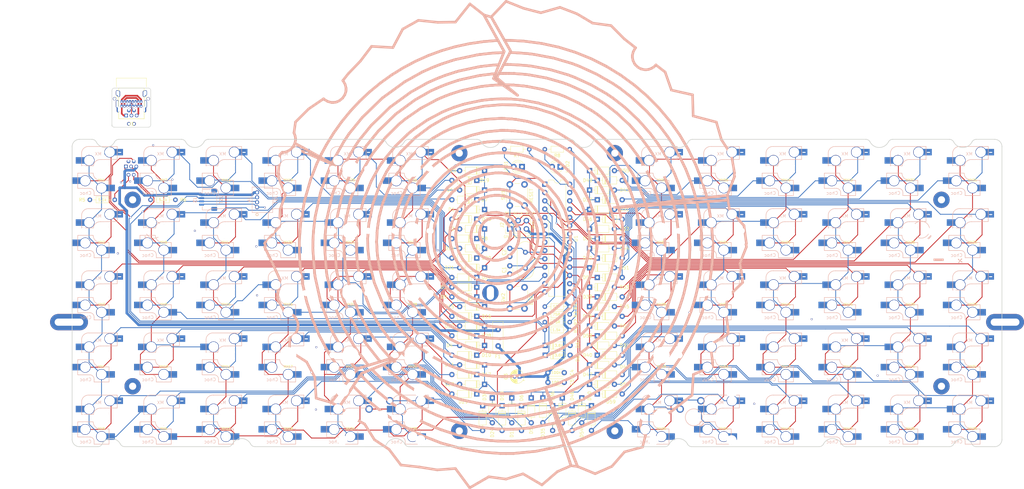
<source format=kicad_pcb>
(kicad_pcb (version 20221018) (generator pcbnew)
  (title_block (date "2022-03-19") (rev "1.7"))
  (layers (0 "F.Cu" signal) (31 "B.Cu" signal) (34 "B.Paste" user) (35 "F.Paste" user) (36 "B.SilkS" user "B.Silkscreen") (37 "F.SilkS" user "F.Silkscreen") (38 "B.Mask" user) (39 "F.Mask" user) (44 "Edge.Cuts" user))
  (net 0 "")
  (net 1 "+5V")
  (net 2 "GND")
  (net 3 "/ROW0")
  (net 4 "/ROW1")
  (net 5 "/ROW2")
  (net 6 "/ROW3")
  (net 7 "/ROW4")
  (net 8 "/ROW5")
  (net 9 "/RESET")
  (net 10 "Net-(D30-A)")
  (net 11 "/USB_D+")
  (net 12 "/USB_D-")
  (net 13 "/COL3")
  (net 14 "/COL0")
  (net 15 "/COL1")
  (net 16 "/COL2")
  (net 17 "/COL4")
  (net 18 "/COL5")
  (net 19 "/COL6")
  (net 20 "/COL7")
  (net 21 "/COL8")
  (net 22 "Net-(D60-A)")
  (net 23 "Net-(U1-XTAL2{slash}PB7)")
  (net 24 "Net-(U1-XTAL1{slash}PB6)")
  (net 25 "Net-(D17-Pad2)")
  (net 26 "Net-(D1-A)")
  (net 27 "/LED1")
  (net 28 "/LED2")
  (net 29 "/COL9")
  (net 30 "Net-(J1-PadCC2)")
  (net 31 "Net-(J1-PadCC1)")
  (net 32 "Net-(D2-A)")
  (net 33 "Net-(D3-A)")
  (net 34 "Net-(D4-A)")
  (net 35 "Net-(D5-A)")
  (net 36 "Net-(D6-A)")
  (net 37 "Net-(D7-A)")
  (net 38 "Net-(D8-A)")
  (net 39 "Net-(D9-A)")
  (net 40 "Net-(D10-A)")
  (net 41 "Net-(D11-A)")
  (net 42 "Net-(D12-A)")
  (net 43 "Net-(D13-A)")
  (net 44 "Net-(D14-A)")
  (net 45 "Net-(D15-A)")
  (net 46 "Net-(D16-A)")
  (net 47 "Net-(D17-A)")
  (net 48 "Net-(D18-A)")
  (net 49 "Net-(D19-A)")
  (net 50 "Net-(D20-A)")
  (net 51 "Net-(D21-A)")
  (net 52 "Net-(D22-A)")
  (net 53 "Net-(D23-A)")
  (net 54 "Net-(D24-A)")
  (net 55 "Net-(D25-A)")
  (net 56 "Net-(D26-A)")
  (net 57 "Net-(D27-A)")
  (net 58 "Net-(D28-A)")
  (net 59 "Net-(D29-A)")
  (net 60 "Net-(D31-A)")
  (net 61 "Net-(D32-A)")
  (net 62 "Net-(D33-A)")
  (net 63 "Net-(D34-A)")
  (net 64 "Net-(D35-A)")
  (net 65 "Net-(D36-A)")
  (net 66 "Net-(D37-A)")
  (net 67 "Net-(D38-A)")
  (net 68 "Net-(D39-A)")
  (net 69 "Net-(D40-A)")
  (net 70 "Net-(D41-A)")
  (net 71 "Net-(D42-A)")
  (net 72 "Net-(D43-A)")
  (net 73 "Net-(D44-A)")
  (net 74 "Net-(D45-A)")
  (net 75 "Net-(D46-A)")
  (net 76 "Net-(D47-A)")
  (net 77 "Net-(D48-A)")
  (net 78 "Net-(D49-A)")
  (net 79 "Net-(D50-A)")
  (net 80 "Net-(D51-A)")
  (net 81 "Net-(D52-A)")
  (net 82 "Net-(D53-A)")
  (net 83 "Net-(D54-A)")
  (net 84 "Net-(D55-A)")
  (net 85 "Net-(D56-A)")
  (net 86 "Net-(D57-A)")
  (net 87 "Net-(D58-A)")
  (net 88 "Net-(D59-A)")
  (net 89 "Net-(D61-K)")
  (net 90 "Net-(D62-K)")
  (net 91 "Net-(J1-VBUS)")
  (net 92 "Net-(LED1-A)")
  (net 93 "Net-(LED2-A)")
  (footprint "Capacitor_THT:C_Disc_D3.0mm_W1.6mm_P2.50mm" (layer "F.Cu") (at 144.065746 94.059454 -90)
    (fp_text reference "C1")
    (fp_text value "22p")
  )
  (footprint "Capacitor_THT:C_Disc_D3.0mm_W1.6mm_P2.50mm" (layer "F.Cu") (at 144.065746 88.701637 -90)
    (fp_text reference "C2")
    (fp_text value "22p")
  )
  (footprint "LED_THT:LED_D3.0mm" (layer "F.Cu") (at 159.543884 63.698491 180)
    (fp_text reference "LED2")
    (fp_text value "GREEN")
  )
  (footprint "Package_DIP:DIP-28_W7.62mm" (layer "F.Cu") (at 154.78138 69.056308)
    (fp_text reference "U1")
    (fp_text value "ATMEGA328-PU")
  )
  (footprint "Fuse:Fuse_Bourns_MF-RHT100" (layer "F.Cu") (at 140.493868 116.086035 -90)
    (fp_text reference "F1")
    (fp_text value "100mA")
  )
  (footprint "Diode_THT:D_DO-35_SOD27_P7.62mm_Horizontal" (layer "F.Cu") (at 136.326677 82.748507 180)
    (fp_text reference "D2")
    (fp_text value "1N4148")
  )
  (footprint "Diode_THT:D_DO-35_SOD27_P7.62mm_Horizontal" (layer "F.Cu") (at 136.326677 118.467287 180)
    (fp_text reference "D4")
    (fp_text value "1N4148")
  )
  (footprint "Diode_THT:D_DO-35_SOD27_P7.62mm_Horizontal" (layer "F.Cu") (at 150.614189 134.540738 -90)
    (fp_text reference "D5")
    (fp_text value "1N4148")
  )
  (footprint "Diode_THT:D_DO-35_SOD27_P7.62mm_Horizontal" (layer "F.Cu") (at 147.637624 136.92199 -90)
    (fp_text reference "D6")
    (fp_text value "1N4148")
  )
  (footprint "Diode_THT:D_DO-35_SOD27_P7.62mm_Horizontal" (layer "F.Cu") (at 144.661059 134.540738 -90)
    (fp_text reference "D12")
    (fp_text value "1N4148")
  )
  (footprint "Diode_THT:D_DO-35_SOD27_P7.62mm_Horizontal" (layer "F.Cu") (at 138.707929 134.540738 -90)
    (fp_text reference "D24")
    (fp_text value "1N4148")
  )
  (footprint "Capacitor_THT:CP_Radial_D4.0mm_P1.50mm" (layer "F.Cu") (at 147.042311 127.992295 180)
    (fp_text reference "C3")
    (fp_text value "4.7u")
  )
  (footprint "Diode_THT:D_DO-35_SOD27_P7.62mm_Horizontal" (layer "F.Cu") (at 136.326677 76.795377 180)
    (fp_text reference "D1")
    (fp_text value "1N4148")
  )
  (footprint "Button_Switch_THT:SW_PUSH_6mm" (layer "F.Cu") (at 144.065746 107.15634 90)
    (fp_text reference "SW2")
    (fp_text value "BOOT")
  )
  (footprint "lumberjack:MountingHole_M2" (layer "F.Cu") (at 128.587608 59.5313)
    (fp_text reference "H1" hide)
    (fp_text value "M2")
  )
  (footprint "lumberjack:MountingHole_M2" (layer "F.Cu") (at 176.212648 59.5313)
    (fp_text reference "H2" hide)
    (fp_text value "M2")
  )
  (footprint "lumberjack:MountingHole_M2" (layer "F.Cu") (at 128.587608 144.661059)
    (fp_text reference "H3" hide)
    (fp_text value "M2")
  )
  (footprint "lumberjack:MountingHole_M2" (layer "F.Cu") (at 176.212648 144.661059)
    (fp_text reference "H4" hide)
    (fp_text value "M2")
  )
  (footprint "lumberjack:MountingSlot_M2" (layer "F.Cu") (at 9.0969 111.323531)
    (fp_text reference "H5" hide)
    (fp_text value "M2")
  )
  (footprint "lumberjack:MountingSlot_M2" (layer "F.Cu") (at 295.703 111.323531)
    (fp_text reference "H6" hide)
    (fp_text value "M2")
  )
  (footprint "Diode_THT:D_DO-35_SOD27_P7.62mm_Horizontal" (layer "F.Cu") (at 166.092327 134.540738 -90)
    (fp_text reference "D54")
    (fp_text value "1N4148")
  )
  (footprint "LED_THT:LED_D3.0mm" (layer "F.Cu") (at 147.796372 63.698491 180)
    (fp_text reference "LED1")
    (fp_text value "RED")
  )
  (footprint "Diode_THT:D_DO-35_SOD27_P7.62mm_Horizontal" (layer "F.Cu") (at 136.326677 130.373547 180)
    (fp_text reference "D23")
    (fp_text value "1N4148")
  )
  (footprint "Diode_THT:D_DO-35_SOD27_P7.62mm_Horizontal" (layer "F.Cu") (at 136.326677 124.420417 180)
    (fp_text reference "D11")
    (fp_text value "1N4148")
  )
  (footprint "Diode_THT:D_DO-35_SOD27_P7.62mm_Horizontal" (layer "F.Cu") (at 133.945425 115.490722 180)
    (fp_text reference "D28")
    (fp_text value "1N4148")
  )
  (footprint "Diode_THT:D_DO-35_SOD27_P7.62mm_Horizontal" (layer "F.Cu") (at 136.326677 112.514157 180)
    (fp_text reference "D22")
    (fp_text value "1N4148")
  )
  (footprint "Diode_THT:D_DO-35_SOD27_P7.62mm_Horizontal" (layer "F.Cu") (at 133.945425 109.537592 180)
    (fp_text reference "D16")
    (fp_text value "1N4148")
  )
  (footprint "Diode_THT:D_DO-35_SOD27_P7.62mm_Horizontal" (layer "F.Cu") (at 133.945425 121.443852 180)
    (fp_text reference "D10")
    (fp_text value "1N4148")
  )
  (footprint "Diode_THT:D_DO-35_SOD27_P7.62mm_Horizontal" (layer "F.Cu") (at 133.945425 97.631332 180)
    (fp_text reference "D27")
    (fp_text value "1N4148")
  )
  (footprint "Diode_THT:D_DO-35_SOD27_P7.62mm_Horizontal" (layer "F.Cu") (at 136.326677 94.654767 180)
    (fp_text reference "D21")
    (fp_text value "1N4148")
  )
  (footprint "Diode_THT:D_DO-35_SOD27_P7.62mm_Horizontal" (layer "F.Cu") (at 133.945425 103.584462 180)
    (fp_text reference "D9")
    (fp_text value "1N4148")
  )
  (footprint "Diode_THT:D_DO-35_SOD27_P7.62mm_Horizontal" (layer "F.Cu") (at 133.945425 91.678202 180)
    (fp_text reference "D20")
    (fp_text value "1N4148")
  )
  (footprint "Diode_THT:D_DO-35_SOD27_P7.62mm_Horizontal" (layer "F.Cu") (at 136.326677 88.701637 180)
    (fp_text reference "D14")
    (fp_text value "1N4148")
  )
  (footprint "Diode_THT:D_DO-35_SOD27_P7.62mm_Horizontal" (layer "F.Cu") (at 133.945425 85.725072 180)
    (fp_text reference "D8")
    (fp_text value "1N4148")
  )
  (footprint "Diode_THT:D_DO-35_SOD27_P7.62mm_Horizontal" (layer "F.Cu") (at 168.473579 76.795377)
    (fp_text reference "D31")
    (fp_text value "1N4148")
  )
  (footprint "Diode_THT:D_DO-35_SOD27_P7.62mm_Horizontal" (layer "F.Cu") (at 133.945425 73.818812 180)
    (fp_text reference "D7")
    (fp_text value "1N4148")
  )
  (footprint "Diode_THT:D_DO-35_SOD27_P7.62mm_Horizontal" (layer "F.Cu") (at 170.854831 73.818812)
    (fp_text reference "D37")
    (fp_text value "1N4148")
  )
  (footprint "Diode_THT:D_DO-35_SOD27_P7.62mm_Horizontal" (layer "F.Cu") (at 133.945425 67.865682 180)
    (fp_text reference "D19")
    (fp_text value "1N4148")
  )
  (footprint "Diode_THT:D_DO-35_SOD27_P7.62mm_Horizontal" (layer "F.Cu") (at 163.115762 136.92199 -90)
    (fp_text reference "D48")
    (fp_text value "1N4148")
  )
  (footprint "Button_Switch_THT:SW_PUSH_6mm" (layer "F.Cu") (at 144.065746 75.604751 90)
    (fp_text reference "SW1")
    (fp_text value "RESET")
  )
  (footprint "Capacitor_THT:C_Disc_D4.3mm_W1.9mm_P5.00mm" (layer "F.Cu") (at 155.73451 126.801669)
    (fp_text reference "C4")
    (fp_text value "100n")
  )
  (footprint "Diode_THT:D_DO-35_SOD27_P7.62mm_Horizontal" (layer "F.Cu") (at 135.731364 136.92199 -90)
    (fp_text reference "D30")
    (fp_text value "1N4148")
  )
  (footprint "Diode_THT:D_DO-35_SOD27_P7.62mm_Horizontal" (layer "F.Cu") (at 170.854831 115.490722)
    (fp_text reference "D58")
    (fp_text value "1N4148")
  )
  (footprint "Diode_THT:D_DO-35_SOD27_P7.62mm_Horizontal" (layer "F.Cu") (at 169.068892 136.92199 -90)
    (fp_text reference "D60")
    (fp_text value "1N4148")
  )
  (footprint "Diode_THT:D_DO-35_SOD27_P7.62mm_Horizontal" (layer "F.Cu") (at 170.854831 79.771942)
    (fp_text reference "D56")
    (fp_text value "1N4148")
  )
  (footprint "Diode_THT:D_DO-35_SOD27_P7.62mm_Horizontal" (layer "F.Cu") (at 168.473579 64.889117)
    (fp_text reference "D55")
    (fp_text value "1N4148")
  )
  (footprint "Diode_THT:D_DO-35_SOD27_P7.62mm_Horizontal" (layer "F.Cu") (at 170.854831 67.865682)
    (fp_text reference "D49")
    (fp_text value "1N4148")
  )
  (footprint "Diode_THT:D_DO-35_SOD27_P7.62mm_Horizontal" (layer "F.Cu") (at 168.473579 82.748507)
    (fp_text reference "D32")
    (fp_text value "1N4148")
  )
  (footprint "Diode_THT:D_DO-35_SOD27_P7.62mm_Horizontal" (layer "F.Cu") (at 170.854831 97.631332)
    (fp_text reference "D57")
    (fp_text value "1N4148")
  )
  (footprint "Diode_THT:D_DO-35_SOD27_P7.62mm_Horizontal" (layer "F.Cu") (at 170.854831 91.678202)
    (fp_text reference "D50")
    (fp_text value "1N4148")
  )
  (footprint "Diode_THT:D_DO-35_SOD27_P7.62mm_Horizontal" (layer "F.Cu") (at 168.473579 94.654767)
    (fp_text reference "D51")
    (fp_text value "1N4148")
  )
  (footprint "Diode_THT:D_DO-35_SOD27_P7.62mm_Horizontal" (layer "F.Cu") (at 168.473579 106.561027)
    (fp_text reference "D45")
    (fp_text value "1N4148")
  )
  (footprint "Diode_THT:D_DO-35_SOD27_P7.62mm_Horizontal" (layer "F.Cu") (at 170.854831 103.584462)
    (fp_text reference "D39")
    (fp_text value "1N4148")
  )
  (footprint "Diode_THT:D_DO-35_SOD27_P7.62mm_Horizontal" (layer "F.Cu") (at 168.473579 100.607897)
    (fp_text reference "D33")
    (fp_text value "1N4148")
  )
  (footprint "Diode_THT:D_DO-35_SOD27_P7.62mm_Horizontal" (layer "F.Cu") (at 170.854831 85.725072)
    (fp_text reference "D38")
    (fp_text value "1N4148")
  )
  (footprint "Diode_THT:D_DO-35_SOD27_P7.62mm_Horizontal" (layer "F.Cu") (at 168.473579 112.514157)
    (fp_text reference "D52")
    (fp_text value "1N4148")
  )
  (footprint "Diode_THT:D_DO-35_SOD27_P7.62mm_Horizontal" (layer "F.Cu") (at 170.854831 109.537592)
    (fp_text reference "D46")
    (fp_text value "1N4148")
  )
  (footprint "Diode_THT:D_DO-35_SOD27_P7.62mm_Horizontal" (layer "F.Cu") (at 168.473579 118.467287)
    (fp_text reference "D34")
    (fp_text value "1N4148")
  )
  (footprint "Diode_THT:D_DO-35_SOD27_P7.62mm_Horizontal" (layer "F.Cu") (at 168.473579 88.701637)
    (fp_text reference "D44")
    (fp_text value "1N4148")
  )
  (footprint "Diode_THT:D_DO-35_SOD27_P7.62mm_Horizontal" (layer "F.Cu") (at 168.473579 70.842247)
    (fp_text reference "D43")
    (fp_text value "1N4148")
  )
  (footprint "Diode_THT:D_DO-35_SOD27_P7.62mm_Horizontal" (layer "F.Cu") (at 170.854831 133.350112)
    (fp_text reference "D59")
    (fp_text value "1N4148")
  )
  (footprint "Diode_THT:D_DO-35_SOD27_P7.62mm_Horizontal" (layer "F.Cu") (at 168.473579 124.420417)
    (fp_text reference "D41")
    (fp_text value "1N4148")
  )
  (footprint "Diode_THT:D_DO-35_SOD27_P7.62mm_Horizontal" (layer "F.Cu") (at 154.186067 134.540738 -90)
    (fp_text reference "D35")
    (fp_text value "1N4148")
  )
  (footprint "Diode_THT:D_DO-35_SOD27_P7.62mm_Horizontal" (layer "F.Cu") (at 170.854831 121.443852)
    (fp_text reference "D40")
    (fp_text value "1N4148")
  )
  (footprint "Diode_THT:D_DO-35_SOD27_P7.62mm_Horizontal" (layer "F.Cu") (at 170.854831 127.396982)
    (fp_text reference "D47")
    (fp_text value "1N4148")
  )
  (footprint "Diode_THT:D_DO-35_SOD27_P7.62mm_Horizontal" (layer "F.Cu") (at 168.473579 130.373547)
    (fp_text reference "D53")
    (fp_text value "1N4148")
  )
  (footprint "Diode_THT:D_DO-35_SOD27_P7.62mm_Horizontal" (layer "F.Cu") (at 157.162632 136.92199 -90)
    (fp_text reference "D36")
    (fp_text value "1N4148")
  )
  (footprint "lumberjack:MX_PCB_200B" (layer "F.Cu") (at 200.025168 140.493868)
    (fp_text reference "2u_MX60" hide)
    (fp_text value "SW_Push" hide)
  )
  (footprint "lumberjack:MX_PCB_200B" (layer "F.Cu") (at 104.775088 140.493868)
    (fp_text reference "2u_MX30" hide)
    (fp_text value "SW_Push" hide)
  )
  (footprint "Capacitor_THT:C_Disc_D4.3mm_W1.9mm_P5.00mm" (layer "F.Cu") (at 155.73451 129.778234)
    (fp_text reference "C5")
    (fp_text value "100n")
  )
  (footprint "Connector_PinHeader_2.54mm:PinHeader_2x03_P2.54mm_Vertical" (layer "F.Cu") (at 144.065746 82.748507 90)
    (fp_text reference "J2")
    (fp_text value "AVR_ISP_6")
  )
  (footprint "lumberjack:MountingSlot_M2" (layer "F.Cu") (at 138.112616 102.393836 90)
    (fp_text reference "H7" hide)
    (fp_text value "M2")
  )
  (footprint "Diode_THT:D_DO-35_SOD27_P7.62mm_Horizontal" (layer "F.Cu") (at 160.139197 134.540738 -90)
    (fp_text reference "D42")
    (fp_text value "1N4148")
  )
  (footprint "Diode_THT:D_DO-35_SOD27_P7.62mm_Horizontal" (layer "F.Cu") (at 133.945425 133.350112 180)
    (fp_text reference "D29")
    (fp_text value "1N4148")
  )
  (footprint "Diode_THT:D_DO-35_SOD27_P7.62mm_Horizontal" (layer "F.Cu") (at 136.326677 106.561027 180)
    (fp_text reference "D15")
    (fp_text value "1N4148")
  )
  (footprint "Diode_THT:D_DO-35_SOD27_P7.62mm_Horizontal" (layer "F.Cu") (at 133.945425 100.607897 180)
    (fp_text reference "D3")
    (fp_text value "1N4148")
  )
  (footprint "Diode_THT:D_DO-35_SOD27_P7.62mm_Horizontal" (layer "F.Cu") (at 133.945425 79.771942 180)
    (fp_text reference "D26")
    (fp_text value "1N4148")
  )
  (footprint "Resistor_THT:R_Axial_DIN0204_L3.6mm_D1.6mm_P7.62mm_Horizontal" (layer "F.Cu") (at 162.40138 106.561027 180)
    (fp_text reference "R4")
    (fp_text value "10k")
  )
  (footprint "Crystal:Crystal_HC49-4H_Vertical" (layer "F.Cu") (at 148.82825 89.892263 -90)
    (fp_text reference "Y1")
    (fp_text value "16MHz")
  )
  (footprint "Diode_THT:D_DO-35_SOD27_P7.62mm_Horizontal" (layer "F.Cu") (at 133.945425 127.396982 180)
    (fp_text reference "D17")
    (fp_text value "1N4148")
  )
  (footprint "Resistor_THT:R_Axial_DIN0204_L3.6mm_D1.6mm_P7.62mm_Horizontal" (layer "F.Cu") (at 154.78138 113.704783)
    (fp_text reference "R1")
    (fp_text value "1.5k")
  )
  (footprint "Resistor_THT:R_Axial_DIN0204_L3.6mm_D1.6mm_P7.62mm_Horizontal" (layer "F.Cu") (at 150.018876 58.340674 180)
    (fp_text reference "R7")
    (fp_text value "1.5k")
  )
  (footprint "Resistor_THT:R_Axial_DIN0204_L3.6mm_D1.6mm_P7.62mm_Horizontal" (layer "F.Cu") (at 162.40138 58.340674 180)
    (fp_text reference "R8")
    (fp_text value "1.5k")
  )
  (footprint "Resistor_THT:R_Axial_DIN0204_L3.6mm_D1.6mm_P7.62mm_Horizontal" (layer "F.Cu") (at 154.78138 111.323531)
    (fp_text reference "R2")
    (fp_text value "75R")
  )
  (footprint "Diode_THT:D_DO-35_SOD27_P7.62mm_Horizontal" (layer "F.Cu") (at 154.900449 121.443852)
    (fp_text reference "D61")
    (fp_text value "3.6V")
  )
  (footprint "Diode_THT:D_DO-35_SOD27_P7.62mm_Horizontal" (layer "F.Cu") (at 154.900449 118.467287)
    (fp_text reference "D62")
    (fp_text value "3.6V")
  )
  (footprint "Resistor_THT:R_Axial_DIN0204_L3.6mm_D1.6mm_P7.62mm_Horizontal" (layer "F.Cu") (at 15.478138 73.818812)
    (fp_text reference "R5")
    (fp_text value "5.1k")
  )
  (footprint "Resistor_THT:R_Axial_DIN0204_L3.6mm_D1.6mm_P7.62mm_Horizontal" (layer "F.Cu") (at 41.67191 73.818812 180)
    (fp_text reference "R6")
    (fp_text value "5.1k")
  )
  (footprint "lumberjack:wood" (layer "F.Cu") (at 139.779375 84.058125)
    (fp_text reference "REF**" hide)
    (fp_text value "Wood")
  )
  (footprint "Resistor_THT:R_Axial_DIN0204_L3.6mm_D1.6mm_P7.62mm_Horizontal" (layer "F.Cu") (at 154.78138 108.942279)
    (fp_text reference "R3")
    (fp_text value "75R")
  )
  (footprint "Diode_THT:D_DO-35_SOD27_P7.62mm_Horizontal" (layer "F.Cu") (at 136.326677 64.889117 180)
    (fp_text reference "D25")
    (fp_text value "1N4148")
  )
  (footprint "Diode_THT:D_DO-35_SOD27_P7.62mm_Horizontal" (layer "F.Cu") (at 136.326677 70.842247 180)
    (fp_text reference "D13")
    (fp_text value "1N4148")
  )
  (footprint "Diode_THT:D_DO-35_SOD27_P7.62mm_Horizontal" (layer "F.Cu") (at 141.684494 136.92199 -90)
    (fp_text reference "D18")
    (fp_text value "1N4148")
  )
  (footprint "Library:Lumberjack CherryMX_Choc_v1v2_Hotswap Single Side" (layer "F.Cu") (at 19.050016 83.34382)
    (fp_text reference "MX2")
    (fp_text value "SW_Push" hide)
  )
  (footprint "Library:Lumberjack CherryMX_Choc_v1v2_Hotswap Single Side" (layer "F.Cu") (at 19.050016 102.393836)
    (fp_text reference "MX3")
    (fp_text value "SW_Push" hide)
  )
  (footprint "Library:Lumberjack CherryMX_Choc_v1v2_Hotswap Single Side" (layer "F.Cu") (at 19.050016 121.443852)
    (fp_text reference "MX4")
    (fp_text value "SW_Push" hide)
  )
  (footprint "Library:Lumberjack CherryMX_Choc_v1v2_Hotswap Single Side" (layer "F.Cu") (at 19.050016 140.493868)
    (fp_text reference "MX5")
    (fp_text value "SW_Push" hide)
  )
  (footprint "Library:Lumberjack CherryMX_Choc_v1v2_Hotswap Single Side" (layer "F.Cu") (at 38.100032 140.493868)
    (fp_text reference "MX6")
    (fp_text value "SW_Push" hide)
  )
  (footprint "Library:Lumberjack CherryMX_Choc_v1v2_Hotswap Single Side" (layer "F.Cu") (at 38.100032 64.293804)
    (fp_text reference "MX7")
    (fp_text value "SW_Push" hide)
  )
  (footprint "Library:Lumberjack CherryMX_Choc_v1v2_Hotswap Single Side" (layer "F.Cu") (at 38.100032 83.34382)
    (fp_text reference "MX8")
    (fp_text value "SW_Push" hide)
  )
  (footprint "Library:Lumberjack CherryMX_Choc_v1v2_Hotswap Single Side" (layer "F.Cu") (at 38.100032 102.393836)
    (fp_text reference "MX9")
    (fp_text value "SW_Push" hide)
  )
  (footprint "Library:Lumberjack CherryMX_Choc_v1v2_Hotswap Single Side" (layer "F.Cu") (at 38.100032 121.443852)
    (fp_text reference "MX10")
    (fp_text value "SW_Push" hide)
  )
  (footprint "Library:Lumberjack CherryMX_Choc_v1v2_Hotswap Single Side" (layer "F.Cu") (at 57.150048 121.443852)
    (fp_text reference "MX11")
    (fp_text value "SW_Push" hide)
  )
  (footprint "Library:Lumberjack CherryMX_Choc_v1v2_Hotswap Single Side" (layer "F.Cu") (at 57.150048 140.493868)
    (fp_text reference "MX12")
    (fp_text value "SW_Push" hide)
  )
  (footprint "Library:Lumberjack CherryMX_Choc_v1v2_Hotswap Single Side" (layer "F.Cu") (at 57.150048 102.393836)
    (fp_text reference "MX15")
    (fp_text value "SW_Push" hide)
  )
  (footprint "Library:Lumberjack CherryMX_Choc_v1v2_Hotswap Single Side" (layer "F.Cu") (at 76.200064 102.393836)
    (fp_text reference "MX16")
    (fp_text value "SW_Push" hide)
  )
  (footprint "Library:Lumberjack CherryMX_Choc_v1v2_Hotswap Single Side" (layer "F.Cu") (at 76.200064 121.443852)
    (fp_text reference "MX17")
    (fp_text value "SW_Push" hide)
  )
  (footprint "Library:Lumberjack CherryMX_Choc_v1v2_Hotswap Single Side" (layer "F.Cu") (at 76.200064 140.493868)
    (fp_text reference "MX18")
    (fp_text value "SW_Push" hide)
  )
  (footprint "Library:Lumberjack CherryMX_Choc_v1v2_Hotswap Single Side" (layer "F.Cu") (at 76.200064 64.293804)
    (fp_text reference "MX19")
    (fp_text value "SW_Push" hide)
  )
  (footprint "Library:Lumberjack CherryMX_Choc_v1v2_Hotswap Single Side" (layer "F.Cu") (at 76.200064 83.34382)
    (fp_text reference "MX20")
    (fp_text value "SW_Push" hide)
  )
  (footprint "Library:Lumberjack CherryMX_Choc_v1v2_Hotswap Single Side" (layer "F.Cu") (at 95.25008 83.34382)
    (fp_text reference "MX21")
    (fp_text value "SW_Push" hide)
  )
  (footprint "Library:Lumberjack CherryMX_Choc_v1v2_Hotswap Single Side" (layer "F.Cu") (at 95.25008 102.393836)
    (fp_text reference "MX22")
    (fp_text value "SW_Push" hide)
  )
  (footprint "Library:Lumberjack CherryMX_Choc_v1v2_Hotswap Single Side" (layer "F.Cu") (at 95.25008 121.443852)
    (fp_text reference "MX23")
    (fp_text value "SW_Push" hide)
  )
  (footprint "Library:Lumberjack CherryMX_Choc_v1v2_Hotswap Single Side" (layer "F.Cu") (at 95.25008 140.493868)
    (fp_text reference "MX24")
    (fp_text value "SW_Push" hide)
  )
  (footprint "Library:Lumberjack CherryMX_Choc_v1v2_Hotswap Single Side" (layer "F.Cu") (at 95.25008 64.293804)
    (fp_text reference "MX25")
    (fp_text value "SW_Push" hide)
  )
  (footprint "Library:Lumberjack CherryMX_Choc_v1v2_Hotswap Single Side" (layer "F.Cu") (at 114.300096 64.293804)
    (fp_text reference "MX26")
    (fp_text value "SW_Push" hide)
  )
  (footprint "Library:Lumberjack CherryMX_Choc_v1v2_Hotswap Single Side" (layer "F.Cu") (at 114.300096 83.34382)
    (fp_text reference "MX27")
    (fp_text value "SW_Push" hide)
  )
  (footprint "Library:Lumberjack CherryMX_Choc_v1v2_Hotswap Single Side" (layer "F.Cu") (at 114.300096 102.393836)
    (fp_text reference "MX28")
    (fp_text value "SW_Push" hide)
  )
  (footprint "Library:Lumberjack CherryMX_Choc_v1v2_Hotswap Single Side" (layer "F.Cu") (at 114.300096 121.443852)
    (fp_text reference "MX29")
    (fp_text value "SW_Push" hide)
  )
  (footprint "Library:Lumberjack CherryMX_Choc_v1v2_Hotswap Single Side" (layer "F.Cu") (at 114.300096 140.493868)
    (fp_text reference "MX30")
    (fp_text value "SW_Push" hide)
  )
  (footprint "Library:Lumberjack CherryMX_Choc_v1v2_Hotswap Single Side" (layer "F.Cu") (at 285.75024 64.293804)
    (fp_text reference "MX31")
    (fp_text value "SW_Push" hide)
  )
  (footprint "Library:Lumberjack CherryMX_Choc_v1v2_Hotswap Single Side" (layer "F.Cu") (at 285.75024 83.34382)
    (fp_text reference "MX32")
    (fp_text value "SW_Push" hide)
  )
  (footprint "Library:Lumberjack CherryMX_Choc_v1v2_Hotswap Single Side" (layer "F.Cu") (at 285.75024 102.393836)
    (fp_text reference "MX33")
    (fp_text value "SW_Push" hide)
  )
  (footprint "Library:Lumberjack CherryMX_Choc_v1v2_Hotswap Single Side" (layer "F.Cu") (at 285.75024 121.44375)
    (fp_text reference "MX34")
    (fp_text value "SW_Push" hide)
  )
  (footprint "Library:Lumberjack CherryMX_Choc_v1v2_Hotswap Single Side" (layer "F.Cu") (at 285.75024 140.493868)
    (fp_text reference "MX35")
    (fp_text value "SW_Push" hide)
  )
  (footprint "Library:Lumberjack CherryMX_Choc_v1v2_Hotswap Single Side" (layer "F.Cu") (at 266.700224 140.493868)
    (fp_text reference "MX36")
    (fp_text value "SW_Push" hide)
  )
  (footprint "Library:Lumberjack CherryMX_Choc_v1v2_Hotswap Single Side" (layer "F.Cu") (at 266.700224 64.293804)
    (fp_text reference "MX37")
    (fp_text value "SW_Push" hide)
  )
  (footprint "Library:Lumberjack CherryMX_Choc_v1v2_Hotswap Single Side" (layer "F.Cu") (at 266.700224 83.34382)
    (fp_text reference "MX38")
    (fp_text value "SW_Push" hide)
  )
  (footprint "Library:Lumberjack CherryMX_Choc_v1v2_Hotswap Single Side" (layer "F.Cu") (at 266.700224 102.393836)
    (fp_text reference "MX39")
    (fp_text value "SW_Push" hide)
  )
  (footprint "Library:Lumberjack CherryMX_Choc_v1v2_Hotswap Single Side" (layer "F.Cu") (at 266.700224 121.443852)
    (fp_text reference "MX40")
    (fp_text value "SW_Push" hide)
  )
  (footprint "Library:Lumberjack CherryMX_Choc_v1v2_Hotswap Single Side" (layer "F.Cu") (at 247.650208 121.443852)
    (fp_text reference "MX41")
    (fp_text value "SW_Push" hide)
  )
  (footprint "Library:Lumberjack CherryMX_Choc_v1v2_Hotswap Single Side" (layer "F.Cu") (at 247.650208 140.493868)
    (fp_text reference "MX42")
    (fp_text value "SW_Push" hide)
  )
  (footprint "Library:Lumberjack CherryMX_Choc_v1v2_Hotswap Single Side" (layer "F.Cu") (at 247.650208 64.293804)
    (fp_text reference "MX43")
    (fp_text value "SW_Push" hide)
  )
  (footprint "Library:Lumberjack CherryMX_Choc_v1v2_Hotswap Single Side" (layer "F.Cu") (at 247.650208 83.34382)
    (fp_text reference "MX44")
    (fp_text value "SW_Push" hide)
  )
  (footprint "Library:Lumberjack CherryMX_Choc_v1v2_Hotswap Single Side" (layer "F.Cu") (at 247.650208 102.393836)
    (fp_text reference "MX45")
    (fp_text value "SW_Push" hide)
  )
  (footprint "Library:Lumberjack CherryMX_Choc_v1v2_Hotswap Single Side" (layer "F.Cu") (at 228.600192 102.393836)
    (fp_text reference "MX46")
    (fp_text value "SW_Push" hide)
  )
  (footprint "Library:Lumberjack CherryMX_Choc_v1v2_Hotswap Single Side" (layer "F.Cu") (at 228.600192 121.443852)
    (fp_text reference "MX47")
    (fp_text value "SW_Push" hide)
  )
  (footprint "Library:Lumberjack CherryMX_Choc_v1v2_Hotswap Single Side" (layer "F.Cu") (at 228.600192 140.493868)
    (fp_text reference "MX48")
    (fp_text value "SW_Push" hide)
  )
  (footprint "Library:Lumberjack CherryMX_Choc_v1v2_Hotswap Single Side" (layer "F.Cu") (at 228.600192 64.293804)
    (fp_text reference "MX49")
    (fp_text value "SW_Push" hide)
  )
  (footprint "Library:Lumberjack CherryMX_Choc_v1v2_Hotswap Single Side" (layer "F.Cu") (at 228.600192 83.34382)
    (fp_text reference "MX50")
    (fp_text value "SW_Push" hide)
  )
  (footprint "Library:Lumberjack CherryMX_Choc_v1v2_Hotswap Single Side" (layer "F.Cu") (at 209.550176 83.34382)
    (fp_text reference "MX51")
    (fp_text value "SW_Push" hide)
  )
  (footprint "Library:Lumberjack CherryMX_Choc_v1v2_Hotswap Single Side" (layer "F.Cu") (at 209.550176 102.393836)
    (fp_text reference "MX52")
    (fp_text value "SW_Push" hide)
  )
  (footprint "Library:Lumberjack CherryMX_Choc_v1v2_Hotswap Single Side" (layer "F.Cu") (at 209.550176 121.443852)
    (fp_text reference "MX53")
    (fp_text value "SW_Push" hide)
  )
  (footprint "Library:Lumberjack CherryMX_Choc_v1v2_Hotswap Single Side" (layer "F.Cu") (at 209.550176 140.493868)
    (fp_text reference "MX54")
    (fp_text value "SW_Push" hide)
  )
  (footprint "Library:Lumberjack CherryMX_Choc_v1v2_Hotswap Single Side" (layer "F.Cu") (at 209.550176 64.293804)
    (fp_text reference "MX55")
    (fp_text value "SW_Push" hide)
  )
  (footprint "Library:Lumberjack CherryMX_Choc_v1v2_Hotswap Single Side" (layer "F.Cu") (at 190.50016 64.293804)
    (fp_text reference "MX56")
    (fp_text value "SW_Push" hide)
  )
  (footprint "Library:Lumberjack CherryMX_Choc_v1v2_Hotswap Single Side" (layer "F.Cu") (at 190.50016 83.34382)
    (fp_text reference "MX57")
    (fp_text value "SW_Push" hide)
  )
  (footprint "Library:Lumberjack CherryMX_Choc_v1v2_Hotswap Single Side" (layer "F.Cu") (at 190.50016 102.393836)
    (fp_text reference "MX58")
    (fp_text value "SW_Push" hide)
  )
  (footprint "Library:Lumberjack CherryMX_Choc_v1v2_Hotswap Single Side" (layer "F.Cu") (at 190.50016 121.443852)
    (fp_text reference "MX59")
    (fp_text value "SW_Push" hide)
  )
  (footprint "Library:Lumberjack CherryMX_Choc_v1v2_Hotswap Single Side" (layer "F.Cu") (at 190.50016 140.493868)
    (fp_text reference "MX60")
    (fp_text value "SW_Push" hide)
  )
  (footprint "Library:Lumberjack CherryMX_Choc_v1v2_Hotswap Single Side" (layer "F.Cu") (at 57.150048 64.293804)
    (fp_text reference "MX13")
    (fp_text value "SW_Push" hide)
  )
  (footprint "Library:Lumberjack CherryMX_Choc_v1v2_Hotswap Single Side" (layer "F.Cu") (at 57.150048 83.34382)
    (fp_text reference "MX14")
    (fp_text value "SW_Push" hide)
  )
  (footprint "lumberjack:MountingHole_M2" (layer "F.Cu") (at 28.575024 130.96886)
    (fp_text reference "H9" hide)
    (fp_text value "M2")
  )
  (footprint "lumberjack:MountingHole_M2" (layer "F.Cu") (at 276.225232 73.818812)
    (fp_text reference "H10" hide)
    (fp_text value "M2")
  )
  (footprint "lumberjack:MountingHole_M2" (layer "F.Cu") (at 276.225232 130.96886)
    (fp_text reference "H11" hide)
    (fp_text value "M2")
  )
  (footprint "lumberjack:MountingHole_M2" (layer "F.Cu") (at 28.575024 73.818812)
    (fp_text reference "H8" hide)
    (fp_text value "M2")
  )
  (footprint "Library:Lumberjack CherryMX_Choc_v1v2_Hotswap Single Side" (layer "F.Cu") (at 19.049968 64.29375)
    (fp_text reference "MX1")
    (fp_text value "SW_Push" hide)
  )
  (footprint "clipboard:7222cb50-ec10-401a-bbd6-f8038f8936cf" (layer "F.Cu") (at 27.305193 61.865095 180)
    (fp_text reference "")
    (fp_text value "")
  )
  (footprint "" (layer "F.Cu") (at 28.905025 66.165839)
    (fp_text reference "")
    (fp_text value "")
  )
  (footprint "" (layer "F.Cu") (at 27.409492 50.541332)
    (fp_text reference "")
    (fp_text value "")
  )
  (footprint "" (layer "F.Cu") (at 27.305025 66.165839)
    (fp_text reference "")
    (fp_text value "")
  )
  (footprint "lumberjack:USB_Hybrid" (layer "F.Cu") (at 31.18125 45.24375 180)
    (fp_text reference "J1")
    (fp_text value "USB")
  )
  (footprint "" (layer "F.Cu") (at 29.009492 50.541332)
    (fp_text reference "")
    (fp_text value "")
  )
  (footprint "Connector_JST:JST_SH_SM04B-SRSS-TB_1x04-1MP_P1.00mm_Horizontal" (layer "B.Cu") (at 51.69 73.81 -90)
    (fp_text reference "J3")
    (fp_text value "JST")
  )
  (footprint "lumberjack:S4B-ZRLFSN" (layer "B.Cu") (at 66.675 76.075 -90)
    (fp_text reference "J4")
    (fp_text value "JST")
  )
  (footprint "lumberjack:OSHW" (layer "B.Cu") (at 257.175 92.86875 180)
    (fp_text reference "REF**" hide)
    (fp_text value "OSHW" hide)
  )
  (footprint "lumberjack:Lumberjack" (layer "B.Cu") (at 238.125 92.86875 180)
    (fp_text reference "REF**" hide)
    (fp_text value "Lumberjack")
  )
  (footprint "lumberjack:Flags" (layer "B.Cu") (at 275.45 92.6 180)
    (fp_text reference "REF**" hide)
    (fp_text value "flags")
  )
  (gr_circle (center 35.112119 83.003402) (end 37.493371 81.957223) (stroke (width 0.15)) (fill none) (layer "B.SilkS"))
  (gr_circle (center 270.006556 82.975932) (end 268.960377 80.59468) (stroke (width 0.15)) (fill none) (layer "B.SilkS"))
  (gr_circle (center 200.400801 140.493868) (end 199.354622 138.112616) (stroke (width 0.15)) (fill none) (layer "B.SilkS"))
  (gr_line (start 191.55379 149.5) (end 113.246211 149.5) (stroke (width 0.2)) (layer "Edge.Cuts"))
  (gr_line (start 294.75 147.24375) (end 294.75 57.54375) (stroke (width 0.2)) (layer "Edge.Cuts"))
  (gr_line (start 278.650337 55.29375) (end 261.298106 55.29375) (stroke (width 0.2)) (layer "Edge.Cuts"))
  (gr_line (start 278.650337 149.49375) (end 247.010606 149.49375) (stroke (width 0.2)) (layer "Edge.Cuts"))
  (gr_arc (start 162.564394 55.29375) (mid 163.342108 55.511111) (end 163.894429 56.100201) (stroke (width 0.2)) (layer "Edge.Cuts"))
  (gr_line (start 162.564394 55.29375) (end 142.235606 55.29375) (stroke (width 0.2)) (layer "Edge.Cuts"))
  (gr_arc (start 133.989394 55.29375) (mid 134.767108 55.511111) (end 135.319429 56.100201) (stroke (width 0.2)) (layer "Edge.Cuts"))
  (gr_line (start 57.789395 149.49375) (end 26.149663 149.49375) (stroke (width 0.2)) (layer "Edge.Cuts"))
  (gr_arc (start 140.905571 56.100202) (mid 138.1125 57.79375) (end 135.319429 56.100201) (stroke (width 0.2)) (layer "Edge.Cuts"))
  (gr_arc (start 10.05 57.54375) (mid 10.70901 55.95276) (end 12.3 55.29375) (stroke (width 0.2)) (layer "Edge.Cuts"))
  (gr_line (start 104.8 55.3) (end 51.748105 55.29375) (stroke (width 0.2)) (layer "Edge.Cuts"))
  (gr_arc (start 140.905572 56.100202) (mid 141.457892 55.511112) (end 142.235606 55.29375) (stroke (width 0.2)) (layer "Edge.Cuts"))
  (gr_line (start 253.051895 55.29375) (end 200 55.3) (stroke (width 0.2)) (layer "Edge.Cuts"))
  (gr_arc (start 169.480571 56.100202) (mid 166.6875 57.79375) (end 163.894429 56.100201) (stroke (width 0.2)) (layer "Edge.Cuts"))
  (gr_arc (start 259.968071 56.100202) (mid 257.175 57.79375) (end 254.381929 56.100201) (stroke (width 0.2)) (layer "Edge.Cuts"))
  (gr_arc (start 253.051894 55.29375) (mid 253.829608 55.511111) (end 254.381929 56.100201) (stroke (width 0.2)) (layer "Edge.Cuts"))
  (gr_arc (start 169.480572 56.100202) (mid 170.032892 55.511112) (end 170.810606 55.29375) (stroke (width 0.2)) (layer "Edge.Cuts"))
  (gr_line (start 10.05 147.24375) (end 10.05 57.54375) (stroke (width 0.2)) (layer "Edge.Cuts"))
  (gr_arc (start 292.5 55.29375) (mid 294.09099 55.95276) (end 294.75 57.54375) (stroke (width 0.2)) (layer "Edge.Cuts"))
  (gr_arc (start 66.035606 149.49375) (mid 65.257892 149.276388) (end 64.705572 148.687298) (stroke (width 0.2)) (layer "Edge.Cuts"))
  (gr_arc (start 240.094429 148.687298) (mid 239.542109 149.276388) (end 238.764395 149.49375) (stroke (width 0.2)) (layer "Edge.Cuts"))
  (gr_arc (start 247.010606 149.49375) (mid 246.232892 149.276388) (end 245.680572 148.687298) (stroke (width 0.2)) (layer "Edge.Cuts"))
  (gr_arc (start 240.094428 148.687298) (mid 242.8875 146.993749) (end 245.680572 148.687298) (stroke (width 0.2)) (layer "Edge.Cuts"))
  (gr_arc (start 294.75 147.24375) (mid 294.09099 148.83474) (end 292.5 149.49375) (stroke (width 0.2)) (layer "Edge.Cuts"))
  (gr_arc (start 259.968072 56.100202) (mid 260.520392 55.511112) (end 261.298106 55.29375) (stroke (width 0.2)) (layer "Edge.Cuts"))
  (gr_arc (start 59.119429 148.687298) (mid 58.567109 149.276388) (end 57.789395 149.49375) (stroke (width 0.2)) (layer "Edge.Cuts"))
  (gr_arc (start 59.119428 148.687298) (mid 61.9125 146.993749) (end 64.705572 148.687298) (stroke (width 0.2)) (layer "Edge.Cuts"))
  (gr_arc (start 12.3 149.49375) (mid 10.70901 148.83474) (end 10.05 147.24375) (stroke (width 0.2)) (layer "Edge.Cuts"))
  (gr_line (start 43.501894 55.29375) (end 24.363724 55.29375) (stroke (width 0.2)) (layer "Edge.Cuts"))
  (gr_arc (start 50.418071 56.100202) (mid 50.970391 55.511112) (end 51.748105 55.29375) (stroke (width 0.2)) (layer "Edge.Cuts"))
  (gr_arc (start 50.41807 56.100202) (mid 47.624999 57.79375) (end 44.831928 56.100201) (stroke (width 0.2)) (layer "Edge.Cuts"))
  (gr_arc (start 43.501893 55.29375) (mid 44.279607 55.511111) (end 44.831928 56.100201) (stroke (width 0.2)) (layer "Edge.Cuts"))
  (gr_arc (start 26.149663 149.49375) (mid 25.371949 149.276388) (end 24.819629 148.687298) (stroke (width 0.2)) (layer "Edge.Cuts"))
  (gr_line (start 17.903451 149.49375) (end 12.3 149.49375) (stroke (width 0.2)) (layer "Edge.Cuts"))
  (gr_arc (start 19.233486 148.687299) (mid 22.026557 146.993751) (end 24.819628 148.687298) (stroke (width 0.2)) (layer "Edge.Cuts"))
  (gr_arc (start 19.233486 148.687299) (mid 18.681165 149.276389) (end 17.903451 149.49375) (stroke (width 0.2)) (layer "Edge.Cuts"))
  (gr_arc (start 104.8 55.3) (mid 105.577714 55.517361) (end 106.130035 56.106451) (stroke (width 0.2)) (layer "Edge.Cuts"))
  (gr_arc (start 111.716177 56.106452) (mid 108.923106 57.8) (end 106.130035 56.106451) (stroke (width 0.2)) (layer "Edge.Cuts"))
  (gr_arc (start 111.716178 56.106452) (mid 112.268498 55.517362) (end 113.046212 55.3) (stroke (width 0.2)) (layer "Edge.Cuts"))
  (gr_line (start 133.989394 55.29375) (end 113.046212 55.3) (stroke (width 0.2)) (layer "Edge.Cuts"))
  (gr_arc (start 198.669965 56.106451) (mid 199.222286 55.517361) (end 200 55.3) (stroke (width 0.2)) (layer "Edge.Cuts"))
  (gr_arc (start 198.669965 56.106451) (mid 195.876894 57.799999) (end 193.083823 56.106452) (stroke (width 0.2)) (layer "Edge.Cuts"))
  (gr_arc (start 191.753788 55.3) (mid 192.531502 55.517362) (end 193.083822 56.106452) (stroke (width 0.2)) (layer "Edge.Cuts"))
  (gr_line (start 170.810606 55.29375) (end 191.753788 55.3) (stroke (width 0.2)) (layer "Edge.Cuts"))
  (gr_arc (start 106.330034 148.693548) (mid 105.777714 149.282638) (end 105 149.5) (stroke (width 0.2)) (layer "Edge.Cuts"))
  (gr_arc (start 113.246211 149.5) (mid 112.468497 149.282638) (end 111.916177 148.693548) (stroke (width 0.2)) (layer "Edge.Cuts"))
  (gr_arc (start 106.330033 148.693548) (mid 109.123105 146.999999) (end 111.916177 148.693548) (stroke (width 0.2)) (layer "Edge.Cuts"))
  (gr_line (start 105 149.5) (end 66.035606 149.49375) (stroke (width 0.2)) (layer "Edge.Cuts"))
  (gr_line (start 199.800001 149.5) (end 238.764395 149.49375) (stroke (width 0.2)) (layer "Edge.Cuts"))
  (gr_arc (start 199.800001 149.5) (mid 199.022287 149.282638) (end 198.469967 148.693548) (stroke (width 0.2)) (layer "Edge.Cuts"))
  (gr_arc (start 192.883824 148.693548) (mid 192.331504 149.282638) (end 191.55379 149.5) (stroke (width 0.2)) (layer "Edge.Cuts"))
  (gr_arc (start 192.883824 148.693548) (mid 195.676896 146.999999) (end 198.469968 148.693548) (stroke (width 0.2)) (layer "Edge.Cuts"))
  (gr_arc (start 16.117512 55.29375) (mid 16.895226 55.511111) (end 17.447547 56.100201) (stroke (width 0.2)) (layer "Edge.Cuts"))
  (gr_arc (start 23.03369 56.100202) (mid 23.58601 55.511112) (end 24.363724 55.29375) (stroke (width 0.2)) (layer "Edge.Cuts"))
  (gr_arc (start 23.033689 56.100202) (mid 20.240618 57.79375) (end 17.447547 56.100201) (stroke (width 0.2)) (layer "Edge.Cuts"))
  (gr_arc (start 285.566514 56.100201) (mid 282.773443 57.793749) (end 279.980372 56.100202) (stroke (width 0.2)) (layer "Edge.Cuts"))
  (gr_arc (start 278.650337 55.29375) (mid 279.428051 55.511112) (end 279.980371 56.100202) (stroke (width 0.2)) (layer "Edge.Cuts"))
  (gr_line (start 286.896549 55.29375) (end 292.5 55.29375) (stroke (width 0.2)) (layer "Edge.Cuts"))
  (gr_arc (start 285.566514 56.100201) (mid 286.118835 55.511111) (end 286.896549 55.29375) (stroke (width 0.2)) (layer "Edge.Cuts"))
  (gr_arc (start 286.896549 149.49375) (mid 286.118835 149.276389) (end 285.566514 148.687299) (stroke (width 0.2)) (layer "Edge.Cuts"))
  (gr_line (start 286.896549 149.49375) (end 292.5 149.49375) (stroke (width 0.2)) (layer "Edge.Cuts"))
  (gr_arc (start 279.980371 148.687298) (mid 279.428051 149.276388) (end 278.650337 149.49375) (stroke (width 0.2)) (layer "Edge.Cuts"))
  (gr_arc (start 279.980372 148.687298) (mid 282.773443 146.99375) (end 285.566514 148.687299) (stroke (width 0.2)) (layer "Edge.Cuts"))
  (gr_line (start 23.01875 39.582283) (end 33.351668 39.583339) (stroke (width 0.15)) (layer "Edge.Cuts"))
  (gr_arc (start 34.130984 50.812378) (mid 33.903992 51.360386) (end 33.355984 51.587378) (stroke (width 0.15)) (layer "Edge.Cuts"))
  (gr_arc (start 23.001106 51.593065) (mid 22.453098 51.366073) (end 22.226106 50.818065) (stroke (width 0.15)) (layer "Edge.Cuts"))
  (gr_arc (start 33.351668 39.583339) (mid 33.899676 39.810331) (end 34.126668 40.358339) (stroke (width 0.15)) (layer "Edge.Cuts"))
  (gr_line (start 33.3375 51.59375) (end 23.01875 51.59375) (stroke (width 0.15)) (layer "Edge.Cuts"))
  (gr_line (start 22.229155 51.213977) (end 22.228049 40.358719) (stroke (width 0.15)) (layer "Edge.Cuts"))
  (gr_arc (start 22.228049 40.358719) (mid 22.455041 39.810711) (end 23.003049 39.583719) (stroke (width 0.15)) (layer "Edge.Cuts"))
  (gr_line (start 16.117512 55.29375) (end 12.3 55.29375) (stroke (width 0.2)) (layer "Edge.Cuts"))
  (gr_line (start 34.126668 40.358339) (end 34.130984 50.812378) (stroke (width 0.15)) (layer "Edge.Cuts"))
  (gr_text "POST" (at 32.730867 85.604334 315) (layer "B.SilkS") (effects (font (size 0.4 0.4) (thickness 0.1)) (justify mirror)))
  (gr_text "POST" (at 272.607488 85.357184 45) (layer "B.SilkS") (effects (font (size 0.4 0.4) (thickness 0.1)) (justify mirror)))
  (gr_text "POST" (at 203.001733 142.87512 45) (layer "B.SilkS") (effects (font (size 0.4 0.4) (thickness 0.1)) (justify mirror)))
  (gr_text "GND" (at 144.661059 85.129759) (layer "F.SilkS") (effects (font (size 0.8 0.8) (thickness 0.1)) (justify right)))
  (gr_text "VCC" (at 148.82825 85.129759) (layer "F.SilkS") (effects (font (size 0.8 0.8) (thickness 0.1)) (justify left)))
  (gr_text "MOSI" (at 146.605746 85.129759) (layer "F.SilkS") (effects (font (size 0.8 0.8) (thickness 0.1))))
  (gr_text "SCLK" (at 146.605746 77.986003) (layer "F.SilkS") (effects (font (size 0.8 0.8) (thickness 0.1))))
  (gr_text "MISO" (at 148.82825 77.986003) (layer "F.SilkS") (effects (font (size 0.8 0.8) (thickness 0.1)) (justify left)))
  (gr_text "ISP" (at 151.537087 81.570333 90) (layer "F.SilkS") (effects (font (size 1 1))))
  (gr_text "RST" (at 144.661059 77.986003) (layer "F.SilkS") (effects (font (size 0.8 0.8) (thickness 0.1)) (justify right)))
  (segment (start 162.40138 89.376308) (end 162.40138 89.416019) (width 0.8) (layer "B.Cu") (net 1))
  (segment (start 162.004494 89.376308) (end 162.40138 89.376308) (width 0.8) (layer "B.Cu") (net 1))
  (segment (start 162.40138 106.561027) (end 160.73451 108.227897) (width 0.8) (layer "B.Cu") (net 1))
  (segment (start 160.73451 108.227897) (end 160.73451 112.037913) (width 0.8) (layer "B.Cu") (net 1))
  (segment (start 160.73451 104.894157) (end 162.40138 106.561027) (width 0.8) (layer "B.Cu") (net 1))
  (segment (start 155.73451 126.801669) (end 154.543884 127.992295) (width 0.8) (layer "B.Cu") (net 1))
  (segment (start 147.042311 125.3626) (end 147.042311 127.992295) (width 0.8) (layer "B.Cu") (net 1))
  (segment (start 140.484494 118.804783) (end 147.042311 125.3626) (width 0.8) (layer "B.Cu") (net 1))
  (segment (start 154.78138 84.296308) (end 156.924494 84.296308) (width 0.8) (layer "B.Cu") (net 1))
  (segment (start 156.924494 84.296308) (end 162.004494 89.376308) (width 0.8) (layer "B.Cu") (net 1))
  (segment (start 160.73451 115.371653) (end 160.73451 121.801669) (width 0.8) (layer "B.Cu") (net 1))
  (segment (start 162.40138 89.416019) (end 160.73451 91.082889) (width 0.8) (layer "B.Cu") (net 1))
  (segment (start 162.40138 113.704783) (end 160.73451 115.371653) (width 0.8) (layer "B.Cu") (net 1))
  (segment (start 154.543884 127.992295) (end 147.042311 127.992295) (width 0.8) (layer "B.Cu") (net 1))
  (segment (start 154.78138 84.296308) (end 150.693547 84.296308) (width 0.8) (layer "B.Cu") (net 1))
  (segment (start 160.73451 112.037913) (end 162.40138 113.704783) (width 0.8) (layer "B.Cu") (net 1))
  (segment (start 155.73451 126.801669) (end 155.73451 129.778234) (width 0.8) (layer "B.Cu") (net 1))
  (segment (start 160.73451 121.801669) (end 155.73451 126.801669) (width 0.8) (layer "B.Cu") (net 1))
  (segment (start 150.693547 84.296308) (end 149.145746 82.748507) (width 0.8) (layer "B.Cu") (net 1))
  (segment (start 160.73451 91.082889) (end 160.73451 104.894157) (width 0.8) (layer "B.Cu") (net 1))
  (segment (start 25.82025 47.99375) (end 26.60925 47.99375) (width 0.5) (layer "F.Cu") (net 2))
  (segment (start 26.19375 67.270391) (end 25.003146 68.460995) (width 0.25) (layer "F.Cu") (net 2))
  (segment (start 25.23125 43.89375) (end 25.23125 45.24375) (width 0.5) (layer "F.Cu") (net 2))
  (segment (start 25.23125 47.40475) (end 25.82025 47.99375) (width 0.5) (layer "F.Cu") (net 2))
  (segment (start 31.18125 43.095665) (end 29.996678 41.911093) (width 0.5) (layer "F.Cu") (net 2))
  (segment (start 31.18125 45.24375) (end 31.18125 43.89375) (width 0.5) (layer "F.Cu") (net 2))
  (segment (start 26.19375 63.926538) (end 26.19375 67.270391) (width 0.25) (layer "F.Cu") (net 2))
  (segment (start 26.505193 63.615095) (end 26.19375 63.926538) (width 0.25) (layer "F.Cu") (net 2))
  (segment (start 26.443946 41.911093) (end 25.23125 43.123789) (width 0.5) (layer "F.Cu") (net 2))
  (segment (start 25.23125 43.123789) (end 25.23125 43.89375) (width 0.5) (layer "F.Cu") (net 2))
  (segment (start 31.18125 43.89375) (end 31.18125 43.095665) (width 0.5) (layer "F.Cu") (net 2))
  (segment (start 25.23125 45.24375) (end 25.23125 47.40475) (width 0.5) (layer "F.Cu") (net 2))
  (segment (start 29.996678 41.911093) (end 26.443946 41.911093) (width 0.5) (layer "F.Cu") (net 2))
  (via (at 27.8 68.2) (size 0.6) (drill 0.4) (layers "F.Cu" "B.Cu") (net 2))
  (via (at 236.5 110.4) (size 0.6) (drill 0.4) (layers "F.Cu" "B.Cu") (net 2))
  (via (at 199.1 108.35) (size 0.6) (drill 0.4) (layers "F.Cu" "B.Cu") (net 2))
  (via (at 130.373547 102.393836) (size 0.6) (drill 0.4) (layers "F.Cu" "B.Cu") (net 2))
  (via (at 33.3375 42.8625) (size 1) (drill 0.8) (layers "F.Cu" "B.Cu") (net 2))
  (via (at 23.01875 42.8625) (size 1) (drill 0.8) (layers "F.Cu" "B.Cu") (net 2))
  (via (at 84.8 119) (size 0.6) (drill 0.4) (layers "F.Cu" "B.Cu") (net 2))
  (via (at 256.7 127.7) (size 0.6) (drill 0.4) (layers "F.Cu" "B.Cu") (net 2))
  (via (at 25.003146 68.460995) (size 0.6) (drill 0.4) (layers "F.Cu" "B.Cu") (net 2))
  (via (at 66.436875 88.10625) (size 0.6) (drill 0.4) (layers "F.Cu" "B.Cu") (net 2))
  (via (at 69.056308 76.200064) (size 0.6) (drill 0.4) (layers "F.Cu" "B.Cu") (net 2))
  (via (at 83.3 126.7) (size 0.6) (drill 0.4) (layers "F.Cu" "B.Cu") (net 2))
  (via (at 84.7 138.1) (size 0.6) (drill 0.4) (layers "F.Cu" "B.Cu") (net 2))
  (via (at 34.85 57.1) (size 0.6) (drill 0.4) (layers "F.Cu" "B.Cu") (net 2))
  (via (at 122.039165 89.29695) (size 0.6) (drill 0.4) (layers "F.Cu" "B.Cu") (net 2))
  (via (at 218.9 136.35) (size 0.6) (drill 0.4) (layers "F.Cu" "B.Cu") (net 2))
  (via (at 40.719375 67.6275) (size 0.6) (drill 0.4) (layers "F.Cu" "B.Cu") (net 2))
  (via (at 66.675 103.108125) (size 0.6) (drill 0.4) (layers "F.Cu" "B.Cu") (net 2))
  (via (at 24.050625 90.249375) (size 0.6) (drill 0.4) (layers "F.Cu" "B.Cu") (net 2))
  (via (at 47.625 83.34375) (size 0.6) (drill 0.4) (layers "F.Cu" "B.Cu") (net 2))
  (segment (start 66.675 76.075) (end 68.586059 76.075) (width 0.25) (layer "B.Cu") (net 2))
  (segment (start 50.006292 75.31) (end 50.161551 75.154741) (width 0.25) (layer "B.Cu") (net 2))
  (segment (start 49.69 75.31) (end 50.006292 75.31) (width 0.25) (layer "B.Cu") (net 2))
  (segment (start 65.754741 75.154741) (end 66.675 76.075) (width 0.25) (layer "B.Cu") (net 2))
  (segment (start 50.161551 75.154741) (end 65.754741 75.154741) (width 0.25) (layer "B.Cu") (net 2))
  (segment (start 68.931244 76.075) (end 69.056308 76.200064) (width 0.25) (layer "B.Cu") (net 2))
  (segment (start 68.586059 76.075) (end 68.931244 76.075) (width 0.25) (layer "B.Cu") (net 2))
  (segment (start 137.517303 77.986003) (end 136.326677 76.795377) (width 0.25) (layer "F.Cu") (net 3))
  (segment (start 157.499705 77.986003) (end 137.517303 77.986003) (width 0.25) (layer "F.Cu") (net 3))
  (segment (start 162.40138 81.756308) (end 161.27001 81.756308) (width 0.25) (layer "F.Cu") (net 3))
  (segment (start 161.27001 81.756308) (end 157.499705 77.986003) (width 0.25) (layer "F.Cu") (net 3))
  (segment (start 168.473579 70.842247) (end 168.473579 67.973579) (width 0.25) (layer "B.Cu") (net 3))
  (segment (start 170.854831 67.865682) (end 168.581476 67.865682) (width 0.25) (layer "B.Cu") (net 3))
  (segment (start 136.326677 67.923323) (end 136.326677 64.889117) (width 0.25) (layer "B.Cu") (net 3))
  (segment (start 168.581476 67.865682) (end 168.473579 67.973579) (width 0.25) (layer "B.Cu") (net 3))
  (segment (start 170.854831 73.818812) (end 168.51597 73.818812) (width 0.25) (layer "B.Cu") (net 3))
  (segment (start 162.40138 81.756308) (end 167.362311 76.795377) (width 0.25) (layer "B.Cu") (net 3))
  (segment (start 136.326677 76.795377) (end 136.326677 73.923323) (width 0.25) (layer "B.Cu") (net 3))
  (segment (start 136.269036 67.865682) (end 136.326677 67.923323) (width 0.25) (layer "B.Cu") (net 3))
  (segment (start 136.222166 73.818812) (end 136.326677 73.923323) (width 0.25) (layer "B.Cu") (net 3))
  (segment (start 133.945425 73.818812) (end 136.222166 73.818812) (width 0.25) (layer "B.Cu") (net 3))
  (segment (start 168.473579 67.973579) (end 168.473579 64.889117) (width 0.25) (layer "B.Cu") (net 3))
  (segment (start 168.473579 76.795377) (end 168.473579 73.776421) (width 0.25) (layer "B.Cu") (net 3))
  (segment (start 133.945425 67.865682) (end 136.269036 67.865682) (width 0.25) (layer "B.Cu") (net 3))
  (segment (start 136.326677 73.923323) (end 136.326677 70.842247) (width 0.25) (layer "B.Cu") (net 3))
  (segment (start 168.473579 73.776421) (end 168.473579 70.842247) (width 0.25) (layer "B.Cu") (net 3))
  (segment (start 167.362311 76.795377) (end 168.473579 76.795377) (width 0.25) (layer "B.Cu") (net 3))
  (segment (start 136.326677 70.842247) (end 136.326677 67.923323) (width 0.25) (layer "B.Cu") (net 3))
  (segment (start 168.51597 73.818812) (end 168.473579 73.776421) (width 0.25) (layer "B.Cu") (net 3))
  (segment (start 170.616725 91.916308) (end 170.854831 91.678202) (width 0.25) (layer "F.Cu") (net 4))
  (segment (start 146.605746 80.208507) (end 144.978555 78.581316) (width 0.25) (layer "F.Cu") (net 4))
  (segment (start 148.232937 78.581316) (end 146.605746 80.208507) (width 0.25) (layer "F.Cu") (net 4))
  (segment (start 162.40138 91.916308) (end 170.616725 91.916308) (width 0.25) (layer "F.Cu") (net 4))
  (segment (start 152.400128 88.106324) (end 151.209502 86.915698) (width 0.25) (layer "F.Cu") (net 4))
  (segment (start 170.259518 91.678202) (end 170.021412 91.916308) (width 0.25) (layer "F.Cu") (net 4))
  (segment (start 157.519839 88.106324) (end 152.400128 88.106324) (width 0.25) (layer "F.Cu") (net 4))
  (segment (start 151.209502 86.915698) (end 151.209502 79.892398) (width 0.25) (layer "F.Cu") (net 4))
  (segment (start 144.978555 78.581316) (end 135.136051 78.581316) (width 0.25) (layer "F.Cu") (net 4))
  (segment (start 151.209502 79.892398) (end 149.89842 78.581316) (width 0.25) (layer "F.Cu") (net 4))
  (segment (start 161.329823 91.916308) (end 162.40138 91.916308) (width 0.25) (layer "F.Cu") (net 4))
  (segment (start 149.89842 78.581316) (end 148.232937 78.581316) (width 0.25) (layer "F.Cu") (net 4))
  (segment (start 161.329823 91.916308) (end 157.519839 88.106324) (width 0.25) (layer "F.Cu") (net 4))
  (segment (start 135.136051 78.581316) (end 133.945425 79.771942) (width 0.25) (layer "F.Cu") (net 4))
  (segment (start 136.326677 82.748507) (end 136.326677 85.673323) (width 0.25) (layer "B.Cu") (net 4))
  (segment (start 136.326677 82.748507) (end 136.326677 82.153194) (width 0.25) (layer "B.Cu") (net 4))
  (segment (start 170.854831 85.725072) (end 168.475072 85.725072) (width 0.25) (layer "B.Cu") (net 4))
  (segment (start 133.945425 85.725072) (end 136.274928 85.725072) (width 0.25) (layer "B.Cu") (net 4))
  (segment (start 136.326677 85.673323) (end 136.326677 88.701637) (width 0.25) (layer "B.Cu") (net 4))
  (segment (start 168.473579 89.29695) (end 170.854831 91.678202) (width 0.25) (layer "B.Cu") (net 4))
  (segment (start 168.475072 85.725072) (end 168.473579 85.723579) (width 0.25) (layer "B.Cu") (net 4))
  (segment (start 168.473579 88.701637) (end 168.473579 89.29695) (width 0.25) (layer "B.Cu") (net 4))
  (segment (start 168.473579 85.723579) (end 168.473579 82.748507) (width 0.25) (layer "B.Cu") (net 4))
  (segment (start 133.945425 91.678202) (end 136.326677 89.29695) (width 0.25) (layer "B.Cu") (net 4))
  (segment (start 170.854831 79.771942) (end 168.473579 82.153194) (width 0.25) (layer "B.Cu") (net 4))
  (segment (start 136.326677 89.29695) (end 136.326677 88.701637) (width 0.25) (layer "B.Cu") (net 4))
  (segment (start 136.326677 82.153194) (end 133.945425 79.771942) (width 0.25) (layer "B.Cu") (net 4))
  (segment (start 136.274928 85.725072) (end 136.326677 85.673323) (width 0.25) (layer "B.Cu") (net 4))
  (segment (start 168.473579 88.701637) (end 168.473579 85.723579) (width 0.25) (layer "B.Cu") (net 4))
  (segment (start 168.473579 82.153194) (end 168.473579 82.748507) (width 0.25) (layer "B.Cu") (net 4))
  (segment (start 168.473579 103.526421) (end 168.473579 100.607897) (width 0.25) (layer "F.Cu") (net 5))
  (segment (start 170.854831 103.584462) (end 168.53162 103.584462) (width 0.25) (layer "F.Cu") (net 5))
  (segment (start 157.374824 90.501309) (end 152.413861 90.501309) (width 0.25) (layer "F.Cu") (net 5))
  (segment (start 145.256372 82.358879) (end 146.072995 81.542256) (width 0.25) (layer "F.Cu") (net 5))
  (segment (start 168.53162 103.584462) (end 168.473579 103.526421) (width 0.25) (layer "F.Cu") (net 5))
  (segment (start 168.473579 100.607897) (end 168.473579 97.723579) (width 0.25) (layer "F.Cu") (net 5))
  (segment (start 170.854831 97.631332) (end 168.565826 97.631332) (width 0.25) (layer "F.Cu") (net 5))
  (segment (start 168.473579 106.561027) (end 168.473579 103.526421) (width 0.25) (layer "F.Cu") (net 5))
  (segment (start 136.326677 106.561027) (end 135.276677 106.561027) (width 0.25) (layer "F.Cu") (net 5))
  (segment (start 152.413861 90.501309) (end 150.759491 88.846939) (width 0.25) (layer "F.Cu") (net 5))
  (segment (start 136.326677 94.654767) (end 136.326677 94.20008) (width 0.25) (layer "F.Cu") (net 5))
  (segment (start 146.072995 81.542256) (end 147.811997 81.542256) (width 0.25) (layer "F.Cu") (net 5))
  (segment (start 145.256372 85.270385) (end 145.256372 82.358879) (width 0.25) (layer "F.Cu") (net 5))
  (segment (start 133.945425 100.607897) (end 133.945425 97.631332) (width 0.25) (layer "F.Cu") (net 5))
  (segment (start 150.759491 81.822252) (end 149.145746 80.208507) (width 0.25) (layer "F.Cu") (net 5))
  (segment (start 147.811997 81.542256) (end 149.145746 80.208507) (width 0.25) (layer "F.Cu") (net 5))
  (segment (start 133.945425 97.036019) (end 136.326677 94.654767) (width 0.25) (layer "F.Cu") (net 5))
  (segment (start 168.565826 97.631332) (end 168.473579 97.723579) (width 0.25) (layer "F.Cu") (net 5))
  (segment (start 168.27512 94.456308) (end 168.473579 94.654767) (width 0.25) (layer "F.Cu") (net 5))
  (segment (start 168.473579 97.723579) (end 168.473579 94.654767) (width 0.25) (layer "F.Cu") (net 5))
  (segment (start 162.40138 94.456308) (end 168.27512 94.456308) (width 0.25) (layer "F.Cu") (net 5))
  (segment (start 161.329823 94.456308) (end 162.40138 94.456308) (width 0.25) (layer "F.Cu") (net 5))
  (segment (start 150.759491 88.846939) (end 150.759491 81.822252) (width 0.25) (layer "F.Cu") (net 5))
  (segment (start 133.945425 105.229775) (end 133.945425 103.584462) (width 0.25) (layer "F.Cu") (net 5))
  (segment (start 133.945425 97.631332) (end 133.945425 97.036019) (width 0.25) (layer "F.Cu") (net 5))
  (segment (start 136.326677 94.20008) (end 145.256372 85.270385) (width 0.25) (layer "F.Cu") (net 5))
  (segment (start 135.276677 106.561027) (end 133.945425 105.229775) (width 0.25) (layer "F.Cu") (net 5))
  (segment (start 161.329823 94.456308) (end 157.374824 90.501309) (width 0.25) (layer "F.Cu") (net 5))
  (segment (start 133.945425 103.584462) (end 133.945425 100.607897) (width 0.25) (layer "F.Cu") (net 5))
  (segment (start 168.473579 118.467287) (end 168.473579 115.473579) (width 0.25) (layer "F.Cu") (net 6))
  (segment (start 134.400112 109.537592) (end 133.945425 109.537592) (width 0.25) (layer "F.Cu") (net 6))
  (segment (start 162.40138 96.996308) (end 158.736379 93.331307) (width 0.25) (layer "F.Cu") (net 6))
  (segment (start 151.685625 102.87) (end 151.685625 108.823125) (width 0.25) (layer "F.Cu") (net 6))
  (segment (start 153.894316 100.661309) (end 151.685625 102.87) (width 0.25) (layer "F.Cu") (net 6))
  (segment (start 170.259518 109.537592) (end 168.537592 109.537592) (width 0.25) (layer "F.Cu") (net 6))
  (segment (start 136.326677 115.423323) (end 136.326677 112.514157) (width 0.25) (layer "F.Cu") (net 6))
  (segment (start 168.490722 115.490722) (end 168.473579 115.473579) (width 0.25) (layer "F.Cu") (net 6))
  (segment (start 170.854831 115.490722) (end 168.490722 115.490722) (width 0.25) (layer "F.Cu") (net 6))
  (segment (start 167.878266 108.878266) (end 166.092327 107.092327) (width 0.25) (layer "F.Cu") (net 6))
  (segment (start 158.736379 93.331307) (end 153.416822 93.331307) (width 0.25) (layer "F.Cu") (net 6))
  (segment (start 166.092327 98.226645) (end 164.86199 96.996308) (width 0.25) (layer "F.Cu") (net 6))
  (segment (start 136.326677 111.464157) (end 134.400112 109.537592) (width 0.25) (layer "F.Cu") (net 6))
  (segment (start 166.092327 107.092327) (end 166.092327 98.226645) (width 0.25) (layer "F.Cu") (net 6))
  (segment (start 136.326677 118.467287) (end 136.326677 115.423323) (width 0.25) (layer "F.Cu") (net 6))
  (segment (start 134.400112 121.443852) (end 133.945425 121.443852) (width 0.25) (layer "F.Cu") (net 6))
  (segment (start 168.537592 109.537592) (end 167.878266 108.878266) (width 0.25) (layer "F.Cu") (net 6))
  (segment (start 170.854831 120.393852) (end 168.928266 118.467287) (width 0.25) (layer "F.Cu") (net 6))
  (segment (start 153.416822 93.331307) (end 150.30948 90.223965) (width 0.25) (layer "F.Cu") (net 6))
  (segment (start 150.30948 90.223965) (end 150.30948 86.452241) (width 0.25) (layer "F.Cu") (net 6))
  (segment (start 150.30948 86.452241) (end 146.605746 82.748507) (width 0.25) (layer "F.Cu") (net 6))
  (segment (start 133.945425 115.490722) (end 136.259278 115.490722) (width 0.25) (layer "F.Cu") (net 6))
  (segment (start 168.473579 109.473579) (end 167.878266 108.878266) (width 0.25) (layer "F.Cu") (net 6))
  (segment (start 168.928266 118.467287) (end 168.473579 118.467287) (width 0.25) (layer "F.Cu") (net 6))
  (segment (start 162.40138 96.996308) (end 158.736379 100.661309) (width 0.25) (layer "F.Cu") (net 6))
  (segment (start 136.326677 119.517287) (end 134.400112 121.443852) (width 0.25) (layer "F.Cu") (net 6))
  (segment (start 168.473579 115.473579) (end 168.473579 112.514157) (width 0.25) (layer "F.Cu") (net 6))
  (segment (start 150.971158 109.537592) (end 133.945425 109.537592) (width 0.25) (layer "F.Cu") (net 6))
  (segment (start 164.86199 96.996308) (end 162.40138 96.996308) (width 0.25) (layer "F.Cu") (net 6))
  (segment (start 136.326677 118.467287) (end 136.326677 119.517287) (width 0.25) (layer "F.Cu") (net 6))
  (segment (start 158.736379 100.661309) (end 153.894316 100.661309) (width 0.25) (layer "F.Cu") (net 6))
  (segment (start 168.473579 112.514157) (end 168.473579 109.473579) (width 0.25) (layer "F.Cu") (net 6))
  (segment (start 136.259278 115.490722) (end 136.326677 115.423323) (width 0.25) (layer "F.Cu") (net 6))
  (segment (start 170.854831 121.443852) (end 170.854831 120.393852) (width 0.25) (layer "F.Cu") (net 6))
  (segment (start 136.326677 112.514157) (end 136.326677 111.464157) (width 0.25) (layer "F.Cu") (net 6))
  (segment (start 151.685625 108.823125) (end 150.971158 109.537592) (width 0.25) (layer "F.Cu") (net 6))
  (segment (start 163.830112 99.536308) (end 165.497014 101.20321) (width 0.25) (layer "F.Cu") (net 7))
  (segment (start 162.40138 99.536308) (end 163.830112 99.536308) (width 0.25) (layer "F.Cu") (net 7))
  (segment (start 165.497014 101.20321) (end 165.497014 120.989165) (width 0.25) (layer "F.Cu") (net 7))
  (segment (start 167.878266 123.370417) (end 167.878266 124.420417) (width 0.25) (layer "F.Cu") (net 7))
  (segment (start 165.497014 120.989165) (end 167.878266 123.370417) (width 0.25) (layer "F.Cu") (net 7))
  (segment (start 133.945425 133.350112) (end 133.945425 132.754799) (width 0.25) (layer "B.Cu") (net 7))
  (segment (start 170.854831 132.754799) (end 168.473579 130.373547) (width 0.25) (layer "B.Cu") (net 7))
  (segment (start 168.473579 127.396982) (end 168.473579 124.420417) (width 0.25) (layer "B.Cu") (net 7))
  (segment (start 133.945425 127.396982) (end 136.326677 127.396982) (width 0.25) (layer "B.Cu") (net 7))
  (segment (start 167.282953 130.373547) (end 168.473579 130.373547) (width 0.25) (layer "B.Cu") (net 7))
  (segment (start 139.757929 132.754799) (end 150.645201 132.754799) (width 0.25) (layer "B.Cu") (net 7))
  (segment (start 137.376677 130.373547) (end 139.757929 132.754799) (width 0.25) (layer "B.Cu") (net 7))
  (segment (start 170.854831 133.350112) (end 170.854831 132.754799) (width 0.25) (layer "B.Cu") (net 7))
  (segment (start 164.901701 132.754799) (end 167.282953 130.373547) (width 0.25) (layer "B.Cu") (net 7))
  (segment (start 168.473579 130.373547) (end 168.473579 127.396982) (width 0.25) (layer "B.Cu") (net 7))
  (segment (start 136.326677 130.373547) (end 136.326677 127.396982) (width 0.25) (layer "B.Cu") (net 7))
  (segment (start 150.614189 134.540738) (end 150.614189 132.785811) (width 0.25) (layer "B.Cu") (net 7))
  (segment (start 170.854831 127.396982) (end 168.473579 127.396982) (width 0.25) (layer "B.Cu") (net 7))
  (segment (start 150.645201 132.754799) (end 164.901701 132.754799) (width 0.25) (layer "B.Cu") (net 7))
  (segment (start 150.614189 132.785811) (end 150.645201 132.754799) (width 0.25) (layer "B.Cu") (net 7))
  (segment (start 133.945425 132.754799) (end 136.326677 130.373547) (width 0.25) (layer "B.Cu") (net 7))
  (segment (start 136.326677 130.373547) (end 137.376677 130.373547) (width 0.25) (layer "B.Cu") (net 7))
  (segment (start 136.326677 127.396982) (end 136.326677 124.420417) (width 0.25) (layer "B.Cu") (net 7))
  (segment (start 154.186067 134.540738) (end 154.186067 132.754799) (width 0.25) (layer "B.Cu") (net 7))
  (segment (start 160.139197 133.490738) (end 160.139197 134.540738) (width 0.25) (layer "F.Cu") (net 8))
  (segment (start 162.40138 102.076308) (end 164.901701 104.576629) (width 0.25) (layer "F.Cu") (net 8))
  (segment (start 164.901701 104.576629) (end 164.901701 128.728234) (width 0.25) (layer "F.Cu") (net 8))
  (segment (start 164.901701 128.728234) (end 160.139197 133.490738) (width 0.25) (layer "F.Cu") (net 8))
  (segment (start 144.661059 134.540738) (end 144.661059 136.92199) (width 0.25) (layer "B.Cu") (net 8))
  (segment (start 163.711075 136.92199) (end 163.115762 136.92199) (width 0.25) (layer "B.Cu") (net 8))
  (segment (start 144.661059 136.92199) (end 147.637624 136.92199) (width 0.25) (layer "B.Cu") (net 8))
  (segment (start 160.139197 136.92199) (end 157.162632 136.92199) (width 0.25) (layer "B.Cu") (net 8))
  (segment (start 144.661059 136.92199) (end 141.684494 136.92199) (width 0.25) (layer "B.Cu") (net 8))
  (segment (start 160.139197 134.540738) (end 160.139197 136.92199) (width 0.25) (layer "B.Cu") (net 8))
  (segment (start 135.731364 136.92199) (end 138.707929 136.92199) (width 0.25) (layer "B.Cu") (net 8))
  (segment (start 166.092327 136.907673) (end 166.07801 136.92199) (width 0.25) (layer "B.Cu") (net 8))
  (segment (start 138.707929 134.540738) (end 138.707929 136.92199) (width 0.25) (layer "B.Cu") (net 8))
  (segment (start 138.707929 136.92199) (end 141.684494 136.92199) (width 0.25) (layer "B.Cu") (net 8))
  (segment (start 169.068892 136.92199) (end 166.07801 136.92199) (width 0.25) (layer "B.Cu") (net 8))
  (segment (start 166.092327 134.540738) (end 166.092327 136.907673) (width 0.25) (layer "B.Cu") (net 8))
  (segment (start 160.139197 136.92199) (end 163.115762 136.92199) (width 0.25) (layer "B.Cu") (net 8))
  (segment (start 166.07801 136.92199) (end 163.115762 136.92199) (width 0.25) (layer "B.Cu") (net 8))
  (segment (start 157.162632 136.92199) (end 147.637624 136.92199) (width 0.25) (layer "B.Cu") (net 8))
  (segment (start 144.065746 69.104751) (end 145.900128 67.270369) (width 0.25) (layer "F.Cu") (net 9))
  (segment (start 145.900128 67.270369) (end 152.995441 67.270369) (width 0.25) (layer "F.Cu") (net 9))
  (segment (start 152.995441 67.270369) (end 154.78138 69.056308) (width 0.25) (layer "F.Cu") (net 9))
  (segment (start 144.065746 80.208507) (end 145.256372 81.399133) (width 0.25) (layer "B.Cu") (net 9))
  (segment (start 157.757945 86.915698) (end 157.757945 103.584462) (width 0.25) (layer "B.Cu") (net 9))
  (segment (start 145.256372 81.399133) (end 145.256372 84.534446) (width 0.25) (layer "B.Cu") (net 9))
  (segment (start 144.065746 75.604751) (end 144.065746 69.104751) (width 0.25) (layer "B.Cu") (net 9))
  (segment (start 144.065746 80.208507) (end 144.065746 75.604751) (width 0.25) (layer "B.Cu") (net 9))
  (segment (start 156.263556 85.421309) (end 157.757945 86.915698) (width 0.25) (layer "B.Cu") (net 9))
  (segment (start 145.256372 84.534446) (end 146.143235 85.421309) (width 0.25) (layer "B.Cu") (net 9))
  (segment (start 157.757945 103.584462) (end 154.78138 106.561027) (width 0.25) (layer "B.Cu") (net 9))
  (segment (start 146.143235 85.421309) (end 156.263556 85.421309) (width 0.25) (layer "B.Cu") (net 9))
  (segment (start 117.225096 135.798868) (end 117.225096 142.331154) (width 0.25) (layer "F.Cu") (net 10))
  (segment (start 115.587382 143.968868) (end 109.525096 143.968868) (width 0.25) (layer "F.Cu") (net 10))
  (segment (start 109.525096 143.968868) (end 109.300096 144.193868) (width 0.25) (layer "F.Cu") (net 10))
  (segment (start 117.225096 142.331154) (end 115.587382 143.968868) (width 0.25) (layer "F.Cu") (net 10))
  (segment (start 116.840096 135.413868) (end 117.225096 135.798868) (width 0.25) (layer "F.Cu") (net 10))
  (segment (start 116.840096 135.413868) (end 107.315088 135.413868) (width 0.25) (layer "B.Cu") (net 10))
  (segment (start 116.840096 135.413868) (end 118.975096 135.413868) (width 0.25) (layer "B.Cu") (net 10))
  (segment (start 119.282634 134.968868) (end 123.062608 134.968868) (width 0.25) (layer "B.Cu") (net 10))
  (segment (start 118.975096 135.413868) (end 118.975096 135.276406) (width 0.25) (layer "B.Cu") (net 10))
  (segment (start 118.975096 135.276406) (end 119.282634 134.968868) (width 0.25) (layer "B.Cu") (net 10))
  (segment (start 123.062608 134.968868) (end 132.63573 144.54199) (width 0.25) (layer "B.Cu") (net 10))
  (segment (start 132.63573 144.54199) (end 135.731364 144.54199) (width 0.25) (layer "B.Cu") (net 10))
  (segment (start 164.306388 109.418523) (end 162.40138 111.323531) (width 0.25) (layer "B.Cu") (net 11))
  (segment (start 159.835434 85.421309) (end 162.811999 85.421309) (width 0.25) (layer "B.Cu") (net 11))
  (segment (start 157.01733 82.603205) (end 159.835434 85.421309) (width 0.25) (layer "B.Cu") (net 11))
  (segment (start 154.78138 76.676308) (end 157.01733 78.912258) (width 0.25) (layer "B.Cu") (net 11))
  (segment (start 157.01733 78.912258) (end 157.01733 82.603205) (width 0.25) (layer "B.Cu") (net 11))
  (segment (start 164.306388 86.915698) (end 164.306388 109.418523) (width 0.25) (layer "B.Cu") (net 11))
  (segment (start 162.811999 85.421309) (end 164.306388 86.915698) (width 0.25) (layer "B.Cu") (net 11))
  (segment (start 163.711075 107.632584) (end 162.40138 108.942279) (width 0.25) (layer "B.Cu") (net 12))
  (segment (start 154.821059 79.216308) (end 156.567319 80.962568) (width 0.25) (layer "B.Cu") (net 12))
  (segment (start 162.929651 87.961309) (end 163.711075 88.742734) (width 0.25) (layer "B.Cu") (net 12))
  (segment (start 156.567319 80.962568) (end 156.567319 82.789605) (width 0.25) (layer "B.Cu") (net 12))
  (segment (start 161.739023 87.961309) (end 162.929651 87.961309) (width 0.25) (layer "B.Cu") (net 12))
  (segment (start 163.711075 88.742734) (end 163.711075 107.632584) (width 0.25) (layer "B.Cu") (net 12))
  (segment (start 154.78138 79.216308) (end 154.821059 79.216308) (width 0.25) (layer "B.Cu") (net 12))
  (segment (start 156.567319 82.789605) (end 161.739023 87.961309) (width 0.25) (layer "B.Cu") (net 12))
  (segment (start 151.407961 94.456308) (end 154.78138 94.456308) (width 0.25) (layer "F.Cu") (net 13))
  (segment (start 89.058648 118.903852) (end 87.3125 120.65) (width 0.25) (layer "F.Cu") (net 13))
  (segment (start 87.3125 127.79375) (end 87.3125 133.826288) (width 0.25) (layer "F.Cu") (net 13))
  (segment (start 74.339462 78.854422) (end 72.390064 80.80382) (width 0.25) (layer "F.Cu") (net 13))
  (segment (start 72.390064 66.383804) (end 76.200064 70.193804) (width 0.25) (layer "F.Cu") (net 13))
  (segment (start 144.065746 100.65634) (end 145.207929 100.65634) (width 0.25) (layer "F.Cu") (net 13))
  (segment (start 74.339462 72.054406) (end 74.339462 78.854422) (width 0.25) (layer "F.Cu") (net 13))
  (segment (start 87.312975 127.343852) (end 95.25008 127.343852) (width 0.25) (layer "F.Cu") (net 13))
  (segment (start 91.44008 137.953868) (end 88.575079 135.088867) (width 0.25) (layer "F.Cu") (net 13))
  (segment (start 72.390064 61.753804) (end 72.390064 66.383804) (width 0.25) (layer "F.Cu") (net 13))
  (segment (start 144.065746 100.65634) (end 144.065746 107.15634) (width 0.25) (layer "F.Cu") (net 13))
  (segment (start 76.200064 70.193804) (end 74.339462 72.054406) (width 0.25) (layer "F.Cu") (net 13))
  (segment (start 91.44008 104.483836) (end 95.25008 108.293836) (width 0.25) (layer "F.Cu") (net 13))
  (segment (start 72.390064 80.80382) (end 72.775064 80.41882) (width 0.25) (layer "F.Cu") (net 13))
  (segment (start 91.44008 99.853836) (end 91.44008 104.483836) (width 0.25) (layer "F.Cu") (net 13))
  (segment (start 145.207929 100.65634) (end 151.407961 94.456308) (width 0.25) (layer "F.Cu") (net 13))
  (segment (start 87.3125 120.65) (end 87.3125 127.79375) (width 0.25) (layer "F.Cu") (net 13))
  (segment (start 91.44008 118.903852) (end 89.058648 118.903852) (width 0.25) (layer "F.Cu") (net 13))
  (segment (start 91.44008 118.753852) (end 91.44008 118.903852) (width 0.25) (layer "F.Cu") (net 13))
  (segment (start 95.25008 114.943852) (end 91.44008 118.753852) (width 0.25) (layer "F.Cu") (net 13))
  (segment (start 87.3125 133.826288) (end 88.575079 135.088867) (width 0.25) (layer "F.Cu") (net 13))
  (segment (start 87.3125 127.344327) (end 87.312975 127.343852) (width 0.25) (layer "F.Cu") (net 13))
  (segment (start 95.25008 108.293836) (end 95.25008 114.943852) (width 0.25) (layer "F.Cu") (net 13))
  (segment (start 91.575081 85.568821) (end 95.25008 89.24382) (width 0.25) (layer "B.Cu") (net 13))
  (segment (start 96.8375 99.21875) (end 99.10508 101.48633) (width 0.25) (layer "B.Cu") (net 13))
  (segment (start 92.931179 97.63125) (end 94.518679 99.21875) (width 0.25) (layer "B.Cu") (net 13))
  (segment (start 72.390064 80.80382) (end 72.775064 80.41882) (width 0.25) (layer "B.Cu") (net 13))
  (segment (start 136.735594 98.967271) (end 137.330907 98.371958) (width 0.25) (layer "B.Cu") (net 13))
  (segment (start 92.931179 91.562721) (end 92.931179 97.63125) (width 0.25) (layer "B.Cu") (net 13))
  (segment (start 118.231178 105.868836) (end 125.132743 98.967271) (width 0.25) (layer "B.Cu") (net 13))
  (segment (start 92.931179 97.63125) (end 92.931179 98.362737) (width 0.25) (layer "B.Cu") (net 13))
  (segment (start 99.10508 105.76244) (end 101.63639 108.29375) (width 0.25) (layer "B.Cu") (net 13))
  (segment (start 72.390064 85.43382) (end 76.200064 89.24382) (width 0.25) (layer "B.Cu") (net 13))
  (segment (start 91.05508 80.41882) (end 91.44008 80.80382) (width 0.25) (layer "B.Cu") (net 13))
  (segment (start 125.132743 98.967271) (end 136.735594 98.967271) (width 0.25) (layer "B.Cu") (net 13))
  (segment (start 91.44008 80.80382) (end 91.575081 80.938821) (width 0.25) (layer "B.Cu") (net 13))
  (segment (start 110.870714 108.29375) (end 113.295628 105.868836) (width 0.25) (layer "B.Cu") (net 13))
  (segment (start 99.10508 101.48633) (end 99.10508 105.76244) (width 0.25) (layer "B.Cu") (net 13))
  (segment (start 91.44008 137.953868) (end 91.44008 142.583868) (width 0.25) (layer "B.Cu") (net 13))
  (segment (start 94.518679 99.21875) (end 96.8375 99.21875) (width 0.25) (layer "B.Cu") (net 13))
  (segment (start 92.931179 98.362737) (end 91.44008 99.853836) (width 0.25) (layer "B.Cu") (net 13))
  (segment (start 148.164794 98.371958) (end 152.080444 94.456308) (width 0.25) (layer "B.Cu") (net 13))
  (segment (start 91.44008 142.583868) (end 95.25008 146.393868) (width 0.25) (layer "B.Cu") (net 13))
  (segment (start 152.080444 94.456308) (end 154.78138 94.456308) (width 0.25) (layer "B.Cu") (net 13))
  (segment (start 113.295628 105.868836) (end 118.231178 105.868836) (width 0.25) (layer "B.Cu") (net 13))
  (segment (start 72.390064 80.80382) (end 72.390064 85.43382) (width 0.25) (layer "B.Cu") (net 13))
  (segment (start 95.25008 89.24382) (end 92.931179 91.562721) (width 0.25) (layer "B.Cu") (net 13))
  (segment (start 101.63639 108.29375) (end 110.870714 108.29375) (width 0.25) (layer "B.Cu") (net 13))
  (segment (start 137.330907 98.371958) (end 148.164794 98.371958) (width 0.25) (layer "B.Cu") (net 13))
  (segment (start 72.775064 80.41882) (end 91.05508 80.41882) (width 0.25) (layer "B.Cu") (net 13))
  (segment (start 91.575081 80.938821) (end 91.575081 85.568821) (width 0.25) (layer "B.Cu") (net 13))
  (segment (start 83.34375 146.84375) (end 90.4875 146.84375) (width 0.25) (layer "F.Cu") (net 14))
  (segment (start 72.906132 146.168868) (end 74.656132 144.418868) (width 0.25) (layer "F.Cu") (net 14))
  (segment (start 124.221994 140.49375) (end 136.326795 140.49375) (width 0.25) (layer "F.Cu") (net 14))
  (segment (start 60.485393 146.168868) (end 72.906132 146.168868) (width 0.25) (layer "F.Cu") (net 14))
  (segment (start 106.732024 144.418868) (end 108.482024 146.168868) (width 0.25) (layer "F.Cu") (net 14))
  (segment (start 53.631132 146.393868) (end 55.606132 144.418868) (width 0.25) (layer "F.Cu") (net 14))
  (segment (start 38.100032 142.900032) (end 38.1 142.9) (width 0.25) (layer "F.Cu") (net 14))
  (segment (start 34.290032 137.953868) (end 34.290032 142.583868) (width 0.25) (layer "F.Cu") (net 14))
  (segment (start 113.482024 144.418868) (end 120.296876 144.418868) (width 0.25) (layer "F.Cu") (net 14))
  (segment (start 140.255625 136.56492) (end 140.255625 126.444375) (width 0.25) (layer "F.Cu") (net 14))
  (segment (start 34.290032 142.583868) (end 38.100032 146.393868) (width 0.25) (layer "F.Cu") (net 14))
  (segment (start 58.735393 144.418868) (end 60.485393 146.168868) (width 0.25) (layer "F.Cu") (net 14))
  (segment (start 153.193692 102.076308) (end 154.78138 102.076308) (width 0.25) (layer "F.Cu") (net 14))
  (segment (start 136.326795 140.49375) (end 140.255625 136.56492) (width 0.25) (layer "F.Cu") (net 14))
  (segment (start 55.606132 144.418868) (end 58.735393 144.418868) (width 0.25) (layer "F.Cu") (net 14))
  (segment (start 152.161875 114.538125) (end 152.161875 103.108125) (width 0.25) (layer "F.Cu") (net 14))
  (segment (start 38.100032 146.393868) (end 53.631132 146.393868) (width 0.25) (layer "F.Cu") (net 14))
  (segment (start 92.912382 144.418868) (end 106.732024 144.418868) (width 0.25) (layer "F.Cu") (net 14))
  (segment (start 140.255625 126.444375) (end 152.161875 114.538125) (width 0.25) (layer "F.Cu") (net 14))
  (segment (start 80.918868 144.418868) (end 83.34375 146.84375) (width 0.25) (layer "F.Cu") (net 14))
  (segment (start 90.4875 146.84375) (end 92.912382 144.418868) (width 0.25) (layer "F.Cu") (net 14))
  (segment (start 108.482024 146.168868) (end 111.732024 146.168868) (width 0.25) (layer "F.Cu") (net 14))
  (segment (start 111.732024 146.168868) (end 113.482024 144.418868) (width 0.25) (layer "F.Cu") (net 14))
  (segment (start 120.296876 144.418868) (end 124.221994 140.49375) (width 0.25) (layer "F.Cu") (net 14))
  (segment (start 74.656132 144.418868) (end 80.918868 144.418868) (width 0.25) (layer "F.Cu") (net 14))
  (segment (start 152.161875 103.108125) (end 153.193692 102.076308) (width 0.25) (layer "F.Cu") (net 14))
  (segment (start 19.221886 114.921982) (end 19.221886 108.465706) (width 0.25) (layer "B.Cu") (net 14))
  (segment (start 19.221886 108.465706) (end 19.050016 108.293836) (width 0.25) (layer "B.Cu") (net 14))
  (segment (start 15.240016 104.483836) (end 19.050016 108.293836) (width 0.25) (layer "B.Cu") (net 14))
  (segment (start 15.240016 137.953868) (end 15.240016 142.583868) (width 0.25) (layer "B.Cu") (net 14))
  (segment (start 19.050016 89.24382) (end 19.050016 95.893836) (width 0.25) (layer "B.Cu") (net 14))
  (segment (start 15.240016 137.803868) (end 15.240016 137.953868) (width 0.25) (layer "B.Cu") (net 14))
  (segment (start 15.240016 80.65382) (end 15.240016 80.80382) (width 0.25) (layer "B.Cu") (net 14))
  (segment (start 15.239968 80.803772) (end 15.240016 80.80382) (width 0.25) (layer "B.Cu") (net 14))
  (segment (start 19.050016 146.393868) (end 23.468632 146.393868) (width 0.25) (layer "B.Cu") (net 14))
  (segment (start 15.240016 142.583868) (end 19.050016 146.393868) (width 0.25) (layer "B.Cu") (net 14))
  (segment (start 15.240016 118.903852) (end 15.240016 123.533852) (width 0.25) (layer "B.Cu") (net 14))
  (segment (start 15.239968 61.75375) (end 15.239968 66.38375) (width 0.25) (layer "B.Cu") (net 14))
  (segment (start 19.049968 70.19375) (end 19.049968 76.843868) (width 0.25) (layer "B.Cu") (net 14))
  (segment (start 15.240016 99.853836) (end 15.240016 104.483836) (width 0.25) (layer "B.Cu") (net 14))
  (segment locked (start 15.239968 66.38375) (end 19.049968 70.19375) (width 0.25) (layer "B.Cu") (net 14))
  (segment (start 19.050016 127.343852) (end 19.050016 133.993868) (width 0.25) (layer "B.Cu") (net 14))
  (segment (start 15.240016 123.533852) (end 19.050016 127.343852) (width 0.25) (layer "B.Cu") (net 14))
  (segment (start 15.240016 80.80382) (end 15.240016 85.43382) (width 0.25) (layer "B.Cu") (net 14))
  (segment (start 23.468632 146.393868) (end 31.908632 137.953868) (width 0.25) (layer "B.Cu") (net 14))
  (segment (start 15.240016 99.703836) (end 15.240016 99.853836) (width 0.25) (layer "B.Cu") (net 14))
  (segment (start 15.240016 104.490764) (end 15.246944 104.490764) (width 0.25) (layer "B.Cu") (net 14))
  (segment (start 15.240016 85.43382) (end 19.050016 89.24382) (width 0.25) (layer "B.Cu") (net 14))
  (segment (start 15.240016 118.903852) (end 19.221886 114.921982) (width 0.25) (layer "B.Cu") (net 14))
  (segment (start 19.050016 95.893836) (end 15.240016 99.703836) (width 0.25) (layer "B.Cu") (net 14))
  (segment (start 31.908632 137.953868) (end 34.290032 137.953868) (width 0.25) (layer "B.Cu") (net 14))
  (segment (start 19.049968 76.843868) (end 15.240016 80.65382) (width 0.25) (layer "B.Cu") (net 14))
  (segment (start 19.050016 133.993868) (end 15.240016 137.803868) (width 0.25) (layer "B.Cu") (net 14))
  (segment (start 34.290032 118.903852) (end 34.290032 112.103836) (width 0.25) (layer "F.Cu") (net 15))
  (segment (start 38.100032 68.430379) (end 38.100032 70.193804) (width 0.25) (layer "F.Cu") (net 15))
  (segment (start 38.100032 108.293836) (end 34.290032 104.483836) (width 0.25) (layer "F.Cu") (net 15))
  (segment (start 34.290032 61.753804) (end 35.123467 62.587239) (width 0.25) (layer "F.Cu") (net 15))
  (segment (start 38.100032 127.343852) (end 32.50696 127.343852) (width 0.25) (layer "F.Cu") (net 15))
  (segment (start 34.290032 61.753804) (end 34.290032 64.620379) (width 0.25) (layer "F.Cu") (net 15))
  (segment (start 57.150048 127.343852) (end 57.150048 133.993868) (width 0.25) (layer "F.Cu") (net 15))
  (segment (start 53.340048 123.533852) (end 57.150048 127.343852) (width 0.25) (layer "F.Cu") (net 15))
  (segment (start 30.95625 125.793142) (end 30.95625 121.213801) (width 0.25) (layer "F.Cu") (net 15))
  (segment (start 32.50696 127.343852) (end 30.95625 125.793142) (width 0.25) (layer "F.Cu") (net 15))
  (segment (start 57.150048 133.993868) (end 57.150048 134.143868) (width 0.25) (layer "F.Cu") (net 15))
  (segment (start 33.266199 118.903852) (end 34.290032 118.903852) (width 0.25) (layer "F.Cu") (net 15))
  (segment (start 34.290032 85.43382) (end 38.100032 89.24382) (width 0.25) (layer "F.Cu") (net 15))
  (segment (start 57.150048 134.143868) (end 53.340048 137.953868) (width 0.25) (layer "F.Cu") (net 15))
  (segment (start 34.290032 80.80382) (end 34.290032 85.43382) (width 0.25) (layer "F.Cu") (net 15))
  (segment (start 30.95625 121.213801) (end 33.266199 118.903852) (width 0.25) (layer "F.Cu") (net 15))
  (segment (start 34.290032 104.483836) (end 34.290032 99.853836) (width 0.25) (layer "F.Cu") (net 15))
  (segment (start 38.100032 70.193804) (end 38.100032 76.99382) (width 0.25) (layer "F.Cu") (net 15))
  (segment (start 34.290032 112.103836) (end 38.100032 108.293836) (width 0.25) (layer "F.Cu") (net 15))
  (segment (start 34.290032 64.620379) (end 38.100032 68.430379) (width 0.25) (layer "F.Cu") (net 15))
  (segment (start 53.340048 118.903852) (end 53.340048 123.533852) (width 0.25) (layer "F.Cu") (net 15))
  (segment (start 38.100032 76.99382) (end 34.290032 80.80382) (width 0.25) (layer "F.Cu") (net 15))
  (segment (start 40.004796 118.26875) (end 40.639898 118.903852) (width 0.25) (layer "B.Cu") (net 15))
  (segment (start 34.290032 61.753804) (end 34.740032 61.753804) (width 0.25) (layer "B.Cu") (net 15))
  (segment (start 57.150048 146.393868) (end 53.340048 142.583868) (width 0.25) (layer "B.Cu") (net 15))
  (segment (start 34.290032 118.903852) (end 34.925134 118.26875) (width 0.25) (layer "B.Cu") (net 15))
  (segment (start 34.290032 102.190032) (end 34.290032 99.853836) (width 0.25) (layer "B.Cu") (net 15))
  (segment (start 38.100032 96.043836) (end 38.100032 89.24382) (width 0.25) (layer "B.Cu") (net 15))
  (segment (start 40.700032 108.293836) (end 43.287575 108.293836) (width 0.25) (layer "B.Cu") (net 15))
  (segment (start 34.925134 118.26875) (end 40.004796 118.26875) (width 0.25) (layer "B.Cu") (net 15))
  (segment (start 126.801669 105.370401) (end 121.922059 110.250011) (width 0.25) (layer "B.Cu") (net 15))
  (segment (start 43.287575 108.293836) (end 45.24375 110.250011) (width 0.25) (layer "B.Cu") (net 15))
  (segment (start 154.78138 99.536308) (end 148.947287 105.370401) (width 0.25) (layer "B.Cu") (net 15))
  (segment (start 40.639898 118.903852) (end 53.340048 118.903852) (width 0.25) (layer "B.Cu") (net 15))
  (segment (start 121.922059 110.250011) (end 45.24375 110.250011) (width 0.25) (layer "B.Cu") (net 15))
  (segment (start 34.290032 99.853836) (end 38.100032 96.043836) (width 0.25) (layer "B.Cu") (net 15))
  (segment (start 34.290032 80.80382) (end 34.740032 80.80382) (width 0.25) (layer "B.Cu") (net 15))
  (segment (start 53.340048 142.583868) (end 53.340048 137.953868) (width 0.25) (layer "B.Cu") (net 15))
  (segment (start 148.947287 105.370401) (end 126.801669 105.370401) (width 0.25) (layer "B.Cu") (net 15))
  (segment (start 53.340048 104.483836) (end 57.150048 108.293836) (width 0.25) (layer "F.Cu") (net 16))
  (segment (start 72.390064 104.483836) (end 76.200064 108.293836) (width 0.25) (layer "F.Cu") (net 16))
  (segment (start 72.390064 99.853836) (end 72.390064 104.483836) (width 0.25) (layer "F.Cu") (net 16))
  (segment (start 68.2625 125.4125) (end 70.193852 127.343852) (width 0.25) (layer "F.Cu") (net 16))
  (segment (start 72.390064 118.903852) (end 70.008648 118.903852) (width 0.25) (layer "F.Cu") (net 16))
  (segment (start 53.340048 99.853836) (end 53.340048 104.483836) (width 0.25) (layer "F.Cu") (net 16))
  (segment (start 72.390064 137.803868) (end 72.390064 137.953868) (width 0.25) (layer "F.Cu") (net 16))
  (segment (start 57.150048 76.84382) (end 54.650048 79.34382) (width 0.25) (layer "F.Cu") (net 16))
  (segment (start 76.200064 127.343852) (end 76.200064 133.993868) (width 0.25) (layer "F.Cu") (net 16))
  (segment (start 53.340048 66.383804) (end 57.150048 70.193804) (width 0.25) (layer "F.Cu") (net 16))
  (segment (start 57.150048 70.193804) (end 57.150048 76.84382) (width 0.25) (layer "F.Cu") (net 16))
  (segment (start 76.200064 133.993868) (end 72.390064 137.803868) (width 0.25) (layer "F.Cu") (net 16))
  (segment (start 76.200064 115.093852) (end 76.200064 108.293836) (width 0.25) (layer "F.Cu") (net 16))
  (segment (start 70.008648 118.903852) (end 68.2625 120.65) (width 0.25) (layer "F.Cu") (net 16))
  (segment (start 70.193852 127.343852) (end 76.200064 127.343852) (width 0.25) (layer "F.Cu") (net 16))
  (segment (start 72.390064 118.903852) (end 76.200064 115.093852) (width 0.25) (layer "F.Cu") (net 16))
  (segment (start 68.2625 120.65) (end 68.2625 125.4125) (width 0.25) (layer "F.Cu") (net 16))
  (segment (start 53.340048 61.753804) (end 53.340048 66.383804) (width 0.25) (layer "F.Cu") (net 16))
  (segment (start 57.150048 108.293836) (end 60.668884 104.775) (width 0.25) (layer "B.Cu") (net 16))
  (segment (start 76.200064 108.293836) (end 91.731164 108.293836) (width 0.25) (layer "B.Cu") (net 16))
  (segment (start 137.517303 98.821958) (end 152.95573 98.821958) (width 0.25) (layer "B.Cu") (net 16))
  (segment (start 57.150048 89.24382) (end 57.150048 95.893836) (width 0.25) (layer "B.Cu") (net 16))
  (segment (start 62.142717 104.775) (end 67.063881 99.853836) (width 0.25) (layer "B.Cu") (net 16))
  (segment (start 72.390064 142.583868) (end 72.390064 137.953868) (width 0.25) (layer "B.Cu") (net 16))
  (segment (start 118.417574 106.318836) (end 125.319139 99.417271) (width 0.25) (layer "B.Cu") (net 16))
  (segment (start 76.200064 146.393868) (end 72.390064 142.583868) (width 0.25) (layer "B.Cu") (net 16))
  (segment (start 93.706164 106.318836) (end 99.02508 106.318836) (width 0.25) (layer "B.Cu") (net 16))
  (segment (start 57.150048 95.893836) (end 53.340048 99.703836) (width 0.25) (layer "B.Cu") (net 16))
  (segment (start 99.02508 106.318836) (end 101.449994 108.74375) (width 0.25) (layer "B.Cu") (net 16))
  (segment (start 125.319139 99.417271) (end 136.92199 99.417271) (width 0.25) (layer "B.Cu") (net 16))
  (segment (start 111.05711 108.74375) (end 113.482024 106.318836) (width 0.25) (layer "B.Cu") (net 16))
  (segment (start 91.731164 108.293836) (end 93.706164 106.318836) (width 0.25) (layer "B.Cu") (net 16))
  (segment (start 72.390064 102.290064) (end 72.390064 99.853836) (width 0.25) (layer "B.Cu") (net 16))
  (segment (start 152.95573 98.821958) (end 154.78138 96.996308) (width 0.25) (layer "B.Cu") (net 16))
  (segment (start 117.431336 106.318836) (end 117.433768 106.321268) (width 0.25) (layer "B.Cu") (net 16))
  (segment (start 60.668884 104.775) (end 62.142717 104.775) (width 0.25) (layer "B.Cu") (net 16))
  (segment (start 53.340048 80.80382) (end 53.340048 85.43382) (width 0.25) (layer "B.Cu") (net 16))
  (segment (start 117.431336 106.318836) (end 118.417574 106.318836) (width 0.25) (layer "B.Cu") (net 16))
  (segment (start 136.92199 99.417271) (end 137.517303 98.821958) (width 0.25) (layer "B.Cu") (net 16))
  (segment (start 101.449994 108.74375) (end 111.05711 108.74375) (width 0.25) (layer "B.Cu") (net 16))
  (segment (start 67.063881 99.853836) (end 72.390064 99.853836) (width 0.25) (layer "B.Cu") (net 16))
  (segment (start 53.340048 99.703836) (end 53.340048 99.853836) (width 0.25) (layer "B.Cu") (net 16))
  (segment (start 53.340048 85.43382) (end 57.150048 89.24382) (width 0.25) (layer "B.Cu") (net 16))
  (segment (start 113.482024 106.318836) (end 117.431336 106.318836) (width 0.25) (layer "B.Cu") (net 16))
  (segment (start 107.325096 125.961924) (end 107.325096 121.045019) (width 0.25) (layer "F.Cu") (net 17))
  (segment (start 107.325096 121.045019) (end 109.466263 118.903852) (width 0.25) (layer "F.Cu") (net 17))
  (segment (start 110.490096 104.483836) (end 114.300096 108.293836) (width 0.25) (layer "F.Cu") (net 17))
  (segment (start 100.965088 137.953868) (end 110.490096 137.953868) (width 0.25) (layer "F.Cu") (net 17))
  (segment (start 110.490096 137.953868) (end 110.490096 131.153852) (width 0.25) (layer "F.Cu") (net 17))
  (segment (start 114.300096 108.293836) (end 114.300096 114.943852) (width 0.25) (layer "F.Cu") (net 17))
  (segment (start 110.490096 80.803654) (end 110.490096 80.80382) (width 0.25) (layer "F.Cu") (net 17))
  (segment (start 114.300096 114.943852) (end 110.490096 118.753852) (width 0.25) (layer "F.Cu") (net 17))
  (segment (start 110.105096 61.368804) (end 110.490096 61.753804) (width 0.25) (layer "F.Cu") (net 17))
  (segment (start 109.466263 118.903852) (end 110.490096 118.903852) (width 0.25) (layer "F.Cu") (net 17))
  (segment (start 95.25008 70.193804) (end 91.44008 66.383804) (width 0.25) (layer "F.Cu") (net 17))
  (segment (start 108.707024 127.343852) (end 107.325096 125.961924) (width 0.25) (layer "F.Cu") (net 17))
  (segment (start 114.300096 127.343852) (end 108.707024 127.343852) (width 0.25) (layer "F.Cu") (net 17))
  (segment (start 110.490096 131.153852) (end 114.300096 127.343852) (width 0.25) (layer "F.Cu") (net 17))
  (segment (start 110.490096 66.383804) (end 114.300096 70.193804) (width 0.25) (layer "F.Cu") (net 17))
  (segment (start 110.490096 61.753804) (end 110.490096 66.383804) (width 0.25) (layer "F.Cu") (net 17))
  (segment (start 114.300096 76.993654) (end 110.490096 80.803654) (width 0.25) (layer "F.Cu") (net 17))
  (segment (start 91.44008 61.753804) (end 91.82508 61.368804) (width 0.25) (layer "F.Cu") (net 17))
  (segment (start 91.44008 66.383804) (end 91.44008 61.753804) (width 0.25) (layer "F.Cu") (net 17))
  (segment (start 91.82508 61.368804) (end 110.105096 61.368804) (width 0.25) (layer "F.Cu") (net 17))
  (segment (start 110.490096 99.853836) (end 110.490096 104.483836) (width 0.25) (layer "F.Cu") (net 17))
  (segment (start 114.300096 70.193804) (end 114.300096 76.993654) (width 0.25) (layer "F.Cu") (net 17))
  (segment (start 110.490096 118.753852) (end 110.490096 118.903852) (width 0.25) (layer "F.Cu") (net 17))
  (segment (start 145.851685 67.270369) (end 150.018876 67.270369) (width 0.25) (layer "B.Cu") (net 17))
  (segment (start 110.490096 139.395192) (end 111.224092 140.129188) (width 0.25) (layer "B.Cu") (net 17))
  (segment (start 111.224092 143.317864) (end 114.300096 146.393868) (width 0.25) (layer "B.Cu") (net 17))
  (segment (start 112.399737 97.944195) (end 110.490096 99.853836) (width 0.25) (layer "B.Cu") (net 17))
  (segment (start 111.224092 140.129188) (end 111.224092 143.317864) (width 0.25) (layer "B.Cu") (net 17))
  (segment (start 150.018876 67.270369) (end 152.995441 70.246934) (width 0.25) (layer "B.Cu") (net 17))
  (segment (start 110.490096 85.43382) (end 114.300096 89.24382) (width 0.25) (layer "B.Cu") (net 17))
  (segment (start 152.995441 70.246934) (end 152.995441 79.970369) (width 0.25) (layer "B.Cu") (net 17))
  (segment (start 111.022505 61.221395) (end 110.490096 61.753804) (width 0.25) (layer "B.Cu") (net 17))
  (segment (start 127.79375 63.103178) (end 141.684494 63.103178) (width 0.25) (layer "B.Cu") (net 17))
  (segment (start 112.399737 91.144179) (end 112.399737 97.944195) (width 0.25) (layer "B.Cu") (net 17))
  (segment (start 127.396822 63.103178) (end 127.79375 63.103178) (width 0.25) (layer "B.Cu") (net 17))
  (segment (start 152.995441 79.970369) (end 154.78138 81.756308) (width 0.25) (layer "B.Cu") (net 17))
  (segment (start 114.300096 89.24382) (end 112.399737 91.144179) (width 0.25) (layer "B.Cu") (net 17))
  (segment (start 110.490096 80.80382) (end 110.490096 85.43382) (width 0.25) (layer "B.Cu") (net 17))
  (segment (start 110.490096 61.753804) (end 111.12515 61.11875) (width 0.25) (layer "B.Cu") (net 17))
  (segment (start 141.684494 63.103178) (end 145.851685 67.270369) (width 0.25) (layer "B.Cu") (net 17))
  (segment (start 120.306196 70.193804) (end 127.396822 63.103178) (width 0.25) (layer "B.Cu") (net 17))
  (segment (start 116.900096 70.193804) (end 120.306196 70.193804) (width 0.25) (layer "B.Cu") (net 17))
  (segment (start 110.490096 137.953868) (end 110.490096 139.395192) (width 0.25) (layer "B.Cu") (net 17))
  (segment (start 172.101232 87.300084) (end 172.101316 87.3) (width 0.25) (layer "F.Cu") (net 18))
  (segment (start 179.201232 87.300084) (end 179.201316 87.3) (width 0.25) (layer "F.Cu") (net 18))
  (segment (start 177.74843 87.300084) (end 179.201232 87.300084) (width 0.25) (layer "F.Cu") (net 18))
  (segment (start 169.608346 87.3) (end 169.60843 87.300084) (width 0.25) (layer "F.Cu") (net 18))
  (segment (start 285.75024 70.193804) (end 285.75024 76.84382) (width 0.25) (layer "F.Cu") (net 18))
  (segment (start 281.94024 61.753804) (end 281.94024 66.383804) (width 0.25) (layer "F.Cu") (net 18))
  (segment (start 172.101316 87.3) (end 177.748346 87.3) (width 0.25) (layer "F.Cu") (net 18))
  (segment (start 285.75024 76.84382) (end 281.94024 80.65382) (width 0.25) (layer "F.Cu") (net 18))
  (segment (start 268.127614 93) (end 280.323794 80.80382) (width 0.25) (layer "F.Cu") (net 18))
  (segment (start 177.748346 87.3) (end 177.74843 87.300084) (width 0.25) (layer "F.Cu") (net 18))
  (segment (start 169.60843 87.300084) (end 172.101232 87.300084) (width 0.25) (layer "F.Cu") (net 18))
  (segment (start 281.94024 80.65382) (end 281.94024 80.80382) (width 0.25) (layer "F.Cu") (net 18))
  (segment (start 180.483458 87.3) (end 186.183458 93) (width 0.25) (layer "F.Cu") (net 18))
  (segment (start 165.028472 83) (end 169.328472 87.3) (width 0.25) (layer "F.Cu") (net 18))
  (segment (start 160.39069 83) (end 165.028472 83) (width 0.25) (layer "F.Cu") (net 18))
  (segment (start 283.849399 116.994693) (end 281.94024 118.903852) (width 0.25) (layer "F.Cu") (net 18))
  (segment (start 179.201316 87.3) (end 180.483458 87.3) (width 0.25) (layer "F.Cu") (net 18))
  (segment (start 186.183458 93) (end 268.127614 93) (width 0.25) (layer "F.Cu") (net 18))
  (segment (start 280.323794 80.80382) (end 281.94024 80.80382) (width 0.25) (layer "F.Cu") (net 18))
  (segment (start 158.353258 80.962568) (end 160.39069 83) (width 0.25) (layer "F.Cu") (net 18))
  (segment (start 285.75024 127.343852) (end 285.75024 133.993868) (width 0.25) (layer "F.Cu") (net 18))
  (segment (start 281.94024 137.803868) (end 281.94024 137.953868) (width 0.25) (layer "F.Cu") (net 18))
  (segment (start 285.75024 108.293836) (end 283.849399 110.194677) (width 0.25) (layer "F.Cu") (net 18))
  (segment (start 281.94024 66.383804) (end 285.75024 70.193804) (width 0.25) (layer "F.Cu") (net 18))
  (segment (start 169.328472 87.3) (end 169.608346 87.3) (width 0.25) (layer "F.Cu") (net 18))
  (segment (start 283.849399 110.194677) (end 283.849399 116.994693) (width 0.25) (layer "F.Cu") (net 18))
  (segment (start 285.75024 133.993868) (end 281.94024 137.803868) (width 0.25) (layer "F.Cu") (net 18))
  (via (at 158.353258 80.962568) (size 0.6) (drill 0.4) (layers "F.Cu" "B.Cu") (net 18))
  (segment (start 281.94024 118.903852) (end 281.94024 123.533852) (width 0.25) (layer "B.Cu") (net 18))
  (segment (start 281.94024 142.583868) (end 285.75024 146.393868) (width 0.25) (layer "B.Cu") (net 18))
  (segment (start 263.275224 137.568868) (end 262.890224 137.953868) (width 0.25) (layer "B.Cu") (net 18))
  (segment (start 281.94024 99.703836) (end 281.94024 99.853836) (width 0.25) (layer "B.Cu") (net 18))
  (segment (start 285.75024 95.893836) (end 281.94024 99.703836) (width 0.25) (layer "B.Cu") (net 18))
  (segment (start 281.94024 80.80382) (end 282.075241 80.938821) (width 0.25) (layer "B.Cu") (net 18))
  (segment (start 267.911799 137.568868) (end 263.275224 137.568868) (width 0.25) (layer "B.Cu") (net 18))
  (segment (start 281.94024 99.853836) (end 281.94024 104.483836) (width 0.25) (layer "B.Cu") (net 18))
  (segment (start 281.94024 137.953868) (end 281.556725 137.570353) (width 0.25) (layer "B.Cu") (net 18))
  (segment (start 282.075241 85.568821) (end 285.75024 89.24382) (width 0.25) (layer "B.Cu") (net 18))
  (segment (start 158.353258 77.708186) (end 158.353258 80.962568) (width 0.25) (layer "B.Cu") (net 18))
  (segment (start 285.75024 89.24382) (end 285.75024 95.893836) (width 0.25) (layer "B.Cu") (net 18))
  (segment (start 281.556725 137.570353) (end 267.913284 137.570353) (width 0.25) (layer "B.Cu") (net 18))
  (segment (start 282.075241 80.938821) (end 282.075241 85.568821) (width 0.25) (layer "B.Cu") (net 18))
  (segment (start 267.913284 137.570353) (end 267.911799 137.568868) (width 0.25) (layer "B.Cu") (net 18))
  (segment (start 154.78138 74.136308) (end 158.353258 77.708186) (width 0.25) (layer "B.Cu") (net 18))
  (segment (start 262.890224 137.953868) (end 262.890224 142.583868) (width 0.25) (layer "B.Cu") (net 18))
  (segment (start 281.94024 123.533852) (end 285.75024 127.343852) (width 0.25) (layer "B.Cu") (net 18))
  (segment (start 281.94024 104.483836) (end 285.75024 108.293836) (width 0.25) (layer "B.Cu") (net 18))
  (segment (start 281.94024 137.953868) (end 281.94024 142.583868) (width 0.25) (layer "B.Cu") (net 18))
  (segment (start 262.890224 142.583868) (end 266.700224 146.393868) (width 0.25) (layer "B.Cu") (net 18))
  (segment (start 243.840208 118.903852) (end 242.816375 118.903852) (width 0.25) (layer "F.Cu") (net 19))
  (segment (start 262.890224 61.753804) (end 263.025225 61.888805) (width 0.25) (layer "F.Cu") (net 19))
  (segment (start 179.014916 86.849989) (end 180.669843 86.849989) (width 0.25) (layer "F.Cu") (net 19))
  (segment (start 180.669843 86.849989) (end 186.369854 92.55) (width 0.25) (layer "F.Cu") (net 19))
  (segment (start 186.369854 92.55) (end 249.527598 92.55) (width 0.25) (layer "F.Cu") (net 19))
  (segment (start 179.014832 86.850073) (end 179.014916 86.849989) (width 0.25) (layer "F.Cu") (net 19))
  (segment (start 240.675208 126.375208) (end 241.643852 127.343852) (width 0.25) (layer "F.Cu") (net 19))
  (segment (start 177.934746 86.849989) (end 177.93483 86.850073) (width 0.25) (layer "F.Cu") (net 19))
  (segment (start 266.700224 108.293836) (end 266.700224 114.943852) (width 0.25) (layer "F.Cu") (net 19))
  (segment (start 247.650208 127.343852) (end 247.650208 134.143868) (width 0.25) (layer "F.Cu") (net 19))
  (segment (start 171.914916 86.849989) (end 177.934746 86.849989) (width 0.25) (layer "F.Cu") (net 19))
  (segment (start 169.79483 86.850073) (end 171.914832 86.850073) (width 0.25) (layer "F.Cu") (net 19))
  (segment (start 263.025225 61.888805) (end 263.025225 66.518805) (width 0.25) (layer "F.Cu") (net 19))
  (segment (start 249.527598 92.55) (end 261.273778 80.80382) (width 0.25) (layer "F.Cu") (net 19))
  (segment (start 266.700224 114.943852) (end 262.890224 118.753852) (width 0.25) (layer "F.Cu") (net 19))
  (segment (start 263.025225 66.518805) (end 266.700224 70.193804) (width 0.25) (layer "F.Cu") (net 19))
  (segment (start 262.890224 118.753852) (end 262.890224 118.903852) (width 0.25) (layer "F.Cu") (net 19))
  (segment (start 241.643852 127.343852) (end 247.650208 127.343852) (width 0.25) (layer "F.Cu") (net 19))
  (segment (start 177.93483 86.850073) (end 179.014832 86.850073) (width 0.25) (layer "F.Cu") (net 19))
  (segment (start 171.914832 86.850073) (end 171.914916 86.849989) (width 0.25) (layer "F.Cu") (net 19))
  (segment (start 169.794746 86.849989) (end 169.79483 86.850073) (width 0.25) (layer "F.Cu") (net 19))
  (segment (start 261.273778 80.80382) (end 262.890224 80.80382) (width 0.25) (layer "F.Cu") (net 19))
  (segment (start 156.567319 73.382247) (end 156.567319 76.200064) (width 0.25) (layer "F.Cu") (net 19))
  (segment (start 242.816375 118.903852) (end 240.675208 121.045019) (width 0.25) (layer "F.Cu") (net 19))
  (segment (start 160.867255 80.5) (end 163.20741 80.5) (width 0.25) (layer "F.Cu") (net 19))
  (segment (start 154.78138 71.596308) (end 156.567319 73.382247) (width 0.25) (layer "F.Cu") (net 19))
  (segment (start 247.650208 134.143868) (end 243.840208 137.953868) (width 0.25) (layer "F.Cu") (net 19))
  (segment (start 266.700224 70.193804) (end 266.700224 76.84382) (width 0.25) (layer "F.Cu") (net 19))
  (segment (start 266.700224 76.84382) (end 262.890224 80.65382) (width 0.25) (layer "F.Cu") (net 19))
  (segment (start 240.675208 121.045019) (end 240.675208 126.375208) (width 0.25) (layer "F.Cu") (net 19))
  (segment (start 163.20741 80.5) (end 169.557399 86.849989) (width 0.25) (layer "F.Cu") (net 19))
  (segment (start 156.567319 76.200064) (end 160.867255 80.5) (width 0.25) (layer "F.Cu") (net 19))
  (segment (start 262.890224 80.65382) (end 262.890224 80.80382) (width 0.25) (layer "F.Cu") (net 19))
  (segment (start 169.557399 86.849989) (end 169.794746 86.849989) (width 0.25) (layer "F.Cu") (net 19))
  (segment (start 243.840208 142.583868) (end 247.650208 146.393868) (width 0.25) (layer "B.Cu") (net 19))
  (segment (start 263.025225 85.568821) (end 266.700224 89.24382) (width 0.25) (layer "B.Cu") (net 19))
  (segment (start 262.505224 118.518852) (end 262.890224 118.903852) (width 0.25) (layer "B.Cu") (net 19))
  (segment (start 262.890224 104.483836) (end 266.700224 108.293836) (width 0.25) (layer "B.Cu") (net 19))
  (segment (start 262.890224 80.80382) (end 263.025225 80.938821) (width 0.25) (layer "B.Cu") (net 19))
  (segment (start 263.025225 80.938821) (end 263.025225 85.568821) (width 0.25) (layer "B.Cu") (net 19))
  (segment (start 266.700224 89.24382) (end 266.700224 95.893836) (width 0.25) (layer "B.Cu") (net 19))
  (segment (start 244.225208 118.518852) (end 262.505224 118.518852) (width 0.25) (layer "B.Cu") (net 19))
  (segment (start 262.890224 123.533852) (end 266.700224 127.343852) (width 0.25) (layer "B.Cu") (net 19))
  (segment (start 262.890224 118.903852) (end 262.890224 123.533852) (width 0.25) (layer "B.Cu") (net 19))
  (segment (start 243.840208 118.903852) (end 244.225208 118.518852) (width 0.25) (layer "B.Cu") (net 19))
  (segment (start 262.890224 99.853836) (end 262.890224 104.483836) (width 0.25) (layer "B.Cu") (net 19))
  (segment (start 266.700224 95.893836) (end 262.890224 99.703836) (width 0.25) (layer "B.Cu") (net 19))
  (segment (start 243.840208 137.953868) (end 243.840208 142.583868) (width 0.25) (layer "B.Cu") (net 19))
  (segment (start 262.890224 99.703836) (end 262.890224 99.853836) (width 0.25) (layer "B.Cu") (net 19))
  (segment (start 178.990696 84.534446) (end 186.55625 92.1) (width 0.25) (layer "F.Cu") (net 20))
  (segment (start 167.878266 84.534446) (end 178.990696 84.534446) (width 0.25) (layer "F.Cu") (net 20))
  (segment (start 221.625192 121.045019) (end 221.625192 126.375192) (width 0.25) (layer "F.Cu") (net 20))
  (segment (start 224.790192 137.803868) (end 224.790192 137.953868) (width 0.25) (layer "F.Cu") (net 20))
  (segment (start 228.600192 133.993868) (end 224.790192 137.803868) (width 0.25) (layer "F.Cu") (net 20))
  (segment (start 242.223762 80.80382) (end 243.840208 80.80382) (width 0.25) (layer "F.Cu") (net 20))
  (segment (start 247.650208 76.84382) (end 243.840208 80.65382) (width 0.25) (layer "F.Cu") (net 20))
  (segment (start 230.927582 92.1) (end 242.223762 80.80382) (width 0.25) (layer "F.Cu") (net 20))
  (segment (start 228.600192 127.343852) (end 228.600192 133.993868) (width 0.25) (layer "F.Cu") (net 20))
  (segment (start 247.650208 70.193804) (end 247.650208 76.84382) (width 0.25) (layer "F.Cu") (net 20))
  (segment (start 186.55625 92.1) (end 230.927582 92.1) (width 0.25) (layer "F.Cu") (net 20))
  (segment (start 221.625192 126.375192) (end 222.593852 127.343852) (width 0.25) (layer "F.Cu") (net 20))
  (segment (start 243.840208 66.383804) (end 247.650208 70.193804) (width 0.25) (layer "F.Cu") (net 20))
  (segment (start 223.766359 118.903852) (end 221.625192 121.045019) (width 0.25) (layer "F.Cu") (net 20))
  (segment (start 222.593852 127.343852) (end 228.600192 127.343852) (width 0.25) (layer "F.Cu") (net 20))
  (segment (start 243.840208 61.753804) (end 243.840208 66.383804) (width 0.25) (layer "F.Cu") (net 20))
  (segment (start 243.840208 80.65382) (end 243.840208 80.80382) (width 0.25) (layer "F.Cu") (net 20))
  (segment (start 162.40138 79.216308) (end 162.560128 79.216308) (width 0.25) (layer "F.Cu") (net 20))
  (segment (start 228.600192 115.093852) (end 224.790192 118.903852) (width 0.25) (layer "F.Cu") (net 20))
  (segment (start 162.560128 79.216308) (end 167.878266 84.534446) (width 0.25) (layer "F.Cu") (net 20))
  (segment (start 228.600192 108.293836) (end 228.600192 115.093852) (width 0.25) (layer "F.Cu") (net 20))
  (segment (start 224.790192 118.903852) (end 223.766359 118.903852) (width 0.25) (layer "F.Cu") (net 20))
  (segment (start 247.650208 96.043836) (end 243.840208 99.853836) (width 0.25) (layer "B.Cu") (net 20))
  (segment (start 243.840208 85.43382) (end 247.650208 89.24382) (width 0.25) (layer "B.Cu") (net 20))
  (segment (start 243.455208 99.468836) (end 243.840208 99.853836) (width 0.25) (layer "B.Cu") (net 20))
  (segment (start 224.790192 137.953868) (end 224.790192 142.583868) (width 0.25) (layer "B.Cu") (net 20))
  (segment (start 224.790192 99.853836) (end 225.175192 99.468836) (width 0.25) (layer "B.Cu") (net 20))
  (segment (start 243.840208 80.80382) (end 243.840208 85.43382) (width 0.25) (layer "B.Cu") (net 20))
  (segment (start 224.790192 99.853836) (end 224.790192 104.483836) (width 0.25) (layer "B.Cu") (net 20))
  (segment (start 243.840208 104.483836) (end 247.650208 108.293836) (width 0.25) (layer "B.Cu") (net 20))
  (segment (start 225.175192 99.468836) (end 243.455208 99.468836) (width 0.25) (layer "B.Cu") (net 20))
  (segment (start 224.790192 142.583868) (end 228.600192 146.393868) (width 0.25) (layer "B.Cu") (net 20))
  (segment (start 247.650208 89.24382) (end 247.650208 96.043836) (width 0.25) (layer "B.Cu") (net 20))
  (segment (start 224.790192 104.483836) (end 228.600192 108.293836) (width 0.25) (layer "B.Cu") (net 20))
  (segment (start 243.840208 99.853836) (end 243.840208 104.483836) (width 0.25) (layer "B.Cu") (net 20))
  (segment (start 224.790192 66.383804) (end 228.600192 70.193804) (width 0.25) (layer "F.Cu") (net 21))
  (segment (start 205.740176 80.80382) (end 206.125176 80.41882) (width 0.25) (layer "F.Cu") (net 21))
  (segment (start 228.600192 70.193804) (end 228.600192 76.84382) (width 0.25) (layer "F.Cu") (net 21))
  (segment (start 192.493526 91.65) (end 203.339706 80.80382) (width 0.25) (layer "F.Cu") (net 21))
  (segment (start 209.550176 114.943852) (end 205.740176 118.753852) (width 0.25) (layer "F.Cu") (net 21))
  (segment (start 209.550176 127.343852) (end 209.550176 133.993868) (width 0.25) (layer "F.Cu") (net 21))
  (segment (start 224.790192 61.753804) (end 224.790192 66.383804) (width 0.25) (layer "F.Cu") (net 21))
  (segment (start 202.575176 121.045019) (end 204.716343 118.903852) (width 0.25) (layer "F.Cu") (net 21))
  (segment (start 228.600192 76.84382) (end 224.790192 80.65382) (width 0.25) (layer "F.Cu") (net 21))
  (segment (start 168.485872 78.370378) (end 173.463024 78.370378) (width 0.25) (layer "F.Cu") (net 21))
  (segment (start 164.09546 78.370388) (end 168.485862 78.370388) (width 0.25) (layer "F.Cu") (net 21))
  (segment (start 224.405192 80.41882) (end 224.790192 80.80382) (width 0.25) (layer "F.Cu") (net 21))
  (segment (start 203.957104 127.343852) (end 202.575176 125.961924) (width 0.25) (layer "F.Cu") (net 21))
  (segment (start 209.550176 133.993868) (end 205.740176 137.803868) (width 0.25) (layer "F.Cu") (net 21))
  (segment (start 202.575176 125.961924) (end 202.575176 121.045019) (width 0.25) (layer "F.Cu") (net 21))
  (segment (start 205.740176 118.753852) (end 205.740176 118.903852) (width 0.25) (layer "F.Cu") (net 21))
  (segment (start 204.716343 118.903852) (end 205.740176 118.903852) (width 0.25) (layer "F.Cu") (net 21))
  (segment (start 209.550176 127.343852) (end 203.957104 127.343852) (width 0.25) (layer "F.Cu") (net 21))
  (segment (start 209.550176 108.293836) (end 209.550176 114.943852) (width 0.25) (layer "F.Cu") (net 21))
  (segment (start 162.40138 76.676308) (end 164.09546 78.370388) (width 0.25) (layer "F.Cu") (net 21))
  (segment (start 203.339706 80.80382) (end 205.740176 80.80382) (width 0.25) (layer "F.Cu") (net 21))
  (segment (start 205.740176 137.803868) (end 205.740176 137.953868) (width 0.25) (layer "F.Cu") (net 21))
  (segment (start 224.790192 80.65382) (end 224.790192 80.80382) (width 0.25) (layer "F.Cu") (net 21))
  (segment (start 173.463024 78.370378) (end 186.742646 91.65) (width 0.25) (layer "F.Cu") (net 21))
  (segment (start 168.485862 78.370388) (end 168.485872 78.370378) (width 0.25) (layer "F.Cu") (net 21))
  (segment (start 186.742646 91.65) (end 192.493526 91.65) (width 0.25) (layer "F.Cu") (net 21))
  (segment (start 205.740176 85.43382) (end 209.550176 89.24382) (width 0.25) (layer "B.Cu") (net 21))
  (segment (start 209.550176 89.24382) (end 209.550176 95.893836) (width 0.25) (layer "B.Cu") (net 21))
  (segment (start 224.790192 80.80382) (end 224.790192 85.43382) (width 0.25) (layer "B.Cu") (net 21))
  (segment (start 206.125176 80.41882) (end 224.405192 80.41882) (width 0.25) (layer "B.Cu") (net 21))
  (segment (start 205.740176 80.80382) (end 205.740176 85.43382) (width 0.25) (layer "B.Cu") (net 21))
  (segment (start 205.740176 99.853836) (end 205.740176 104.483836) (width 0.25) (layer "B.Cu") (net 21))
  (segment (start 205.740176 99.703836) (end 205.740176 99.853836) (width 0.25) (layer "B.Cu") (net 21))
  (segment (start 209.550176 95.893836) (end 205.740176 99.703836) (width 0.25) (layer "B.Cu") (net 21))
  (segment (start 205.740176 104.483836) (end 209.550176 108.293836) (width 0.25) (layer "B.Cu") (net 21))
  (segment (start 202.725176 141.042701) (end 203.763725 142.08125) (width 0.25) (layer "B.Cu") (net 21))
  (segment (start 203.763725 142.08125) (end 205.237558 142.08125) (width 0.25) (layer "B.Cu") (net 21))
  (segment (start 224.790192 85.43382) (end 228.600192 89.24382) (width 0.25) (layer "B.Cu") (net 21))
  (segment (start 202.725176 138.384627) (end 202.725176 141.042701) (width 0.25) (layer "B.Cu") (net 21))
  (segment (start 205.237558 142.08125) (end 209.550176 146.393868) (width 0.25) (layer "B.Cu") (net 21))
  (segment (start 203.155935 137.953868) (end 202.725176 138.384627) (width 0.25) (layer "B.Cu") (net 21))
  (segment (start 193.42516 141.705443) (end 190.936735 144.193868) (width 0.25) (layer "F.Cu") (net 22))
  (segment (start 193.04016 135.413868) (end 193.42516 135.798868) (width 0.25) (layer "F.Cu") (net 22))
  (segment (start 193.42516 135.798868) (end 193.42516 141.705443) (width 0.25) (layer "F.Cu") (net 22))
  (segment (start 190.936735 144.193868) (end 185.50016 144.193868) (width 0.25) (layer "F.Cu") (net 22))
  (via (at 182.761091 144.065746) (size 0.6) (drill 0.4) (layers "F.Cu" "B.Cu") (net 22))
  (segment (start 202.3513 135.2) (end 202.565168 135.413868) (width 0.25) (layer "B.Cu") (net 22))
  (segment (start 182.90016 144.153868) (end 180.246292 141.5) (width 0.25) (layer "B.Cu") (net 22))
  (segment (start 193.254028 135.2) (end 202.3513 135.2) (width 0.25) (layer "B.Cu") (net 22))
  (segment (start 193.04016 135.413868) (end 193.254028 135.2) (width 0.25) (layer "B.Cu") (net 22))
  (segment (start 172.110882 141.5) (end 169.068892 144.54199) (width 0.25) (layer "B.Cu") (net 22))
  (segment (start 180.246292 141.5) (end 172.110882 141.5) (width 0.25) (layer "B.Cu") (net 22))
  (segment (start 148.115441 94.059454) (end 148.82825 94.772263) (width 0.25) (layer "B.Cu") (net 23))
  (segment (start 151.684205 91.916308) (end 154.78138 91.916308) (width 0.25) (layer "B.Cu") (net 23))
  (segment (start 148.82825 94.772263) (end 151.684205 91.916308) (width 0.25) (layer "B.Cu") (net 23))
  (segment (start 144.065746 94.059454) (end 148.115441 94.059454) (width 0.25) (layer "B.Cu") (net 23))
  (segment (start 144.065746 88.701637) (end 147.637624 88.701637) (width 0.25) (layer "B.Cu") (net 24))
  (segment (start 147.637624 88.701637) (end 148.82825 89.892263) (width 0.25) (layer "B.Cu") (net 24))
  (segment (start 148.82825 89.892263) (end 154.265425 89.892263) (width 0.25) (layer "B.Cu") (net 24))
  (segment (start 154.265425 89.892263) (end 154.78138 89.376308) (width 0.25) (layer "B.Cu") (net 24))
  (segment (start 72.320065 121.192861) (end 76.569074 116.943852) (width 0.25) (layer "F.Cu") (net 25))
  (segment (start 71.200064 125.243852) (end 72.320065 124.123851) (width 0.25) (layer "F.Cu") (net 25))
  (segment (start 76.569074 116.943852) (end 78.700064 116.943852) (width 0.25) (layer "F.Cu") (net 25))
  (segment (start 72.320065 124.123851) (end 72.320065 121.192861) (width 0.25) (layer "F.Cu") (net 25))
  (segment (start 24.2625 77.44375) (end 25.610418 77.44375) (width 0.25) (layer "F.Cu") (net 26))
  (segment (start 25.610418 77.44375) (end 26.9875 78.820832) (width 0.25) (layer "F.Cu") (net 26))
  (segment (start 21.974968 65.88125) (end 21.43125 66.424968) (width 0.25) (layer "F.Cu") (net 26))
  (segment (start 120.282332 92.600022) (end 123.825 89.057354) (width 0.25) (layer "F.Cu") (net 26))
  (segment (start 123.825 79.375) (end 126.404623 76.795377) (width 0.25) (layer "F.Cu") (net 26))
  (segment (start 21.43125 74.6125) (end 24.2625 77.44375) (width 0.25) (layer "F.Cu") (net 26))
  (segment (start 123.825 89.057354) (end 123.825 79.375) (width 0.25) (layer "F.Cu") (net 26))
  (segment (start 126.404623 76.795377) (end 128.706677 76.795377) (width 0.25) (layer "F.Cu") (net 26))
  (segment (start 21.43125 66.424968) (end 21.43125 74.6125) (width 0.25) (layer "F.Cu") (net 26))
  (segment (start 21.589968 59.21375) (end 21.974968 59.59875) (width 0.25) (layer "F.Cu") (net 26))
  (segment (start 26.9875 89.057354) (end 30.530168 92.600022) (width 0.25) (layer "F.Cu") (net 26))
  (segment (start 21.974968 59.59875) (end 21.974968 65.88125) (width 0.25) (layer "F.Cu") (net 26))
  (segment (start 30.530168 92.600022) (end 120.282332 92.600022) (width 0.25) (layer "F.Cu") (net 26))
  (segment (start 26.9875 78.820832) (end 26.9875 89.057354) (width 0.25) (layer "F.Cu") (net 26))
  (segment (start 14.049968 67.99375) (end 19.862468 67.99375) (width 0.25) (layer "F.Cu") (net 26))
  (segment (start 19.862468 67.99375) (end 21.974968 65.88125) (width 0.25) (layer "F.Cu") (net 26))
  (segment (start 21.549968 59.79375) (end 19.978192 59.79375) (width 0.25) (layer "B.Cu") (net 26))
  (segment (start 159.543884 69.056308) (end 150.018876 59.5313) (width 0.25) (layer "B.Cu") (net 27))
  (segment (start 150.018876 59.5313) (end 150.018876 58.340674) (width 0.25) (layer "B.Cu") (net 27))
  (segment (start 162.40138 69.056308) (end 159.543884 69.056308) (width 0.25) (layer "B.Cu") (net 27))
  (segment (start 163.711075 70.286613) (end 162.40138 71.596308) (width 0.25) (layer "B.Cu") (net 28))
  (segment (start 162.520449 58.340674) (end 163.711075 59.5313) (width 0.25) (layer "B.Cu") (net 28))
  (segment (start 162.40138 58.340674) (end 162.520449 58.340674) (width 0.25) (layer "B.Cu") (net 28))
  (segment (start 163.711075 59.5313) (end 163.711075 70.286613) (width 0.25) (layer "B.Cu") (net 28))
  (segment (start 186.825161 66.518805) (end 190.50016 70.193804) (width 0.25) (layer "F.Cu") (net 29))
  (segment (start 190.50016 114.943852) (end 186.69016 118.753852) (width 0.25) (layer "F.Cu") (net 29))
  (segment (start 162.40138 74.136308) (end 162.40138 74.231299) (width 0.25) (layer "F.Cu") (net 29))
  (segment (start 186.69016 137.803868) (end 186.69016 137.953868) (width 0.25) (layer "F.Cu") (net 29))
  (segment (start 190.50016 76.84382) (end 186.69016 80.65382) (width 0.25) (layer "F.Cu") (net 29))
  (segment (start 162.40138 74.231299) (end 166.090459 77.920378) (width 0.25) (layer "F.Cu") (net 29))
  (segment (start 186.69016 123.533852) (end 190.50016 127.343852) (width 0.25) (layer "F.Cu") (net 29))
  (segment (start 190.50016 108.293836) (end 190.50016 114.943852) (width 0.25) (layer "F.Cu") (net 29))
  (segment (start 205.740176 61.753804) (end 205.740176 66.383804) (width 0.25) (layer "F.Cu") (net 29))
  (segment (start 205.740176 66.383804) (end 209.550176 70.193804) (width 0.25) (layer "F.Cu") (net 29))
  (segment (start 187.07516 61.368804) (end 205.355176 61.368804) (width 0.25) (layer "F.Cu") (net 29))
  (segment (start 183.806718 77.920378) (end 186.69016 80.80382) (width 0.25) (layer "F.Cu") (net 29))
  (segment (start 190.50016 70.193804) (end 190.50016 76.84382) (width 0.25) (layer "F.Cu") (net 29))
  (segment (start 186.69016 118.753852) (end 186.69016 118.903852) (width 0.25) (layer "F.Cu") (net 29))
  (segment (start 186.69016 137.953868) (end 187.325278 137.31875) (width 0.25) (layer "F.Cu") (net 29))
  (segment (start 186.825161 61.888805) (end 186.825161 66.518805) (width 0.25) (layer "F.Cu") (net 29))
  (segment (start 190.50016 133.993868) (end 186.69016 137.803868) (width 0.25) (layer "F.Cu") (net 29))
  (segment (start 186.69016 61.753804) (end 186.825161 61.888805) (width 0.25) (layer "F.Cu") (net 29))
  (segment (start 166.090459 77.920378) (end 183.806718 77.920378) (width 0.25) (layer "F.Cu") (net 29))
  (segment (start 186.69016 118.903852) (end 186.69016 123.533852) (width 0.25) (layer "F.Cu") (net 29))
  (segment (start 190.50016 127.343852) (end 190.50016 133.993868) (width 0.25) (layer "F.Cu") (net 29))
  (segment (start 186.69016 80.65382) (end 186.69016 80.80382) (width 0.25) (layer "F.Cu") (net 29))
  (segment (start 186.69016 99.853836) (end 186.69016 104.483836) (width 0.25) (layer "B.Cu") (net 29))
  (segment (start 186.825161 85.568821) (end 190.50016 89.24382) (width 0.25) (layer "B.Cu") (net 29))
  (segment (start 186.69016 137.953868) (end 186.69016 142.583868) (width 0.25) (layer "B.Cu") (net 29))
  (segment (start 190.50016 95.893836) (end 186.69016 99.703836) (width 0.25) (layer "B.Cu") (net 29))
  (segment (start 192.409676 137.953868) (end 196.215168 137.953868) (width 0.25) (layer "B.Cu") (net 29))
  (segment (start 191.774558 137.31875) (end 192.409676 137.953868) (width 0.25) (layer "B.Cu") (net 29))
  (segment (start 190.50016 89.24382) (end 190.50016 95.893836) (width 0.25) (layer "B.Cu") (net 29))
  (segment (start 205.355176 61.368804) (end 205.740176 61.753804) (width 0.25) (layer "B.Cu") (net 29))
  (segment (start 186.69016 104.483836) (end 190.50016 108.293836) (width 0.25) (layer "B.Cu") (net 29))
  (segment (start 186.69016 99.703836) (end 186.69016 99.853836) (width 0.25) (layer "B.Cu") (net 29))
  (segment (start 186.69016 142.583868) (end 190.50016 146.393868) (width 0.25) (layer "B.Cu") (net 29))
  (segment (start 186.69016 80.80382) (end 186.825161 80.938821) (width 0.25) (layer "B.Cu") (net 29))
  (segment (start 187.325278 137.31875) (end 191.774558 137.31875) (width 0.25) (layer "B.Cu") (net 29))
  (segment (start 186.825161 80.938821) (end 186.825161 85.568821) (width 0.25) (layer "B.Cu") (net 29))
  (segment (start 186.69016 61.753804) (end 187.07516 61.368804) (width 0.25) (layer "B.Cu") (net 29))
  (segment (start 28.905025 66.165839) (end 28.905025 67.641421) (width 0.25) (layer "F.Cu") (net 30))
  (segment (start 28.905025 67.641421) (end 34.05191 72.788306) (width 0.25) (layer "F.Cu") (net 30))
  (segment (start 34.05191 72.788306) (end 34.05191 73.818812) (width 0.25) (layer "F.Cu") (net 30))
  (segment (start 23.098138 73.818812) (end 23.098138 72.017978) (width 0.25) (layer "F.Cu") (net 31))
  (segment (start 27.305025 67.811091) (end 27.305025 66.165839) (width 0.25) (layer "F.Cu") (net 31))
  (segment (start 23.098138 72.017978) (end 27.305025 67.811091) (width 0.25) (layer "F.Cu") (net 31))
  (segment (start 126.801493 82.748507) (end 128.706677 82.748507) (width 0.25) (layer "F.Cu") (net 32))
  (segment (start 26.5375 83.211304) (end 26.5375 89.24375) (width 0.25) (layer "F.Cu") (net 32))
  (segment (start 26.5375 89.24375) (end 30.343772 93.050022) (width 0.25) (layer "F.Cu") (net 32))
  (segment (start 124.275 85.275) (end 126.801493 82.748507) (width 0.25) (layer "F.Cu") (net 32))
  (segment (start 21.975016 85.181234) (end 20.11243 87.04382) (width 0.25) (layer "F.Cu") (net 32))
  (segment (start 21.975016 78.64882) (end 21.975016 85.181234) (width 0.25) (layer "F.Cu") (net 32))
  (segment (start 30.343772 93.050022) (end 120.468728 93.050022) (width 0.25) (layer "F.Cu") (net 32))
  (segment (start 21.590016 78.26382) (end 21.975016 78.64882) (width 0.25) (layer "F.Cu") (net 32))
  (segment (start 124.275 89.24375) (end 124.275 85.275) (width 0.25) (layer "F.Cu") (net 32))
  (segment (start 20.11243 87.04382) (end 14.050016 87.04382) (width 0.25) (layer "F.Cu") (net 32))
  (segment (start 120.468728 93.050022) (end 124.275 89.24375) (width 0.25) (layer "F.Cu") (net 32))
  (segment (start 21.590016 78.26382) (end 26.5375 83.211304) (width 0.25) (layer "F.Cu") (net 32))
  (segment (start 124.884522 98.953166) (end 124.884522 99.166994) (width 0.25) (layer "F.Cu") (net 33))
  (segment (start 21.590016 97.313836) (end 21.975016 97.698836) (width 0.25) (layer "F.Cu") (net 33))
  (segment (start 21.975016 104.231234) (end 20.112414 106.093836) (width 0.25) (layer "F.Cu") (net 33))
  (segment (start 124.884522 99.166994) (end 126.325425 100.607897) (width 0.25) (layer "F.Cu") (net 33))
  (segment (start 21.590016 97.313836) (end 25.40383 93.500022) (width 0.25) (layer "F.Cu") (net 33))
  (segment (start 120.494597 93.500022) (end 124.884522 97.889947) (width 0.25) (layer "F.Cu") (net 33))
  (segment (start 20.112414 106.093836) (end 14.050016 106.093836) (width 0.25) (layer "F.Cu") (net 33))
  (segment (start 124.884522 97.889947) (end 124.884522 98.953166) (width 0.25) (layer "F.Cu") (net 33))
  (segment (start 25.40383 93.500022) (end 120.494597 93.500022) (width 0.25) (layer "F.Cu") (net 33))
  (segment (start 21.975016 97.698836) (end 21.975016 104.231234) (width 0.25) (layer "F.Cu") (net 33))
  (segment (start 21.590016 116.363852) (end 21.975016 116.748852) (width 0.25) (layer "F.Cu") (net 34))
  (segment (start 21.975016 116.748852) (end 21.975016 122.655427) (width 0.25) (layer "F.Cu") (net 34))
  (segment (start 19.486591 125.143852) (end 14.050016 125.143852) (width 0.25) (layer "F.Cu") (net 34))
  (segment (start 21.975016 122.655427) (end 19.486591 125.143852) (width 0.25) (layer "F.Cu") (net 34))
  (segment (start 120.349246 113) (end 125.816533 118.467287) (width 0.25) (layer "B.Cu") (net 34))
  (segment (start 21.590016 116.363852) (end 24.953868 113) (width 0.25) (layer "B.Cu") (net 34))
  (segment (start 125.816533 118.467287) (end 128.706677 118.467287) (width 0.25) (layer "B.Cu") (net 34))
  (segment (start 24.953868 113) (end 120.349246 113) (width 0.25) (layer "B.Cu") (net 34))
  (segment (start 21.975016 142.331234) (end 20.112382 144.193868) (width 0.25) (layer "F.Cu") (net 35))
  (segment (start 20.112382 144.193868) (end 14.050016 144.193868) (width 0.25) (layer "F.Cu") (net 35))
  (segment (start 21.590016 135.413868) (end 21.975016 135.798868) (width 0.25) (layer "F.Cu") (net 35))
  (segment (start 21.975016 135.798868) (end 21.975016 142.331234) (width 0.25) (layer "F.Cu") (net 35))
  (segment (start 94.059216 124.468852) (end 90.408112 128.119956) (width 0.25) (layer "B.Cu") (net 35))
  (segment (start 120.75625 126.964612) (end 118.26049 124.468852) (width 0.25) (layer "B.Cu") (net 35))
  (segment (start 81.968112 128.119956) (end 77.638068 132.45) (width 0.25) (layer "B.Cu") (net 35))
  (segment (start 120.75625 129.480475) (end 120.75625 126.964612) (width 0.25) (layer "B.Cu") (net 35))
  (segment (start 147.756704 139.303253) (end 130.579028 139.303253) (width 0.25) (layer "B.Cu") (net 35))
  (segment (start 150.614189 142.160738) (end 147.756704 139.303253) (width 0.25) (layer "B.Cu") (net 35))
  (segment (start 109.458128 128.119956) (end 103.048976 128.119956) (width 0.25) (layer "B.Cu") (net 35))
  (segment (start 113.109232 124.468852) (end 109.458128 128.119956) (width 0.25) (layer "B.Cu") (net 35))
  (segment (start 24.897917 133.852083) (end 23.336132 135.413868) (width 0.25) (layer "B.Cu") (net 35))
  (segment (start 103.048976 128.119956) (end 99.397872 124.468852) (width 0.25) (layer "B.Cu") (net 35))
  (segment (start 37.000828 132.45) (end 35.598745 133.852083) (width 0.25) (layer "B.Cu") (net 35))
  (segment (start 77.638068 132.45) (end 37.000828 132.45) (width 0.25) (layer "B.Cu") (net 35))
  (segment (start 118.26049 124.468852) (end 113.109232 124.468852) (width 0.25) (layer "B.Cu") (net 35))
  (segment (start 99.397872 124.468852) (end 94.059216 124.468852) (width 0.25) (layer "B.Cu") (net 35))
  (segment (start 90.408112 128.119956) (end 81.968112 128.119956) (width 0.25) (layer "B.Cu") (net 35))
  (segment (start 21.590016 135.413868) (end 21.590016 133.822878) (width 0.25) (layer "B.Cu") (net 35))
  (segment (start 23.336132 135.413868) (end 21.590016 135.413868) (width 0.25) (layer "B.Cu") (net 35))
  (segment (start 130.579028 139.303253) (end 120.75625 129.480475) (width 0.25) (layer "B.Cu") (net 35))
  (segment (start 35.598745 133.852083) (end 24.897917 133.852083) (width 0.25) (layer "B.Cu") (net 35))
  (segment (start 147.637624 143.41062) (end 143.980257 139.753253) (width 0.25) (layer "B.Cu") (net 36))
  (segment (start 109.644524 128.569956) (end 102.86258 128.569956) (width 0.25) (layer "B.Cu") (net 36))
  (segment (start 123.11344 132.47406) (end 123.03125 132.391871) (width 0.25) (layer "B.Cu") (net 36))
  (segment (start 118.074094 124.918852) (end 113.295628 124.918852) (width 0.25) (layer "B.Cu") (net 36))
  (segment (start 113.295628 124.918852) (end 109.644524 128.569956) (width 0.25) (layer "B.Cu") (net 36))
  (segment (start 40.640032 135.413868) (end 41.025032 135.798868) (width 0.25) (layer "B.Cu") (net 36))
  (segment (start 41.025032 135.798868) (end 41.025032 141.705443) (width 0.25) (layer "B.Cu") (net 36))
  (segment (start 147.637624 144.54199) (end 147.637624 143.41062) (width 0.25) (layer "B.Cu") (net 36))
  (segment (start 130.392632 139.753253) (end 123.11344 132.47406) (width 0.25) (layer "B.Cu") (net 36))
  (segment (start 94.245612 124.918852) (end 90.594508 128.569956) (width 0.25) (layer "B.Cu") (net 36))
  (segment (start 43.1539 132.9) (end 40.640032 135.413868) (width 0.25) (layer "B.Cu") (net 36))
  (segment (start 99.211476 124.918852) (end 94.245612 124.918852) (width 0.25) (layer "B.Cu") (net 36))
  (segment (start 90.594508 128.569956) (end 82.154508 128.569956) (width 0.25) (layer "B.Cu") (net 36))
  (segment (start 120.30625 127.151008) (end 118.074094 124.918852) (width 0.25) (layer "B.Cu") (net 36))
  (segment (start 41.025032 141.705443) (end 38.536607 144.193868) (width 0.25) (layer "B.Cu") (net 36))
  (segment (start 77.824464 132.9) (end 43.1539 132.9) (width 0.25) (layer "B.Cu") (net 36))
  (segment (start 82.154508 128.569956) (end 77.824464 132.9) (width 0.25) (layer "B.Cu") (net 36))
  (segment (start 102.86258 128.569956) (end 99.211476 124.918852) (width 0.25) (layer "B.Cu") (net 36))
  (segment (start 120.30625 129.66687) (end 120.30625 127.151008) (width 0.25) (layer "B.Cu") (net 36))
  (segment (start 123.11344 132.47406) (end 120.30625 129.66687) (width 0.25) (layer "B.Cu") (net 36))
  (segment (start 38.536607 144.193868) (end 33.100032 144.193868) (width 0.25) (layer "B.Cu") (net 36))
  (segment (start 143.980257 139.753253) (end 130.392632 139.753253) (width 0.25) (layer "B.Cu") (net 36))
  (segment (start 70.020936 73.58125) (end 64.65849 68.218804) (width 0.25) (layer "B.Cu") (net 37))
  (segment (start 46.0375 67.591256) (end 46.0375 62.865011) (width 0.25) (layer "B.Cu") (net 37))
  (segment (start 42.386293 59.213804) (end 40.640032 59.213804) (width 0.25) (layer "B.Cu") (net 37))
  (segment (start 33.100032 67.993804) (end 39.162446 67.993804) (width 0.25) (layer "B.Cu") (net 37))
  (segment (start 41.275 65.88125) (end 41.275 60.485168) (width 0.25) (layer "B.Cu") (net 37))
  (segment (start 41.275 60.485168) (end 40.321834 59.532002) (width 0.25) (layer "B.Cu") (net 37))
  (segment (start 64.65849 68.218804) (end 54.71812 68.218804) (width 0.25) (layer "B.Cu") (net 37))
  (segment (start 48.415048 69.968804) (end 46.0375 67.591256) (width 0.25) (layer "B.Cu") (net 37))
  (segment (start 126.087863 73.58125) (end 70.020936 73.58125) (width 0.25) (layer "B.Cu") (net 37))
  (segment (start 52.96812 69.968804) (end 48.415048 69.968804) (width 0.25) (layer "B.Cu") (net 37))
  (segment (start 39.162446 67.993804) (end 41.275 65.88125) (width 0.25) (layer "B.Cu") (net 37))
  (segment (start 54.71812 68.218804) (end 52.96812 69.968804) (width 0.25) (layer "B.Cu") (net 37))
  (segment (start 126.325425 73.818812) (end 126.087863 73.58125) (width 0.25) (layer "B.Cu") (net 37))
  (segment (start 46.0375 62.865011) (end 42.386293 59.213804) (width 0.25) (layer "B.Cu") (net 37))
  (segment (start 34.375031 86.618819) (end 33.100032 86.618819) (width 0.25) (layer "F.Cu") (net 38))
  (segment (start 55.5625 77.7875) (end 41.116352 77.7875) (width 0.25) (layer "B.Cu") (net 38))
  (segment (start 38.536607 87.04382) (end 41.275 84.305427) (width 0.25) (layer "B.Cu") (net 38))
  (segment (start 124.032798 83.432445) (end 124.032798 77.857334) (width 0.25) (layer "B.Cu") (net 38))
  (segment (start 33.100032 87.04382) (end 38.536607 87.04382) (width 0.25) (layer "B.Cu") (net 38))
  (segment (start 41.116352 77.7875) (end 40.640032 78.26382) (width 0.25) (layer "B.Cu") (net 38))
  (segment (start 126.325425 85.725072) (end 124.032798 83.432445) (width 0.25) (layer "B.Cu") (net 38))
  (segment (start 41.275 78.898788) (end 40.95823 78.582018) (width 0.25) (layer "B.Cu") (net 38))
  (segment (start 64.083598 77.0223) (end 63.350118 76.28882) (width 0.25) (layer "B.Cu") (net 38))
  (segment (start 69.978804 77.0223) (end 64.083598 77.0223) (width 0.25) (layer "B.Cu") (net 38))
  (segment (start 72.969854 74.03125) (end 69.978804 77.0223) (width 0.25) (layer "B.Cu") (net 38))
  (segment (start 57.06118 76.28882) (end 55.5625 77.7875) (width 0.25) (layer "B.Cu") (net 38))
  (segment (start 63.350118 76.28882) (end 57.06118 76.28882) (width 0.25) (layer "B.Cu") (net 38))
  (segment (start 41.275 84.305427) (end 41.275 78.898788) (width 0.25) (layer "B.Cu") (net 38))
  (segment (start 120.206714 74.03125) (end 72.969854 74.03125) (width 0.25) (layer "B.Cu") (net 38))
  (segment (start 124.032798 77.857334) (end 120.206714 74.03125) (width 0.25) (layer "B.Cu") (net 38))
  (segment (start 120.308197 93.950033) (end 124.434522 98.076358) (width 0.25) (layer "F.Cu") (net 39))
  (segment (start 40.640032 97.313836) (end 44.003835 93.950033) (width 0.25) (layer "F.Cu") (net 39))
  (segment (start 124.434522 101.693559) (end 126.325425 103.584462) (width 0.25) (layer "F.Cu") (net 39))
  (segment (start 44.003835 93.950033) (end 120.308197 93.950033) (width 0.25) (layer "F.Cu") (net 39))
  (segment (start 124.434522 98.076358) (end 124.434522 101.693559) (width 0.25) (layer "F.Cu") (net 39))
  (segment (start 41.025032 103.605411) (end 38.536607 106.093836) (width 0.25) (layer "B.Cu") (net 39))
  (segment (start 41.025032 97.698836) (end 41.025032 103.605411) (width 0.25) (layer "B.Cu") (net 39))
  (segment (start 38.536607 106.093836) (end 33.100032 106.093836) (width 0.25) (layer "B.Cu") (net 39))
  (segment (start 40.640032 97.313836) (end 41.025032 97.698836) (width 0.25) (layer "B.Cu") (net 39))
  (segment (start 38.762444 125.143852) (end 41.025032 122.881264) (width 0.25) (layer "F.Cu") (net 40))
  (segment (start 41.025032 122.881264) (end 41.025032 116.748852) (width 0.25) (layer "F.Cu") (net 40))
  (segment (start 41.025032 116.748852) (end 40.640032 116.363852) (width 0.25) (layer "F.Cu") (net 40))
  (segment (start 33.100032 125.143852) (end 38.762444 125.143852) (width 0.25) (layer "F.Cu") (net 40))
  (segment (start 43.553873 113.450011) (end 120.162846 113.450011) (width 0.25) (layer "B.Cu") (net 40))
  (segment (start 120.162846 113.450011) (end 124.275 117.562165) (width 0.25) (layer "B.Cu") (net 40))
  (segment (start 124.275 117.562165) (end 124.275 119.393427) (width 0.25) (layer "B.Cu") (net 40))
  (segment (start 40.640032 116.363852) (end 43.553873 113.450011) (width 0.25) (layer "B.Cu") (net 40))
  (segment (start 124.275 119.393427) (end 126.325425 121.443852) (width 0.25) (layer "B.Cu") (net 40))
  (segment (start 59.690048 116.363852) (end 62.153878 113.900022) (width 0.25) (layer "B.Cu") (net 41))
  (segment (start 59.690048 116.363852) (end 60.075048 116.748852) (width 0.25) (layer "B.Cu") (net 41))
  (segment (start 123.825 121.85068) (end 126.394737 124.420417) (width 0.25) (layer "B.Cu") (net 41))
  (segment (start 119.976446 113.900022) (end 123.825 117.748576) (width 0.25) (layer "B.Cu") (net 41))
  (segment (start 126.394737 124.420417) (end 128.706677 124.420417) (width 0.25) (layer "B.Cu") (net 41))
  (segment (start 60.075048 123.281202) (end 58.212398 125.143852) (width 0.25) (layer "B.Cu") (net 41))
  (segment (start 62.153878 113.900022) (end 119.976446 113.900022) (width 0.25) (layer "B.Cu") (net 41))
  (segment (start 60.075048 116.748852) (end 60.075048 123.281202) (width 0.25) (layer "B.Cu") (net 41))
  (segment (start 58.212398 125.143852) (end 52.150048 125.143852) (width 0.25) (layer "B.Cu") (net 41))
  (segment (start 123.825 117.748576) (end 123.825 121.85068) (width 0.25) (layer "B.Cu") (net 41))
  (segment (start 58.437382 143.968868) (end 52.375048 143.968868) (width 0.25) (layer "F.Cu") (net 42))
  (segment (start 59.690048 135.413868) (end 60.075048 135.798868) (width 0.25) (layer "F.Cu") (net 42))
  (segment (start 52.375048 143.968868) (end 52.150048 144.193868) (width 0.25) (layer "F.Cu") (net 42))
  (segment (start 60.075048 142.331202) (end 58.437382 143.968868) (width 0.25) (layer "F.Cu") (net 42))
  (segment (start 60.075048 135.798868) (end 60.075048 142.331202) (width 0.25) (layer "F.Cu") (net 42))
  (segment (start 142.703585 140.203264) (end 130.206233 140.203264) (width 0.25) (layer "B.Cu") (net 42))
  (segment (start 144.661059 142.160738) (end 142.703585 140.203264) (width 0.25) (layer "B.Cu") (net 42))
  (segment (start 102.676184 129.019956) (end 99.02508 125.368852) (width 0.25) (layer "B.Cu") (net 42))
  (segment (start 119.85625 127.337404) (end 117.887698 125.368852) (width 0.25) (layer "B.Cu") (net 42))
  (segment (start 113.482024 125.368852) (end 109.83092 129.019956) (width 0.25) (layer "B.Cu") (net 42))
  (segment (start 99.02508 125.368852) (end 94.432008 125.368852) (width 0.25) (layer "B.Cu") (net 42))
  (segment (start 60.166416 134.9375) (end 60.008246 135.09567) (width 0.25) (layer "B.Cu") (net 42))
  (segment (start 130.206233 140.203264) (end 119.85625 129.853281) (width 0.25) (layer "B.Cu") (net 42))
  (segment (start 82.340904 129.019956) (end 78.01086 133.35) (width 0.25) (layer "B.Cu") (net 42))
  (segment (start 94.432008 125.368852) (end 90.780904 129.019956) (width 0.25) (layer "B.Cu") (net 42))
  (segment (start 61.9125 134.9375) (end 60.166416 134.9375) (width 0.25) (layer "B.Cu") (net 42))
  (segment (start 117.887698 125.368852) (end 113.482024 125.368852) (width 0.25) (layer "B.Cu") (net 42))
  (segment (start 90.780904 129.019956) (end 82.340904 129.019956) (width 0.25) (layer "B.Cu") (net 42))
  (segment (start 78.01086 133.35) (end 63.5 133.35) (width 0.25) (layer "B.Cu") (net 42))
  (segment (start 63.5 133.35) (end 61.9125 134.9375) (width 0.25) (layer "B.Cu") (net 42))
  (segment (start 119.85625 129.853281) (end 119.85625 127.337404) (width 0.25) (layer "B.Cu") (net 42))
  (segment (start 109.83092 129.019956) (end 102.676184 129.019956) (width 0.25) (layer "B.Cu") (net 42))
  (segment (start 61.825048 59.511266) (end 61.825048 59.443798) (width 0.25) (layer "B.Cu") (net 43))
  (segment (start 62.132586 59.818804) (end 61.825048 59.511266) (width 0.25) (layer "B.Cu") (net 43))
  (segment (start 61.825048 59.443798) (end 61.595054 59.213804) (width 0.25) (layer "B.Cu") (net 43))
  (segment (start 60.075048 59.598804) (end 60.075048 65.505379) (width 0.25) (layer "B.Cu") (net 43))
  (segment (start 57.811623 67.768804) (end 52.375048 67.768804) (width 0.25) (layer "B.Cu") (net 43))
  (segment (start 65.0875 68.011418) (end 65.0875 62.70625) (width 0.25) (layer "B.Cu") (net 43))
  (segment (start 65.0875 62.70625) (end 62.200054 59.818804) (width 0.25) (layer "B.Cu") (net 43))
  (segment (start 62.200054 59.818804) (end 62.132586 59.818804) (width 0.25) (layer "B.Cu") (net 43))
  (segment (start 52.375048 67.768804) (end 52.150048 67.993804) (width 0.25) (layer "B.Cu") (net 43))
  (segment (start 70.207332 73.13125) (end 65.0875 68.011418) (width 0.25) (layer "B.Cu") (net 43))
  (segment (start 121.881649 70.842247) (end 119.592646 73.13125) (width 0.25) (layer "B.Cu") (net 43))
  (segment (start 61.595054 59.213804) (end 59.690048 59.213804) (width 0.25) (layer "B.Cu") (net 43))
  (segment (start 59.690048 59.213804) (end 60.075048 59.598804) (width 0.25) (layer "B.Cu") (net 43))
  (segment (start 119.592646 73.13125) (end 70.207332 73.13125) (width 0.25) (layer "B.Cu") (net 43))
  (segment (start 128.706677 70.842247) (end 121.881649 70.842247) (width 0.25) (layer "B.Cu") (net 43))
  (segment (start 60.075048 65.505379) (end 57.811623 67.768804) (width 0.25) (layer "B.Cu") (net 43))
  (segment (start 60.075048 85.181202) (end 58.21243 87.04382) (width 0.25) (layer "F.Cu") (net 44))
  (segment (start 58.21243 87.04382) (end 52.150048 87.04382) (width 0.25) (layer "F.Cu") (net 44))
  (segment (start 59.690048 78.26382) (end 60.075048 78.64882) (width 0.25) (layer "F.Cu") (net 44))
  (segment (start 60.075048 78.64882) (end 60.075048 85.181202) (width 0.25) (layer "F.Cu") (net 44))
  (segment (start 123.582798 78.04373) (end 120.020318 74.48125) (width 0.25) (layer "B.Cu") (net 44))
  (segment (start 128.706677 88.701637) (end 125.765685 88.701637) (width 0.25) (layer "B.Cu") (net 44))
  (segment (start 61.825048 78.26382) (end 59.690048 78.26382) (width 0.25) (layer "B.Cu") (net 44))
  (segment (start 67.72368 79.91382) (end 63.177586 79.91382) (width 0.25) (layer "B.Cu") (net 44))
  (segment (start 123.582798 86.51875) (end 123.582798 78.04373) (width 0.25) (layer "B.Cu") (net 44))
  (segment (start 63.177586 79.91382) (end 61.825048 78.561282) (width 0.25) (layer "B.Cu") (net 44))
  (segment (start 61.825048 78.561282) (end 61.825048 78.26382) (width 0.25) (layer "B.Cu") (net 44))
  (segment (start 125.765685 88.701637) (end 123.582798 86.51875) (width 0.25) (layer "B.Cu") (net 44))
  (segment (start 120.020318 74.48125) (end 73.15625 74.48125) (width 0.25) (layer "B.Cu") (net 44))
  (segment (start 73.15625 74.48125) (end 67.72368 79.91382) (width 0.25) (layer "B.Cu") (net 44))
  (segment (start 127.575307 106.561027) (end 128.706677 106.561027) (width 0.25) (layer "F.Cu") (net 45))
  (segment (start 123.984511 98.262758) (end 123.984511 102.970231) (width 0.25) (layer "F.Cu") (net 45))
  (segment (start 120.121797 94.400044) (end 123.984511 98.262758) (width 0.25) (layer "F.Cu") (net 45))
  (segment (start 59.690048 97.313836) (end 62.60384 94.400044) (width 0.25) (layer "F.Cu") (net 45))
  (segment (start 62.60384 94.400044) (end 120.121797 94.400044) (width 0.25) (layer "F.Cu") (net 45))
  (segment (start 123.984511 102.970231) (end 127.575307 106.561027) (width 0.25) (layer "F.Cu") (net 45))
  (segment (start 59.690048 97.313836) (end 60.075048 97.698836) (width 0.25) (layer "B.Cu") (net 45))
  (segment (start 60.075048 103.605411) (end 57.586623 106.093836) (width 0.25) (layer "B.Cu") (net 45))
  (segment (start 60.075048 97.698836) (end 60.075048 103.605411) (width 0.25) (layer "B.Cu") (net 45))
  (segment (start 57.586623 106.093836) (end 52.150048 106.093836) (width 0.25) (layer "B.Cu") (net 45))
  (segment (start 123.5345 106.746667) (end 126.325425 109.537592) (width 0.25) (layer "F.Cu") (net 46))
  (segment (start 119.935397 94.850055) (end 123.5345 98.449158) (width 0.25) (layer "F.Cu") (net 46))
  (segment (start 123.5345 98.449158) (end 123.5345 106.746667) (width 0.25) (layer "F.Cu") (net 46))
  (segment (start 78.740064 97.313836) (end 81.203845 94.850055) (width 0.25) (layer "F.Cu") (net 46))
  (segment (start 81.203845 94.850055) (end 119.935397 94.850055) (width 0.25) (layer "F.Cu") (net 46))
  (segment (start 79.125064 97.698836) (end 79.125064 103.605411) (width 0.25) (layer "B.Cu") (net 46))
  (segment (start 76.636639 106.093836) (end 71.200064 106.093836) (width 0.25) (layer "B.Cu") (net 46))
  (segment (start 78.740064 97.313836) (end 79.125064 97.698836) (width 0.25) (layer "B.Cu") (net 46))
  (segment (start 79.125064 103.605411) (end 76.636639 106.093836) (width 0.25) (layer "B.Cu") (net 46))
  (segment (start 117.905822 120.276607) (end 111.979237 114.350022) (width 0.25) (layer "B.Cu") (net 47))
  (segment (start 111.979237 114.350022) (end 82.420686 114.350022) (width 0.25) (layer "B.Cu") (net 47))
  (segment (start 82.420686 114.350022) (end 80.406856 116.363852) (width 0.25) (layer "B.Cu") (net 47))
  (segment (start 80.406856 116.363852) (end 78.740064 116.363852) (width 0.25) (layer "B.Cu") (net 47))
  (segment (start 122.634482 127.396982) (end 117.905822 122.668322) (width 0.25) (layer "B.Cu") (net 47))
  (segment (start 126.325425 127.396982) (end 122.634482 127.396982) (width 0.25) (layer "B.Cu") (net 47))
  (segment (start 117.905822 122.668322) (end 117.905822 120.276607) (width 0.25) (layer "B.Cu") (net 47))
  (segment (start 79.125064 141.705443) (end 76.861639 143.968868) (width 0.25) (layer "F.Cu") (net 48))
  (segment (start 76.861639 143.968868) (end 71.425064 143.968868) (width 0.25) (layer "F.Cu") (net 48))
  (segment (start 79.125064 135.798868) (end 79.125064 141.705443) (width 0.25) (layer "F.Cu") (net 48))
  (segment (start 78.740064 135.413868) (end 79.125064 135.798868) (width 0.25) (layer "F.Cu") (net 48))
  (segment (start 71.425064 143.968868) (end 71.200064 144.193868) (width 0.25) (layer "F.Cu") (net 48))
  (segment (start 138.927149 140.653275) (end 141.684494 143.41062) (width 0.25) (layer "B.Cu") (net 48))
  (segment (start 86.430044 129.469956) (end 118.836516 129.469956) (width 0.25) (layer "B.Cu") (net 48))
  (segment (start 80.486132 135.413868) (end 86.430044 129.469956) (width 0.25) (layer "B.Cu") (net 48))
  (segment (start 141.684494 143.41062) (end 141.684494 144.54199) (width 0.25) (layer "B.Cu") (net 48))
  (segment (start 78.740064 135.413868) (end 80.486132 135.413868) (width 0.25) (layer "B.Cu") (net 48))
  (segment (start 118.836516 129.469956) (end 130.019834 140.653275) (width 0.25) (layer "B.Cu") (net 48))
  (segment (start 130.019834 140.653275) (end 138.927149 140.653275) (width 0.25) (layer "B.Cu") (net 48))
  (segment (start 119.40625 72.68125) (end 89.35 72.68125) (width 0.25) (layer "B.Cu") (net 49))
  (segment (start 89.35 72.68125) (end 83.025064 66.356314) (width 0.25) (layer "B.Cu") (net 49))
  (segment (start 126.325425 67.865682) (end 124.221818 67.865682) (width 0.25) (layer "B.Cu") (net 49))
  (segment (start 79.125064 59.598804) (end 79.125064 65.505379) (width 0.25) (layer "B.Cu") (net 49))
  (segment (start 79.125064 65.505379) (end 76.636639 67.993804) (width 0.25) (layer "B.Cu") (net 49))
  (segment (start 83.025064 66.356314) (end 83.025064 61.661266) (width 0.25) (layer "B.Cu") (net 49))
  (segment (start 83.025064 61.661266) (end 80.577602 59.213804) (width 0.25) (layer "B.Cu") (net 49))
  (segment (start 76.636639 67.993804) (end 71.200064 67.993804) (width 0.25) (layer "B.Cu") (net 49))
  (segment (start 78.740064 59.213804) (end 79.125064 59.598804) (width 0.25) (layer "B.Cu") (net 49))
  (segment (start 124.221818 67.865682) (end 119.40625 72.68125) (width 0.25) (layer "B.Cu") (net 49))
  (segment (start 80.577602 59.213804) (end 78.740064 59.213804) (width 0.25) (layer "B.Cu") (net 49))
  (segment (start 78.740064 78.26382) (end 79.125064 78.64882) (width 0.25) (layer "F.Cu") (net 50))
  (segment (start 79.125064 78.64882) (end 79.125064 85.181186) (width 0.25) (layer "F.Cu") (net 50))
  (segment (start 79.125064 85.181186) (end 77.26243 87.04382) (width 0.25) (layer "F.Cu") (net 50))
  (segment (start 77.26243 87.04382) (end 71.200064 87.04382) (width 0.25) (layer "F.Cu") (net 50))
  (segment (start 119.833922 74.93125) (end 83.739442 74.93125) (width 0.25) (layer "B.Cu") (net 50))
  (segment (start 125.11725 91.678202) (end 123.132798 89.69375) (width 0.25) (layer "B.Cu") (net 50))
  (segment (start 126.325425 91.678202) (end 125.11725 91.678202) (width 0.25) (layer "B.Cu") (net 50))
  (segment (start 80.72507 77.945622) (end 79.058262 77.945622) (width 0.25) (layer "B.Cu") (net 50))
  (segment (start 83.739442 74.93125) (end 80.72507 77.945622) (width 0.25) (layer "B.Cu") (net 50))
  (segment (start 123.132798 89.69375) (end 123.132798 78.230126) (width 0.25) (layer "B.Cu") (net 50))
  (segment (start 123.132798 78.230126) (end 119.833922 74.93125) (width 0.25) (layer "B.Cu") (net 50))
  (segment (start 98.17508 78.64882) (end 98.17508 84.555395) (width 0.25) (layer "F.Cu") (net 51))
  (segment (start 98.17508 84.555395) (end 95.686655 87.04382) (width 0.25) (layer "F.Cu") (net 51))
  (segment (start 97.79008 78.26382) (end 98.17508 78.64882) (width 0.25) (layer "F.Cu") (net 51))
  (segment (start 95.686655 87.04382) (end 90.25008 87.04382) (width 0.25) (layer "F.Cu") (net 51))
  (segment (start 119.647526 75.38125) (end 102.41875 75.38125) (width 0.25) (layer "B.Cu") (net 51))
  (segment (start 128.706677 94.654767) (end 124.023517 94.654767) (width 0.25) (layer "B.Cu") (net 51))
  (segment (start 124.023517 94.654767) (end 122.682798 93.314048) (width 0.25) (layer "B.Cu") (net 51))
  (segment (start 122.682798 93.314048) (end 122.682798 78.416522) (width 0.25) (layer "B.Cu") (net 51))
  (segment (start 99.53618 78.26382) (end 97.79008 78.26382) (width 0.25) (layer "B.Cu") (net 51))
  (segment (start 102.41875 75.38125) (end 99.53618 78.26382) (width 0.25) (layer "B.Cu") (net 51))
  (segment (start 122.682798 78.416522) (end 119.647526 75.38125) (width 0.25) (layer "B.Cu") (net 51))
  (segment (start 88.10625 100.394594) (end 88.10625 103.950006) (width 0.25) (layer "F.Cu") (net 52))
  (segment (start 97.79008 97.313836) (end 91.187008 97.313836) (width 0.25) (layer "F.Cu") (net 52))
  (segment (start 91.187008 97.313836) (end 88.10625 100.394594) (width 0.25) (layer "F.Cu") (net 52))
  (segment (start 99.80385 95.300066) (end 119.748997 95.300066) (width 0.25) (layer "F.Cu") (net 52))
  (segment (start 119.748997 95.300066) (end 123.084489 98.635558) (width 0.25) (layer "F.Cu") (net 52))
  (segment (start 123.084489 108.023339) (end 127.575307 112.514157) (width 0.25) (layer "F.Cu") (net 52))
  (segment (start 97.79008 97.313836) (end 99.80385 95.300066) (width 0.25) (layer "F.Cu") (net 52))
  (segment (start 127.575307 112.514157) (end 128.706677 112.514157) (width 0.25) (layer "F.Cu") (net 52))
  (segment (start 123.084489 98.635558) (end 123.084489 108.023339) (width 0.25) (layer "F.Cu") (net 52))
  (segment (start 88.10625 103.950006) (end 90.25008 106.093836) (width 0.25) (layer "F.Cu") (net 52))
  (segment (start 98.425 122.405507) (end 95.686655 125.143852) (width 0.25) (layer "F.Cu") (net 53))
  (segment (start 95.686655 125.143852) (end 90.25008 125.143852) (width 0.25) (layer "F.Cu") (net 53))
  (segment (start 97.79008 116.363852) (end 98.425 116.998772) (width 0.25) (layer "F.Cu") (net 53))
  (segment (start 98.425 116.998772) (end 98.425 122.405507) (width 0.25) (layer "F.Cu") (net 53))
  (segment (start 117.455822 122.4247) (end 117.455822 120.463003) (width 0.25) (layer "B.Cu") (net 53))
  (segment (start 117.455822 120.463003) (end 112.880319 115.8875) (width 0.25) (layer "B.Cu") (net 53))
  (segment (start 117.455822 123.012072) (end 117.455822 122.4247) (width 0.25) (layer "B.Cu") (net 53))
  (segment (start 124.817297 130.373547) (end 117.455822 123.012072) (width 0.25) (layer "B.Cu") (net 53))
  (segment (start 112.880319 115.8875) (end 98.266432 115.8875) (width 0.25) (layer "B.Cu") (net 53))
  (segment (start 128.706677 130.373547) (end 124.817297 130.373547) (width 0.25) (layer "B.Cu") (net 53))
  (segment (start 98.266432 115.8875) (end 97.79008 116.363852) (width 0.25) (layer "B.Cu") (net 53))
  (segment (start 98.17508 135.798868) (end 98.17508 142.33117) (width 0.25) (layer "F.Cu") (net 54))
  (segment (start 98.17508 142.33117) (end 96.537382 143.968868) (width 0.25) (layer "F.Cu") (net 54))
  (segment (start 96.537382 143.968868) (end 90.47508 143.968868) (width 0.25) (layer "F.Cu") (net 54))
  (segment (start 97.79008 135.413868) (end 98.17508 135.798868) (width 0.25) (layer "F.Cu") (net 54))
  (segment (start 90.47508 143.968868) (end 90.25008 144.193868) (width 0.25) (layer "F.Cu") (net 54))
  (segment (start 137.650477 141.103286) (end 129.833435 141.103286) (width 0.25) (layer "B.Cu") (net 54))
  (segment (start 118.650116 129.919967) (end 105.281519 129.919967) (width 0.25) (layer "B.Cu") (net 54))
  (segment (start 138.707929 142.160738) (end 137.650477 141.103286) (width 0.25) (layer "B.Cu") (net 54))
  (segment (start 129.833435 141.103286) (end 118.650116 129.919967) (width 0.25) (layer "B.Cu") (net 54))
  (segment (start 105.281519 129.919967) (end 100.058849 135.142637) (width 0.25) (layer "B.Cu") (net 54))
  (segment (start 119.0625 72.23125) (end 105.56875 72.23125) (width 0.25) (layer "B.Cu") (net 55))
  (segment (start 103.1875 62.70625) (end 100.300054 59.818804) (width 0.25) (layer "B.Cu") (net 55))
  (segment (start 98.17508 59.598804) (end 98.17508 65.505379) (width 0.25) (layer "B.Cu") (net 55))
  (segment (start 99.92508 59.44383) (end 99.695054 59.213804) (width 0.25) (layer "B.Cu") (net 55))
  (segment (start 98.17508 65.505379) (end 95.686655 67.993804) (width 0.25) (layer "B.Cu") (net 55))
  (segment (start 97.79008 59.213804) (end 98.17508 59.598804) (width 0.25) (layer "B.Cu") (net 55))
  (segment (start 126.404633 64.889117) (end 119.0625 72.23125) (width 0.25) (layer "B.Cu") (net 55))
  (segment (start 105.56875 72.23125) (end 103.1875 69.85) (width 0.25) (layer "B.Cu") (net 55))
  (segment (start 95.686655 67.993804) (end 90.25008 67.993804) (width 0.25) (layer "B.Cu") (net 55))
  (segment (start 100.300054 59.818804) (end 100.232618 59.818804) (width 0.25) (layer "B.Cu") (net 55))
  (segment (start 100.232618 59.818804) (end 99.92508 59.511266) (width 0.25) (layer "B.Cu") (net 55))
  (segment (start 103.1875 69.85) (end 103.1875 62.70625) (width 0.25) (layer "B.Cu") (net 55))
  (segment (start 99.695054 59.213804) (end 97.79008 59.213804) (width 0.25) (layer "B.Cu") (net 55))
  (segment (start 128.706677 64.889117) (end 126.404633 64.889117) (width 0.25) (layer "B.Cu") (net 55))
  (segment (start 99.92508 59.511266) (end 99.92508 59.44383) (width 0.25) (layer "B.Cu") (net 55))
  (segment (start 119.126292 61.5) (end 116.840096 59.213804) (width 0.25) (layer "F.Cu") (net 56))
  (segment (start 126.325425 79.771942) (end 128.022201 79.771942) (width 0.25) (layer "F.Cu") (net 56))
  (segment (start 130.373547 77.420596) (end 130.373547 69.651621) (width 0.25) (layer "F.Cu") (net 56))
  (segment (start 130.373547 69.651621) (end 122.221926 61.5) (width 0.25) (layer "F.Cu") (net 56))
  (segment (start 122.221926 61.5) (end 119.126292 61.5) (width 0.25) (layer "F.Cu") (net 56))
  (segment (start 128.022201 79.771942) (end 130.373547 77.420596) (width 0.25) (layer "F.Cu") (net 56))
  (segment (start 116.840096 59.213804) (end 117.225096 59.598804) (width 0.25) (layer "B.Cu") (net 56))
  (segment (start 117.225096 66.131154) (end 115.362446 67.993804) (width 0.25) (layer "B.Cu") (net 56))
  (segment (start 115.362446 67.993804) (end 109.300096 67.993804) (width 0.25) (layer "B.Cu") (net 56))
  (segment (start 117.225096 59.598804) (end 117.225096 66.131154) (width 0.25) (layer "B.Cu") (net 56))
  (segment (start 115.36243 87.04382) (end 109.300096 87.04382) (width 0.25) (layer "F.Cu") (net 57))
  (segment (start 116.840096 78.26382) (end 117.225096 78.64882) (width 0.25) (layer "F.Cu") (net 57))
  (segment (start 117.225096 85.181154) (end 115.36243 87.04382) (width 0.25) (layer "F.Cu") (net 57))
  (segment (start 117.225096 78.64882) (end 117.225096 85.181154) (width 0.25) (layer "F.Cu") (net 57))
  (segment (start 121.414165 92.720072) (end 121.414165 89.038066) (width 0.25) (layer "B.Cu") (net 57))
  (segment (start 121.414165 89.038066) (end 121.44375 89.008481) (width 0.25) (layer "B.Cu") (net 57))
  (segment (start 118.975096 78.493846) (end 118.74507 78.26382) (width 0.25) (layer "B.Cu") (net 57))
  (segment (start 118.74507 78.26382) (end 116.840096 78.26382) (width 0.25) (layer "B.Cu") (net 57))
  (segment (start 118.975096 78.561282) (end 118.975096 78.493846) (width 0.25) (layer "B.Cu") (net 57))
  (segment (start 121.44375 81.029936) (end 118.975096 78.561282) (width 0.25) (layer "B.Cu") (net 57))
  (segment (start 121.44375 89.008481) (end 121.44375 81.029936) (width 0.25) (layer "B.Cu") (net 57))
  (segment (start 126.325425 97.631332) (end 121.414165 92.720072) (width 0.25) (layer "B.Cu") (net 57))
  (segment (start 110.237024 97.313836) (end 107.475096 100.075764) (width 0.25) (layer "F.Cu") (net 58))
  (segment (start 116.840096 97.313836) (end 110.237024 97.313836) (width 0.25) (layer "F.Cu") (net 58))
  (segment (start 126.325425 115.490722) (end 122.634489 111.799786) (width 0.25) (layer "F.Cu") (net 58))
  (segment (start 107.475096 100.075764) (end 107.475096 104.268836) (width 0.25) (layer "F.Cu") (net 58))
  (segment (start 107.475096 104.268836) (end 109.300096 106.093836) (width 0.25) (layer "F.Cu") (net 58))
  (segment (start 122.634489 111.799786) (end 122.634489 103.108229) (width 0.25) (layer "F.Cu") (net 58))
  (segment (start 122.634489 103.108229) (end 116.840096 97.313836) (width 0.25) (layer "F.Cu") (net 58))
  (segment (start 117.445096 116.968852) (end 116.840096 116.363852) (width 0.25) (layer "F.Cu") (net 59))
  (segment (start 126.325425 133.350112) (end 123.215697 130.240384) (width 0.25) (layer "F.Cu") (net 59))
  (segment (start 114.736671 125.143852) (end 109.300096 125.143852) (width 0.25) (layer "F.Cu") (net 59))
  (segment (start 117.762602 116.968852) (end 117.445096 116.968852) (width 0.25) (layer "F.Cu") (net 59))
  (segment (start 117.225096 122.655427) (end 114.736671 125.143852) (width 0.25) (layer "F.Cu") (net 59))
  (segment (start 123.215697 130.240384) (end 123.215697 122.421947) (width 0.25) (layer "F.Cu") (net 59))
  (segment (start 123.215697 122.421947) (end 117.762602 116.968852) (width 0.25) (layer "F.Cu") (net 59))
  (segment (start 117.225096 116.748852) (end 117.225096 122.655427) (width 0.25) (layer "F.Cu") (net 59))
  (segment (start 116.840096 116.363852) (end 117.225096 116.748852) (width 0.25) (layer "F.Cu") (net 59))
  (segment (start 119.282634 116.968852) (end 118.975096 116.661314) (width 0.25) (layer "B.Cu") (net 59))
  (segment (start 118.975096 116.661314) (end 118.975096 116.593846) (width 0.25) (layer "B.Cu") (net 59))
  (segment (start 118.975096 116.593846) (end 118.745102 116.363852) (width 0.25) (layer "B.Cu") (net 59))
  (segment (start 118.745102 116.363852) (end 116.840096 116.363852) (width 0.25) (layer "B.Cu") (net 59))
  (segment (start 119.350102 116.968852) (end 119.282634 116.968852) (width 0.25) (layer "B.Cu") (net 59))
  (segment (start 286.186815 67.993804) (end 280.75024 67.993804) (width 0.25) (layer "B.Cu") (net 60))
  (segment (start 176.093579 76.795377) (end 180.536977 76.795377) (width 0.25) (layer "B.Cu") (net 60))
  (segment (start 269.03046 74.03125) (end 275.067906 67.993804) (width 0.25) (layer "B.Cu") (net 60))
  (segment (start 288.67524 59.598804) (end 288.67524 65.505379) (width 0.25) (layer "B.Cu") (net 60))
  (segment (start 288.29024 59.213804) (end 288.67524 59.598804) (width 0.25) (layer "B.Cu") (net 60))
  (segment (start 275.067906 67.993804) (end 280.75024 67.993804) (width 0.25) (layer "B.Cu") (net 60))
  (segment (start 183.301104 74.03125) (end 269.03046 74.03125) (width 0.25) (layer "B.Cu") (net 60))
  (segment (start 288.67524 65.505379) (end 286.186815 67.993804) (width 0.25) (layer "B.Cu") (net 60))
  (segment (start 180.536977 76.795377) (end 183.301104 74.03125) (width 0.25) (layer "B.Cu") (net 60))
  (segment (start 288.67524 84.555395) (end 286.186815 87.04382) (width 0.25) (layer "F.Cu") (net 61))
  (segment (start 288.29024 78.26382) (end 288.67524 78.64882) (width 0.25) (layer "F.Cu") (net 61))
  (segment (start 286.186815 87.04382) (end 280.75024 87.04382) (width 0.25) (layer "F.Cu") (net 61))
  (segment (start 288.67524 78.64882) (end 288.67524 84.555395) (width 0.25) (layer "F.Cu") (net 61))
  (segment (start 275.894453 78.26382) (end 272.119453 74.48882) (width 0.25) (layer "B.Cu") (net 61))
  (segment (start 178.395243 82.748507) (end 176.093579 82.748507) (width 0.25) (layer "B.Cu") (net 61))
  (segment (start 272.119453 74.48882) (end 183.47993 74.48882) (width 0.25) (layer "B.Cu") (net 61))
  (segment (start 288.29024 78.26382) (end 275.894453 78.26382) (width 0.25) (layer "B.Cu") (net 61))
  (segment (start 183.47993 74.48882) (end 179.599831 78.368919) (width 0.25) (layer "B.Cu") (net 61))
  (segment (start 179.599831 78.368919) (end 179.599831 81.543919) (width 0.25) (layer "B.Cu") (net 61))
  (segment (start 179.599831 81.543919) (end 178.395243 82.748507) (width 0.25) (layer "B.Cu") (net 61))
  (segment (start 288.67524 103.605411) (end 286.186815 106.093836) (width 0.25) (layer "F.Cu") (net 62))
  (segment (start 178.809054 100.607897) (end 176.093579 100.607897) (width 0.25) (layer "F.Cu") (net 62))
  (segment (start 286.186815 106.093836) (end 280.75024 106.093836) (width 0.25) (layer "F.Cu") (net 62))
  (segment (start 288.29024 97.313836) (end 288.67524 97.698836) (width 0.25) (layer "F.Cu") (net 62))
  (segment (start 288.67524 97.698836) (end 288.67524 103.605411) (width 0.25) (layer "F.Cu") (net 62))
  (segment (start 284.426404 93.45) (end 185.966951 93.45) (width 0.25) (layer "F.Cu") (net 62))
  (segment (start 288.29024 97.313836) (end 284.638904 93.6625) (width 0.25) (layer "F.Cu") (net 62))
  (segment (start 185.966951 93.45) (end 178.809054 100.607897) (width 0.25) (layer "F.Cu") (net 62))
  (segment (start 284.638904 93.6625) (end 284.426404 93.45) (width 0.25) (layer "F.Cu") (net 62))
  (segment (start 288.67524 123.28101) (end 286.8125 125.14375) (width 0.25) (layer "F.Cu") (net 63))
  (segment (start 286.8125 125.14375) (end 280.75024 125.14375) (width 0.25) (layer "F.Cu") (net 63))
  (segment (start 288.29024 116.36375) (end 288.67524 116.74875) (width 0.25) (layer "F.Cu") (net 63))
  (segment (start 288.67524 116.74875) (end 288.67524 123.28101) (width 0.25) (layer "F.Cu") (net 63))
  (segment (start 284.440545 112.514157) (end 278.714157 112.514157) (width 0.25) (layer "B.Cu") (net 63))
  (segment (start 278.714157 112.514157) (end 184.34154 112.514157) (width 0.25) (layer "B.Cu") (net 63))
  (segment (start 184.34154 112.514157) (end 178.38841 118.467287) (width 0.25) (layer "B.Cu") (net 63))
  (segment (start 288.29024 116.363852) (end 284.440545 112.514157) (width 0.25) (layer "B.Cu") (net 63))
  (segment (start 178.38841 118.467287) (end 176.093579 118.467287) (width 0.25) (layer "B.Cu") (net 63))
  (segment (start 288.29024 135.413868) (end 288.67524 135.798868) (width 0.25) (layer "F.Cu") (net 64))
  (segment (start 288.67524 135.798868) (end 288.67524 141.705443) (width 0.25) (layer "F.Cu") (net 64))
  (segment (start 288.67524 141.705443) (end 286.186815 144.193868) (width 0.25) (layer "F.Cu") (net 64))
  (segment (start 286.186815 144.193868) (end 280.75024 144.193868) (width 0.25) (layer "F.Cu") (net 64))
  (segment (start 232.261486 124.61875) (end 227.437602 124.61875) (width 0.25) (layer "B.Cu") (net 64))
  (segment (start 217.22761 128.48125) (end 213.36511 124.61875) (width 0.25) (layer "B.Cu") (net 64))
  (segment (start 175.164544 139.25) (end 157.096805 139.25) (width 0.25) (layer "B.Cu") (net 64))
  (segment (start 246.127254 125.368852) (end 242.177254 129.318852) (width 0.25) (layer "B.Cu") (net 64))
  (segment (start 194.315102 124.61875) (end 189.795794 124.61875) (width 0.25) (layer "B.Cu") (net 64))
  (segment (start 271.11261 133.79386) (end 266.637602 129.318852) (width 0.25) (layer "B.Cu") (net 64))
  (segment (start 198.177602 128.48125) (end 194.315102 124.61875) (width 0.25) (layer "B.Cu") (net 64))
  (segment (start 208.404155 124.61875) (end 204.541655 128.48125) (width 0.25) (layer "B.Cu") (net 64))
  (segment (start 213.36511 124.61875) (end 208.404155 124.61875) (width 0.25) (layer "B.Cu") (net 64))
  (segment (start 236.961588 129.318852) (end 232.261486 124.61875) (width 0.25) (layer "B.Cu") (net 64))
  (segment (start 242.177254 129.318852) (end 236.961588 129.318852) (width 0.25) (layer "B.Cu") (net 64))
  (segment (start 286.670232 133.79386) (end 271.11261 133.79386) (width 0.25) (layer "B.Cu") (net 64))
  (segment (start 227.437602 124.61875) (end 223.575102 128.48125) (width 0.25) (layer "B.Cu") (net 64))
  (segment (start 255.375208 129.318852) (end 251.425208 125.368852) (width 0.25) (layer "B.Cu") (net 64))
  (segment (start 266.637602 129.318852) (end 255.375208 129.318852) (width 0.25) (layer "B.Cu") (net 64))
  (segment (start 251.425208 125.368852) (end 246.127254 125.368852) (width 0.25) (layer "B.Cu") (net 64))
  (segment (start 157.096805 139.25) (end 154.186067 142.160738) (width 0.25) (layer "B.Cu") (net 64))
  (segment (start 288.29024 135.413868) (end 286.670232 133.79386) (width 0.25) (layer "B.Cu") (net 64))
  (segment (start 189.795794 124.61875) (end 175.164544 139.25) (width 0.25) (layer "B.Cu") (net 64))
  (segment (start 204.541655 128.48125) (end 198.177602 128.48125) (width 0.25) (layer "B.Cu") (net 64))
  (segment (start 223.575102 128.48125) (end 217.22761 128.48125) (width 0.25) (layer "B.Cu") (net 64))
  (segment (start 269.625224 141.705443) (end 267.136799 144.193868) (width 0.25) (layer "F.Cu") (net 65))
  (segment (start 269.240224 135.413868) (end 269.625224 135.798868) (width 0.25) (layer "F.Cu") (net 65))
  (segment (start 269.625224 135.798868) (end 269.625224 141.705443) (width 0.25) (layer "F.Cu") (net 65))
  (segment (start 267.136799 144.193868) (end 261.700224 144.193868) (width 0.25) (layer "F.Cu") (net 65))
  (segment (start 213.178714 125.06875) (end 208.590551 125.06875) (width 0.25) (layer "B.Cu") (net 65))
  (segment (start 269.240224 132.55787) (end 266.451206 129.768852) (width 0.25) (layer "B.Cu") (net 65))
  (segment (start 175.35094 139.7) (end 160.3375 139.7) (width 0.25) (layer "B.Cu") (net 65))
  (segment (start 232.07509 125.06875) (end 227.623998 125.06875) (width 0.25) (layer "B.Cu") (net 65))
  (segment (start 157.162632 142.874868) (end 157.162632 144.54199) (width 0.25) (layer "B.Cu") (net 65))
  (segment (start 266.451206 129.768852) (end 236.775192 129.768852) (width 0.25) (layer "B.Cu") (net 65))
  (segment (start 160.3375 139.7) (end 157.162632 142.874868) (width 0.25) (layer "B.Cu") (net 65))
  (segment (start 208.590551 125.06875) (end 204.728051 128.93125) (width 0.25) (layer "B.Cu") (net 65))
  (segment (start 227.623998 125.06875) (end 223.761498 128.93125) (width 0.25) (layer "B.Cu") (net 65))
  (segment (start 204.728051 128.93125) (end 197.9875 128.93125) (width 0.25) (layer "B.Cu") (net 65))
  (segment (start 269.240224 135.413868) (end 269.240224 132.55787) (width 0.25) (layer "B.Cu") (net 65))
  (segment (start 194.125 125.06875) (end 189.98219 125.06875) (width 0.25) (layer "B.Cu") (net 65))
  (segment (start 236.775192 129.768852) (end 232.07509 125.06875) (width 0.25) (layer "B.Cu") (net 65))
  (segment (start 189.98219 125.06875) (end 175.35094 139.7) (width 0.25) (layer "B.Cu") (net 65))
  (segment (start 223.761498 128.93125) (end 217.041214 128.93125) (width 0.25) (layer "B.Cu") (net 65))
  (segment (start 197.9875 128.93125) (end 194.125 125.06875) (width 0.25) (layer "B.Cu") (net 65))
  (segment (start 217.041214 128.93125) (end 213.178714 125.06875) (width 0.25) (layer "B.Cu") (net 65))
  (segment (start 256.649946 67.993804) (end 261.700224 67.993804) (width 0.25) (layer "B.Cu") (net 66))
  (segment (start 269.625224 66.131026) (end 267.762446 67.993804) (width 0.25) (layer "B.Cu") (net 66))
  (segment (start 267.762446 67.993804) (end 261.700224 67.993804) (width 0.25) (layer "B.Cu") (net 66))
  (segment (start 269.240224 59.213804) (end 269.625224 59.598804) (width 0.25) (layer "B.Cu") (net 66))
  (segment (start 178.712393 73.58125) (end 251.0625 73.58125) (width 0.25) (layer "B.Cu") (net 66))
  (segment (start 251.0625 73.58125) (end 256.649946 67.993804) (width 0.25) (layer "B.Cu") (net 66))
  (segment (start 178.474831 73.818812) (end 178.712393 73.58125) (width 0.25) (layer "B.Cu") (net 66))
  (segment (start 269.625224 59.598804) (end 269.625224 66.131026) (width 0.25) (layer "B.Cu") (net 66))
  (segment (start 269.625224 78.64882) (end 269.625224 84.555395) (width 0.25) (layer "F.Cu") (net 67))
  (segment (start 267.136799 87.04382) (end 261.700224 87.04382) (width 0.25) (layer "F.Cu") (net 67))
  (segment (start 269.625224 84.555395) (end 267.136799 87.04382) (width 0.25) (layer "F.Cu") (net 67))
  (segment (start 269.240224 78.26382) (end 269.625224 78.64882) (width 0.25) (layer "F.Cu") (net 67))
  (segment (start 178.474831 83.462669) (end 178.474831 85.725072) (width 0.25) (layer "B.Cu") (net 67))
  (segment (start 180.049831 81.887669) (end 178.474831 83.462669) (width 0.25) (layer "B.Cu") (net 67))
  (segment (start 269.240224 78.26382) (end 265.915224 74.93882) (width 0.25) (layer "B.Cu") (net 67))
  (segment (start 183.666326 74.93882) (end 180.049831 78.555315) (width 0.25) (layer "B.Cu") (net 67))
  (segment (start 180.049831 78.555315) (end 180.049831 81.887669) (width 0.25) (layer "B.Cu") (net 67))
  (segment (start 265.915224 74.93882) (end 183.666326 74.93882) (width 0.25) (layer "B.Cu") (net 67))
  (segment (start 269.240224 97.313836) (end 265.826388 93.9) (width 0.25) (layer "F.Cu") (net 68))
  (segment (start 186.153347 93.9) (end 180.7625 99.290847) (width 0.25) (layer "F.Cu") (net 68))
  (segment (start 265.826388 93.9) (end 186.153347 93.9) (width 0.25) (layer "F.Cu") (net 68))
  (segment (start 177.998587 103.465393) (end 177.879518 103.584462) (width 0.25) (layer "F.Cu") (net 68))
  (segment (start 180.7625 99.290847) (end 180.7625 101.296793) (width 0.25) (layer "F.Cu") (net 68))
  (segment (start 269.625224 103.605411) (end 267.136799 106.093836) (width 0.25) (layer "F.Cu") (net 68))
  (segment (start 269.625224 97.698836) (end 269.625224 103.605411) (width 0.25) (layer "F.Cu") (net 68))
  (segment (start 267.136799 106.093836) (end 261.700224 106.093836) (width 0.25) (layer "F.Cu") (net 68))
  (segment (start 180.7625 101.296793) (end 178.474831 103.584462) (width 0.25) (layer "F.Cu") (net 68))
  (segment (start 269.240224 97.313836) (end 269.625224 97.698836) (width 0.25) (layer "F.Cu") (net 68))
  (segment (start 269.240224 116.363852) (end 269.625224 116.748852) (width 0.25) (layer "F.Cu") (net 69))
  (segment (start 269.625224 116.748852) (end 269.625224 122.655427) (width 0.25) (layer "F.Cu") (net 69))
  (segment (start 269.625224 122.655427) (end 267.136799 125.143852) (width 0.25) (layer "F.Cu") (net 69))
  (segment (start 267.136799 125.143852) (end 261.700224 125.143852) (width 0.25) (layer "F.Cu") (net 69))
  (segment (start 269.240224 116.363852) (end 265.84054 112.964168) (width 0.25) (layer "B.Cu") (net 69))
  (segment (start 265.84054 112.964168) (end 184.52794 112.964168) (width 0.25) (layer "B.Cu") (net 69))
  (segment (start 178.474831 119.017277) (end 178.474831 121.443852) (width 0.25) (layer "B.Cu") (net 69))
  (segment (start 184.52794 112.964168) (end 178.474831 119.017277) (width 0.25) (layer "B.Cu") (net 69))
  (segment (start 250.190208 116.363852) (end 250.575208 116.748852) (width 0.25) (layer "F.Cu") (net 70))
  (segment (start 248.086783 125.143852) (end 242.650208 125.143852) (width 0.25) (layer "F.Cu") (net 70))
  (segment (start 250.575208 122.655427) (end 248.086783 125.143852) (width 0.25) (layer "F.Cu") (net 70))
  (segment (start 250.575208 116.748852) (end 250.575208 122.655427) (width 0.25) (layer "F.Cu") (net 70))
  (segment (start 250.190208 116.363852) (end 247.240535 113.414179) (width 0.25) (layer "B.Cu") (net 70))
  (segment (start 184.71434 113.414179) (end 179.625119 118.5034) (width 0.25) (layer "B.Cu") (net 70))
  (segment (start 240.714179 113.414179) (end 184.71434 113.414179) (width 0.25) (layer "B.Cu") (net 70))
  (segment (start 179.625119 118.5034) (end 179.625119 122.704723) (width 0.25) (layer "B.Cu") (net 70))
  (segment (start 179.625119 122.704723) (end 177.909425 124.420417) (width 0.25) (layer "B.Cu") (net 70))
  (segment (start 247.240535 113.414179) (end 240.714179 113.414179) (width 0.25) (layer "B.Cu") (net 70))
  (segment (start 177.909425 124.420417) (end 176.093579 124.420417) (width 0.25) (layer "B.Cu") (net 70))
  (segment (start 250.575208 141.705443) (end 248.086783 144.193868) (width 0.25) (layer "F.Cu") (net 71))
  (segment (start 250.190208 135.413868) (end 250.575208 135.798868) (width 0.25) (layer "F.Cu") (net 71))
  (segment (start 248.086783 144.193868) (end 242.650208 144.193868) (width 0.25) (layer "F.Cu") (net 71))
  (segment (start 250.575208 135.798868) (end 250.575208 141.705443) (width 0.25) (layer "F.Cu") (net 71))
  (segment (start 250.190208 135.413868) (end 244.995192 130.218852) (width 0.25) (layer "B.Cu") (net 71))
  (segment (start 223.680146 129.38125) (end 186.373896 129.38125) (width 0.25) (layer "B.Cu") (net 71))
  (segment (start 162.149935 140.15) (end 160.139197 142.160738) (width 0.25) (layer "B.Cu") (net 71))
  (segment (start 175.605146 140.15) (end 162.149935 140.15) (width 0.25) (layer "B.Cu") (net 71))
  (segment (start 186.373896 129.38125) (end 175.605146 140.15) (width 0.25) (layer "B.Cu") (net 71))
  (segment (start 224.517748 130.218852) (end 223.680146 129.38125) (width 0.25) (layer "B.Cu") (net 71))
  (segment (start 244.995192 130.218852) (end 224.517748 130.218852) (width 0.25) (layer "B.Cu") (net 71))
  (segment (start 186.312543 73.13125) (end 184.02354 70.842247) (width 0.25) (layer "B.Cu") (net 72))
  (segment (start 184.02354 70.842247) (end 176.093579 70.842247) (width 0.25) (layer "B.Cu") (net 72))
  (segment (start 250.190208 59.213804) (end 250.575208 59.598804) (width 0.25) (layer "B.Cu") (net 72))
  (segment (start 250.575208 65.505379) (end 248.086783 67.993804) (width 0.25) (layer "B.Cu") (net 72))
  (segment (start 248.086783 67.993804) (end 242.650208 67.993804) (width 0.25) (layer "B.Cu") (net 72))
  (segment (start 232.4625 73.13125) (end 186.312543 73.13125) (width 0.25) (layer "B.Cu") (net 72))
  (segment (start 250.575208 59.598804) (end 250.575208 65.505379) (width 0.25) (layer "B.Cu") (net 72))
  (segment (start 237.599946 67.993804) (end 232.4625 73.13125) (width 0.25) (layer "B.Cu") (net 72))
  (segment (start 242.650208 67.993804) (end 237.599946 67.993804) (width 0.25) (layer "B.Cu") (net 72))
  (segment (start 250.575208 78.64882) (end 250.575208 84.555395) (width 0.25) (layer "F.Cu") (net 73))
  (segment (start 250.575208 84.555395) (end 248.086783 87.04382) (width 0.25) (layer "F.Cu") (net 73))
  (segment (start 250.190208 78.26382) (end 250.575208 78.64882) (width 0.25) (layer "F.Cu") (net 73))
  (segment (start 248.086783 87.04382) (end 242.650208 87.04382) (width 0.25) (layer "F.Cu") (net 73))
  (segment (start 183.852722 75.38882) (end 180.499831 78.741711) (width 0.25) (layer "B.Cu") (net 73))
  (segment (start 179.599831 87.073606) (end 177.9718 88.701637) (width 0.25) (layer "B.Cu") (net 73))
  (segment (start 180.499831 82.074065) (end 179.599831 82.974065) (width 0.25) (layer "B.Cu") (net 73))
  (segment (start 180.499831 78.741711) (end 180.499831 82.074065) (width 0.25) (layer "B.Cu") (net 73))
  (segment (start 247.315208 75.38882) (end 183.852722 75.38882) (width 0.25) (layer "B.Cu") (net 73))
  (segment (start 250.190208 78.26382) (end 247.315208 75.38882) (width 0.25) (layer "B.Cu") (net 73))
  (segment (start 177.9718 88.701637) (end 176.093579 88.701637) (width 0.25) (layer "B.Cu") (net 73))
  (segment (start 179.599831 82.974065) (end 179.599831 87.073606) (width 0.25) (layer "B.Cu") (net 73))
  (segment (start 247.226372 94.35) (end 186.339743 94.35) (width 0.25) (layer "F.Cu") (net 74))
  (segment (start 250.190208 97.313836) (end 247.226372 94.35) (width 0.25) (layer "F.Cu") (net 74))
  (segment (start 250.575208 103.605411) (end 248.086783 106.093836) (width 0.25) (layer "F.Cu") (net 74))
  (segment (start 248.086783 106.093836) (end 242.650208 106.093836) (width 0.25) (layer "F.Cu") (net 74))
  (segment (start 181.2125 99.477243) (end 181.2125 103.74375) (width 0.25) (layer "F.Cu") (net 74))
  (segment (start 250.190208 97.313836) (end 250.575208 97.698836) (width 0.25) (layer "F.Cu") (net 74))
  (segment (start 250.575208 97.698836) (end 250.575208 103.605411) (width 0.25) (layer "F.Cu") (net 74))
  (segment (start 181.2125 103.74375) (end 178.395223 106.561027) (width 0.25) (layer "F.Cu") (net 74))
  (segment (start 186.339743 94.35) (end 181.2125 99.477243) (width 0.25) (layer "F.Cu") (net 74))
  (segment (start 178.395223 106.561027) (end 176.093579 106.561027) (width 0.25) (layer "F.Cu") (net 74))
  (segment (start 186.526139 94.8) (end 181.6625 99.663639) (width 0.25) (layer "F.Cu") (net 75))
  (segment (start 231.525192 97.698836) (end 231.525192 103.605411) (width 0.25) (layer "F.Cu") (net 75))
  (segment (start 231.525192 103.605411) (end 229.036767 106.093836) (width 0.25) (layer "F.Cu") (net 75))
  (segment (start 229.036767 106.093836) (end 223.600192 106.093836) (width 0.25) (layer "F.Cu") (net 75))
  (segment (start 228.626356 94.8) (end 186.526139 94.8) (width 0.25) (layer "F.Cu") (net 75))
  (segment (start 180.181158 109.537592) (end 178.474831 109.537592) (width 0.25) (layer "F.Cu") (net 75))
  (segment (start 231.140192 97.313836) (end 228.626356 94.8) (width 0.25) (layer "F.Cu") (net 75))
  (segment (start 181.6625 99.663639) (end 181.6625 108.05625) (width 0.25) (layer "F.Cu") (net 75))
  (segment (start 181.6625 108.05625) (end 180.181158 109.537592) (width 0.25) (layer "F.Cu") (net 75))
  (segment (start 231.140192 97.313836) (end 231.525192 97.698836) (width 0.25) (layer "F.Cu") (net 75))
  (segment (start 229.036767 125.143852) (end 223.600192 125.143852) (width 0.25) (layer "F.Cu") (net 76))
  (segment (start 231.525192 122.655427) (end 229.036767 125.143852) (width 0.25) (layer "F.Cu") (net 76))
  (segment (start 231.525192 116.748852) (end 231.525192 122.655427) (width 0.25) (layer "F.Cu") (net 76))
  (segment (start 231.140192 116.363852) (end 231.525192 116.748852) (width 0.25) (layer "F.Cu") (net 76))
  (segment (start 180.07513 118.6898) (end 180.07513 125.796683) (width 0.25) (layer "B.Cu") (net 76))
  (segment (start 180.07513 125.796683) (end 178.474831 127.396982) (width 0.25) (layer "B.Cu") (net 76))
  (segment (start 184.90074 113.86419) (end 180.07513 118.6898) (width 0.25) (layer "B.Cu") (net 76))
  (segment (start 228.64053 113.86419) (end 221.66419 113.86419) (width 0.25) (layer "B.Cu") (net 76))
  (segment (start 231.140192 116.363852) (end 228.64053 113.86419) (width 0.25) (layer "B.Cu") (net 76))
  (segment (start 221.66419 113.86419) (end 184.90074 113.86419) (width 0.25) (layer "B.Cu") (net 76))
  (segment (start 231.140192 135.413868) (end 231.525192 135.798868) (width 0.25) (layer "F.Cu") (net 77))
  (segment (start 229.036767 144.193868) (end 223.600192 144.193868) (width 0.25) (layer "F.Cu") (net 77))
  (segment (start 231.525192 135.798868) (end 231.525192 141.705443) (width 0.25) (layer "F.Cu") (net 77))
  (segment (start 231.525192 141.705443) (end 229.036767 144.193868) (width 0.25) (layer "F.Cu") (net 77))
  (segment (start 165.7875 140.6) (end 163.115762 143.271738) (width 0.25) (layer "B.Cu") (net 77))
  (segment (start 175.791542 140.6) (end 165.7875 140.6) (width 0.25) (layer "B.Cu") (net 77))
  (segment (start 186.560292 129.83125) (end 175.791542 140.6) (width 0.25) (layer "B.Cu") (net 77))
  (segment (start 163.115762 143.271738) (end 163.115762 144.54199) (width 0.25) (layer "B.Cu") (net 77))
  (segment (start 230.663868 135.413868) (end 225.918852 130.668852) (width 0.25) (layer "B.Cu") (net 77))
  (segment (start 223.49375 129.83125) (end 186.560292 129.83125) (width 0.25) (layer "B.Cu") (net 77))
  (segment (start 231.140192 135.413868) (end 230.663868 135.413868) (width 0.25) (layer "B.Cu") (net 77))
  (segment (start 224.331352 130.668852) (end 223.49375 129.83125) (width 0.25) (layer "B.Cu") (net 77))
  (segment (start 225.918852 130.668852) (end 224.331352 130.668852) (width 0.25) (layer "B.Cu") (net 77))
  (segment (start 229.036767 67.993804) (end 223.600192 67.993804) (width 0.25) (layer "B.Cu") (net 78))
  (segment (start 181.001396 70.392247) (end 178.474831 67.865682) (width 0.25) (layer "B.Cu") (net 78))
  (segment (start 186.498939 72.68125) (end 184.209936 70.392247) (width 0.25) (layer "B.Cu") (net 78))
  (segment (start 218.549946 67.993804) (end 213.8625 72.68125) (width 0.25) (layer "B.Cu") (net 78))
  (segment (start 223.600192 67.993804) (end 218.549946 67.993804) (width 0.25) (layer "B.Cu") (net 78))
  (segment (start 231.525192 65.505379) (end 229.036767 67.993804) (width 0.25) (layer "B.Cu") (net 78))
  (segment (start 231.140192 59.213804) (end 231.525192 59.598804) (width 0.25) (layer "B.Cu") (net 78))
  (segment (start 213.8625 72.68125) (end 186.498939 72.68125) (width 0.25) (layer "B.Cu") (net 78))
  (segment (start 231.525192 59.598804) (end 231.525192 65.505379) (width 0.25) (layer "B.Cu") (net 78))
  (segment (start 184.209936 70.392247) (end 181.001396 70.392247) (width 0.25) (layer "B.Cu") (net 78))
  (segment (start 231.525192 84.555395) (end 229.036767 87.04382) (width 0.25) (layer "F.Cu") (net 79))
  (segment (start 229.036767 87.04382) (end 223.600192 87.04382) (width 0.25) (layer "F.Cu") (net 79))
  (segment (start 231.525192 78.64882) (end 231.525192 84.555395) (width 0.25) (layer "F.Cu") (net 79))
  (segment (start 231.140192 78.26382) (end 231.525192 78.64882) (width 0.25) (layer "F.Cu") (net 79))
  (segment (start 180.949831 82.260461) (end 180.049831 83.160461) (width 0.25) (layer "B.Cu") (net 79))
  (segment (start 184.039118 75.83882) (end 180.949831 78.928107) (width 0.25) (layer "B.Cu") (net 79))
  (segment (start 180.049831 83.160461) (end 180.049831 90.103202) (width 0.25) (layer "B.Cu") (net 79))
  (segment (start 180.949831 78.928107) (end 180.949831 82.260461) (width 0.25) (layer "B.Cu") (net 79))
  (segment (start 231.140192 78.26382) (end 228.715192 75.83882) (width 0.25) (layer "B.Cu") (net 79))
  (segment (start 177.998587 91.678202) (end 177.879518 91.678202) (width 0.25) (layer "B.Cu") (net 79))
  (segment (start 180.049831 90.103202) (end 178.474831 91.678202) (width 0.25) (layer "B.Cu") (net 79))
  (segment (start 228.715192 75.83882) (end 184.039118 75.83882) (width 0.25) (layer "B.Cu") (net 79))
  (segment (start 212.475176 84.555395) (end 209.986751 87.04382) (width 0.25) (layer "F.Cu") (net 80))
  (segment (start 212.090176 78.26382) (end 212.475176 78.64882) (width 0.25) (layer "F.Cu") (net 80))
  (segment (start 209.986751 87.04382) (end 204.550176 87.04382) (width 0.25) (layer "F.Cu") (net 80))
  (segment (start 212.475176 78.64882) (end 212.475176 84.555395) (width 0.25) (layer "F.Cu") (net 80))
  (segment (start 210.115176 76.28882) (end 184.225514 76.28882) (width 0.25) (layer "B.Cu") (net 80))
  (segment (start 177.601483 94.654767) (end 176.093579 94.654767) (width 0.25) (layer "B.Cu") (net 80))
  (segment (start 180.499831 91.756419) (end 177.601483 94.654767) (width 0.25) (layer "B.Cu") (net 80))
  (segment (start 180.499831 83.346857) (end 180.499831 91.756419) (width 0.25) (layer "B.Cu") (net 80))
  (segment (start 181.399831 82.446857) (end 180.499831 83.346857) (width 0.25) (layer "B.Cu") (net 80))
  (segment (start 181.399831 79.114503) (end 181.399831 82.446857) (width 0.25) (layer "B.Cu") (net 80))
  (segment (start 212.090176 78.26382) (end 210.115176 76.28882) (width 0.25) (layer "B.Cu") (net 80))
  (segment (start 184.225514 76.28882) (end 181.399831 79.114503) (width 0.25) (layer "B.Cu") (net 80))
  (segment (start 186.712535 95.25) (end 182.1125 99.850035) (width 0.25) (layer "F.Cu") (net 81))
  (segment (start 182.1125 99.850035) (end 182.1125 109.19375) (width 0.25) (layer "F.Cu") (net 81))
  (segment (start 210.02634 95.25) (end 186.712535 95.25) (width 0.25) (layer "F.Cu") (net 81))
  (segment (start 212.090176 97.313836) (end 210.02634 95.25) (width 0.25) (layer "F.Cu") (net 81))
  (segment (start 182.1125 109.19375) (end 178.792093 112.514157) (width 0.25) (layer "F.Cu") (net 81))
  (segment (start 212.090176 97.313836) (end 212.475176 97.698836) (width 0.25) (layer "F.Cu") (net 81))
  (segment (start 178.792093 112.514157) (end 176.093579 112.514157) (width 0.25) (layer "F.Cu") (net 81))
  (segment (start 209.986751 106.093836) (end 204.550176 106.093836) (width 0.25) (layer "F.Cu") (net 81))
  (segment (start 212.475176 103.605411) (end 209.986751 106.093836) (width 0.25) (layer "F.Cu") (net 81))
  (segment (start 212.475176 97.698836) (end 212.475176 103.605411) (width 0.25) (layer "F.Cu") (net 81))
  (segment (start 212.475176 122.655427) (end 209.986751 125.143852) (width 0.25) (layer "F.Cu") (net 82))
  (segment (start 209.986751 125.143852) (end 204.550176 125.143852) (width 0.25) (layer "F.Cu") (net 82))
  (segment (start 212.475176 116.748852) (end 212.475176 122.655427) (width 0.25) (layer "F.Cu") (net 82))
  (segment (start 212.090176 116.363852) (end 212.475176 116.748852) (width 0.25) (layer "F.Cu") (net 82))
  (segment (start 177.998587 130.373547) (end 176.093579 130.373547) (width 0.25) (layer "B.Cu") (net 82))
  (segment (start 180.525141 118.8762) (end 180.525141 127.846993) (width 0.25) (layer "B.Cu") (net 82))
  (segment (start 180.525141 127.846993) (end 177.998587 130.373547) (width 0.25) (layer "B.Cu") (net 82))
  (segment (start 185.08714 114.314201) (end 180.525141 118.8762) (width 0.25) (layer "B.Cu") (net 82))
  (segment (start 210.040525 114.314201) (end 185.08714 114.314201) (width 0.25) (layer "B.Cu") (net 82))
  (segment (start 212.090176 116.363852) (end 210.040525 114.314201) (width 0.25) (layer "B.Cu") (net 82))
  (segment (start 212.475176 141.705443) (end 209.986751 144.193868) (width 0.25) (layer "F.Cu") (net 83))
  (segment (start 212.475176 135.798868) (end 212.475176 141.705443) (width 0.25) (layer "F.Cu") (net 83))
  (segment (start 209.986751 144.193868) (end 204.550176 144.193868) (width 0.25) (layer "F.Cu") (net 83))
  (segment (start 212.090176 135.413868) (end 212.475176 135.798868) (width 0.25) (layer "F.Cu") (net 83))
  (segment (start 207.781724 133.438868) (end 190.411132 133.438868) (width 0.25) (layer "B.Cu") (net 83))
  (segment (start 209.756724 135.413868) (end 207.781724 133.438868) (width 0.25) (layer "B.Cu") (net 83))
  (segment (start 212.090176 135.413868) (end 209.756724 135.413868) (width 0.25) (layer "B.Cu") (net 83))
  (segment (start 182.090438 134.9375) (end 175.977938 141.05) (width 0.25) (layer "B.Cu") (net 83))
  (segment (start 188.9125 134.9375) (end 182.090438 134.9375) (width 0.25) (layer "B.Cu") (net 83))
  (segment (start 175.977938 141.05) (end 167.203065 141.05) (width 0.25) (layer "B.Cu") (net 83))
  (segment (start 190.411132 133.438868) (end 188.9125 134.9375) (width 0.25) (layer "B.Cu") (net 83))
  (segment (start 167.203065 141.05) (end 166.092327 142.160738) (width 0.25) (layer "B.Cu") (net 83))
  (segment (start 212.475176 59.598804) (end 212.475176 65.505379) (width 0.25) (layer "B.Cu") (net 84))
  (segment (start 195.2625 72.23125) (end 186.685335 72.23125) (width 0.25) (layer "B.Cu") (net 84))
  (segment (start 212.475176 65.505379) (end 209.986751 67.993804) (width 0.25) (layer "B.Cu") (net 84))
  (segment (start 180.18125 66.675) (end 178.395367 64.889117) (width 0.25) (layer "B.Cu") (net 84))
  (segment (start 199.499946 67.993804) (end 195.2625 72.23125) (width 0.25) (layer "B.Cu") (net 84))
  (segment (start 209.986751 67.993804) (end 204.550176 67.993804) (width 0.25) (layer "B.Cu") (net 84))
  (segment (start 181.187792 69.942247) (end 180.18125 68.935705) (width 0.25) (layer "B.Cu") (net 84))
  (segment (start 186.685335 72.23125) (end 184.396332 69.942247) (width 0.25) (layer "B.Cu") (net 84))
  (segment (start 178.395367 64.889117) (end 176.093579 64.889117) (width 0.25) (layer "B.Cu") (net 84))
  (segment (start 180.18125 68.935705) (end 180.18125 66.675) (width 0.25) (layer "B.Cu") (net 84))
  (segment (start 204.550176 67.993804) (end 199.499946 67.993804) (width 0.25) (layer "B.Cu") (net 84))
  (segment (start 184.396332 69.942247) (end 181.187792 69.942247) (width 0.25) (layer "B.Cu") (net 84))
  (segment (start 212.090176 59.213804) (end 212.475176 59.598804) (width 0.25) (layer "B.Cu") (net 84))
  (segment (start 174.7 64.021447) (end 174.7 78.854607) (width 0.25) (layer "B.Cu") (net 85))
  (segment (start 193.04016 59.213804) (end 193.42516 59.598804) (width 0.25) (layer "B.Cu") (net 85))
  (segment (start 180.77833 63.3) (end 175.421447 63.3) (width 0.25) (layer "B.Cu") (net 85))
  (segment (start 175.617335 79.771942) (end 178.474831 79.771942) (width 0.25) (layer "B.Cu") (net 85))
  (segment (start 180.706356 63.3) (end 180.7 63.3) (width 0.25) (layer "B.Cu") (net 85))
  (segment (start 175.421447 63.3) (end 174.7 64.021447) (width 0.25) (layer "B.Cu") (net 85))
  (segment (start 174.7 78.854607) (end 175.617335 79.771942) (width 0.25) (layer "B.Cu") (net 85))
  (segment (start 190.936735 67.993804) (end 185.50016 67.993804) (width 0.25) (layer "B.Cu") (net 85))
  (segment (start 185.50016 68.093804) (end 180.706356 63.3) (width 0.25) (layer "B.Cu") (net 85))
  (segment (start 193.42516 65.505379) (end 190.936735 67.993804) (width 0.25) (layer "B.Cu") (net 85))
  (segment (start 193.42516 59.598804) (end 193.42516 65.505379) (width 0.25) (layer "B.Cu") (net 85))
  (segment (start 193.04016 59.213804) (end 192.626356 58.8) (width 0.25) (layer "B.Cu") (net 85))
  (segment (start 193.04016 78.26382) (end 193.42516 78.64882) (width 0.25) (layer "F.Cu") (net 86))
  (segment (start 193.42516 78.64882) (end 193.42516 84.555395) (width 0.25) (layer "F.Cu") (net 86))
  (segment (start 193.42516 84.555395) (end 190.936735 87.04382) (width 0.25) (layer "F.Cu") (net 86))
  (segment (start 190.936735 87.04382) (end 185.50016 87.04382) (width 0.25) (layer "F.Cu") (net 86))
  (segment (start 178.474831 94.575169) (end 178.474831 97.631332) (width 0.25) (layer "B.Cu") (net 86))
  (segment (start 185.50016 87.54984) (end 178.474831 94.575169) (width 0.25) (layer "B.Cu") (net 86))
  (segment (start 185.50016 87.04382) (end 185.50016 87.54984) (width 0.25) (layer "B.Cu") (net 86))
  (segment (start 193.42516 103.605411) (end 190.936735 106.093836) (width 0.25) (layer "F.Cu") (net 87))
  (segment (start 193.04016 97.313836) (end 193.42516 97.698836) (width 0.25) (layer "F.Cu") (net 87))
  (segment (start 193.42516 97.698836) (end 193.42516 103.605411) (width 0.25) (layer "F.Cu") (net 87))
  (segment (start 193.04016 97.313836) (end 192.563824 96.8375) (width 0.25) (layer "F.Cu") (net 87))
  (segment (start 182.5625 111.403053) (end 178.474831 115.490722) (width 0.25) (layer "F.Cu") (net 87))
  (segment (start 190.936735 106.093836) (end 185.50016 106.093836) (width 0.25) (layer "F.Cu") (net 87))
  (segment (start 192.563824 96.8375) (end 185.761431 96.8375) (width 0.25) (layer "F.Cu") (net 87))
  (segment (start 185.761431 96.8375) (end 182.5625 100.036431) (width 0.25) (layer "F.Cu") (net 87))
  (segment (start 182.5625 100.036431) (end 182.5625 111.403053) (width 0.25) (layer "F.Cu") (net 87))
  (segment (start 192.476308 115.8) (end 184.237752 115.8) (width 0.25) (layer "B.Cu") (net 88))
  (segment (start 193.04016 116.363852) (end 192.476308 115.8) (width 0.25) (layer "B.Cu") (net 88))
  (segment (start 180.994156 125.243852) (end 180.975152 125.224848) (width 0.25) (layer "B.Cu") (net 88))
  (segment (start 180.975152 125.224848) (end 180.975152 130.849791) (width 0.25) (layer "B.Cu") (net 88))
  (segment (start 180.975152 119.0626) (end 180.975152 125.224848) (width 0.25) (layer "B.Cu") (net 88))
  (segment (start 180.975152 130.849791) (end 178.474831 133.350112) (width 0.25) (layer "B.Cu") (net 88))
  (segment (start 185.50016 125.243852) (end 180.994156 125.243852) (width 0.25) (layer "B.Cu") (net 88))
  (segment (start 184.237752 115.8) (end 180.975152 119.0626) (width 0.25) (layer "B.Cu") (net 88))
  (segment (start 31.551589 77.39069) (end 31.654656 77.493757) (width 0.25) (layer "F.Cu") (net 89))
  (segment (start 28.20925 45.66575) (end 28.20925 47.99375) (width 0.25) (layer "F.Cu") (net 89))
  (segment (start 27.78125 43.89375) (end 28.63125 44.74375) (width 0.25) (layer "F.Cu") (net 89))
  (segment (start 30.1625 68.2625) (end 35.07691 73.17691) (width 0.25) (layer "F.Cu") (net 89))
  (segment (start 28.63125 45.24375) (end 28.20925 45.66575) (width 0.25) (layer "F.Cu") (net 89))
  (segment (start 28.105193 63.615095) (end 30.1625 65.672402) (width 0.25) (layer "F.Cu") (net 89))
  (segment (start 35.07691 73.17691) (end 35.07691 74.46059) (width 0.25) (layer "F.Cu") (net 89))
  (segment (start 28.63125 44.74375) (end 28.63125 45.24375) (width 0.25) (layer "F.Cu") (net 89))
  (segment (start 35.07691 74.46059) (end 32.043743 77.493757) (width 0.25) (layer "F.Cu") (net 89))
  (segment (start 32.043743 77.493757) (end 31.654656 77.493757) (width 0.25) (layer "F.Cu") (net 89))
  (segment (start 30.1625 65.672402) (end 30.1625 68.2625) (width 0.25) (layer "F.Cu") (net 89))
  (via (at 31.654656 77.493757) (size 0.6) (drill 0.4) (layers "F.Cu" "B.Cu") (net 89))
  (segment (start 27.964085 108.058635) (end 30.905395 110.999945) (width 0.25) (layer "B.Cu") (net 89))
  (segment (start 27.964085 81.184328) (end 27.964085 108.058635) (width 0.25) (layer "B.Cu") (net 89))
  (segment (start 156.02545 112.567601) (end 156.02545 120.318851) (width 0.25) (layer "B.Cu") (net 89))
  (segment (start 156.02545 120.318851) (end 154.900449 121.443852) (width 0.25) (layer "B.Cu") (net 89))
  (segment (start 42.453619 76.054751) (end 33.093662 76.054751) (width 0.25) (layer "B.Cu") (net 89))
  (segment (start 66.409999 74.31) (end 66.675 74.575001) (width 0.25) (layer "B.Cu") (net 89))
  (segment (start 154.186161 111.91875) (end 154.78138 111.323531) (width 0.25) (layer "B.Cu") (net 89))
  (segment (start 121.036924 110.939157) (end 152.850553 110.939157) (width 0.25) (layer "B.Cu") (net 89))
  (segment (start 44.19837 74.31) (end 42.453619 76.054751) (width 0.25) (layer "B.Cu") (net 89))
  (segment (start 49.69 74.31) (end 44.19837 74.31) (width 0.25) (layer "B.Cu") (net 89))
  (segment (start 153.830146 111.91875) (end 154.186161 111.91875) (width 0.25) (layer "B.Cu") (net 89))
  (segment (start 33.093662 76.054751) (end 31.654656 77.493757) (width 0.25) (layer "B.Cu") (net 89))
  (segment (start 152.850553 110.939157) (end 153.830146 111.91875) (width 0.25) (layer "B.Cu") (net 89))
  (segment (start 49.69 74.31) (end 66.409999 74.31) (width 0.25) (layer "B.Cu") (net 89))
  (segment (start 120.976136 110.999945) (end 121.036924 110.939157) (width 0.25) (layer "B.Cu") (net 89))
  (segment (start 31.654656 77.493757) (end 27.964085 81.184328) (width 0.25) (layer "B.Cu") (net 89))
  (segment (start 154.78138 111.323531) (end 156.02545 112.567601) (width 0.25) (layer "B.Cu") (net 89))
  (segment (start 30.905395 110.999945) (end 120.976136 110.999945) (width 0.25) (layer "B.Cu") (net 89))
  (segment (start 28.158848 61.11875) (end 24.60625 61.11875) (width 0.25) (layer "F.Cu") (net 90))
  (segment (start 21.88125 66.611364) (end 21.88125 74.426104) (width 0.25) (layer "F.Cu") (net 90))
  (segment (start 22.424968 63.300032) (end 22.424968 66.067646) (width 0.25) (layer "F.Cu") (net 90))
  (segment (start 24.60625 61.11875) (end 22.424968 63.300032) (width 0.25) (layer "F.Cu") (net 90))
  (segment (start 154.78138 108.942279) (end 155.806381 109.96728) (width 0.25) (layer "F.Cu") (net 90))
  (segment (start 28.905193 61.865095) (end 28.158848 61.11875) (width 0.25) (layer "F.Cu") (net 90))
  (segment (start 22.424968 66.067646) (end 21.88125 66.611364) (width 0.25) (layer "F.Cu") (net 90))
  (segment (start 155.806381 112.679782) (end 154.78138 113.704783) (width 0.25) (layer "F.Cu") (net 90))
  (segment (start 21.88125 74.426104) (end 24.448896 76.99375) (width 0.25) (layer "F.Cu") (net 90))
  (segment (start 25.796814 76.99375) (end 27.979693 79.176629) (width 0.25) (layer "F.Cu") (net 90))
  (segment (start 155.806381 109.96728) (end 155.806381 112.679782) (width 0.25) (layer "F.Cu") (net 90))
  (segment (start 24.448896 76.99375) (end 25.796814 76.99375) (width 0.25) (layer "F.Cu") (net 90))
  (via (at 27.979693 79.176629) (size 0.6) (drill 0.4) (layers "F.Cu" "B.Cu") (net 90))
  (segment (start 28.78125 46.24375) (end 29.00925 46.24375) (width 0.2) (layer "B.Cu") (net 90))
  (segment (start 27.979693 79.176629) (end 27.514085 79.642237) (width 0.25) (layer "B.Cu") (net 90))
  (segment (start 48.212976 72.793811) (end 45.078163 72.793811) (width 0.25) (layer "B.Cu") (net 90))
  (segment (start 49.69 73.31) (end 66.439999 73.31) (width 0.25) (layer "B.Cu") (net 90))
  (segment (start 45.078163 72.793811) (end 42.267223 75.604751) (width 0.25) (layer "B.Cu") (net 90))
  (segment (start 27.514085 108.245031) (end 30.718999 111.449945) (width 0.25) (layer "B.Cu") (net 90))
  (segment (start 27.514085 79.642237) (end 27.514085 108.245031) (width 0.25) (layer "B.Cu") (net 90))
  (segment (start 154.78138 118.348218) (end 154.900449 118.467287) (width 0.25) (layer "B.Cu") (net 90))
  (segment (start 27.78125 44.74375) (end 27.78125 45.24375) (width 0.2) (layer "B.Cu") (net 90))
  (segment (start 48.729165 73.31) (end 48.212976 72.793811) (width 0.25) (layer "B.Cu") (net 90))
  (segment (start 66.439999 73.31) (end 66.675 73.074999) (width 0.25) (layer "B.Cu") (net 90))
  (segment (start 121.162532 111.449945) (end 121.22332 111.389157) (width 0.25) (layer "B.Cu") (net 90))
  (segment (start 28.63125 43.89375) (end 27.78125 44.74375) (width 0.2) (layer "B.Cu") (net 90))
  (segment (start 30.718999 111.449945) (end 121.162532 111.449945) (width 0.25) (layer "B.Cu") (net 90))
  (segment (start 154.78138 113.704783) (end 154.78138 118.348218) (width 0.25) (layer "B.Cu") (net 90))
  (segment (start 27.78125 45.24375) (end 28.78125 46.24375) (width 0.2) (layer "B.Cu") (net 90))
  (segment (start 31.551571 75.604751) (end 27.979693 79.176629) (width 0.25) (layer "B.Cu") (net 90))
  (segment (start 152.664157 111.389157) (end 154.78125 113.50625) (width 0.25) (layer "B.Cu") (net 90))
  (segment (start 42.267223 75.604751) (end 31.551571 75.604751) (width 0.25) (layer "B.Cu") (net 90))
  (segment (start 121.22332 111.389157) (end 152.664157 111.389157) (width 0.25) (layer "B.Cu") (net 90))
  (segment (start 49.69 73.31) (end 48.729165 73.31) (width 0.25) (layer "B.Cu") (net 90))
  (segment (start 26.733896 42.611093) (end 26.08125 43.263739) (width 0.5) (layer "F.Cu") (net 91))
  (segment (start 26.08125 43.89375) (end 26.08125 45.24375) (width 0.5) (layer "F.Cu") (net 91))
  (segment (start 26.08125 43.263739) (end 26.08125 43.89375) (width 0.5) (layer "F.Cu") (net 91))
  (segment (start 29.80925 47.99375) (end 30.33125 47.47175) (width 0.5) (layer "F.Cu") (net 91))
  (segment (start 30.33125 43.235614) (end 29.706729 42.611093) (width 0.5) (layer "F.Cu") (net 91))
  (segment (start 30.33125 43.89375) (end 30.33125 43.235614) (width 0.5) (layer "F.Cu") (net 91))
  (segment (start 29.706729 42.611093) (end 26.733896 42.611093) (width 0.5) (layer "F.Cu") (net 91))
  (segment (start 30.33125 47.47175) (end 30.33125 43.89375) (width 0.5) (layer "F.Cu") (net 91))
  (segment (start 140.493868 113.546035) (end 140.125745 113.914158) (width 0.8) (layer "B.Cu") (net 91))
  (segment (start 29.705193 63.957307) (end 29.705193 63.615095) (width 0.8) (layer "B.Cu") (net 91))
  (segment (start 49.69 72.311894) (end 49.701894 72.3) (width 0.8) (layer "B.Cu") (net 91))
  (segment (start 49.69 72.31) (end 49.39 72.01) (width 0.8) (layer "B.Cu") (net 91))
  (segment (start 49.69 72.31) (end 49.69 72.311894) (width 0.8) (layer "B.Cu") (net 91))
  (segment (start 39.465817 72.01) (end 39.032013 72.443804) (width 0.8) (layer "B.Cu") (net 91))
  (segment (start 24.60625 75.040054) (end 24.60625 70.130684) (width 0.8) (layer "B.Cu") (net 91))
  (segment (start 26.155025 70.091959) (end 26.155025 65.126225) (width 0.8) (layer "B.Cu") (net 91))
  (segment (start 28.897405 64.765095) (end 29.705193 63.957307) (width 0.8) (layer "B.Cu") (net 91))
  (segment (start 140.125745 113.914158) (end 122.601441 113.914158) (width 0.8) (layer "B.Cu") (net 91))
  (segment (start 29.857072 70.130684) (end 24.60625 70.130684) (width 0.8) (layer "B.Cu") (net 91))
  (segment (start 26.19375 70.130684) (end 26.155025 70.091959) (width 0.8) (layer "B.Cu") (net 91))
  (segment (start 122.601441 113.914158) (end 120.862228 112.174945) (width 0.8) (layer "B.Cu") (net 91))
  (segment (start 26.155025 65.126225) (end 26.516155 64.765095) (width 0.8) (layer "B.Cu") (net 91))
  (segment (start 49.701894 72.3) (end 65.069934 72.3) (width 0.8) (layer "B.Cu") (net 91))
  (segment (start 26.789085 77.222889) (end 24.60625 75.040054) (width 0.8) (layer "B.Cu") (net 91))
  (segment (start 32.170192 72.443804) (end 29.857072 70.130684) (width 0.8) (layer "B.Cu") (net 91))
  (segment (start 120.862228 112.174945) (end 30.418695 112.174945) (width 0.8) (layer "B.Cu") (net 91))
  (segment (start 26.789085 108.545335) (end 26.789085 77.222889) (width 0.8) (layer "B.Cu") (net 91))
  (segment (start 30.418695 112.174945) (end 26.789085 108.545335) (width 0.8) (layer "B.Cu") (net 91))
  (segment (start 49.39 72.01) (end 39.465817 72.01) (width 0.8) (layer "B.Cu") (net 91))
  (segment (start 65.069934 72.3) (end 65.794935 71.574999) (width 0.8) (layer "B.Cu") (net 91))
  (segment (start 65.794935 71.574999) (end 66.675 71.574999) (width 0.8) (layer "B.Cu") (net 91))
  (segment (start 39.032013 72.443804) (end 32.170192 72.443804) (width 0.8) (layer "B.Cu") (net 91))
  (segment (start 26.516155 64.765095) (end 28.897405 64.765095) (width 0.8) (layer "B.Cu") (net 91))
  (segment (start 142.398876 60.840995) (end 145.256372 63.698491) (width 0.25) (layer "B.Cu") (net 92))
  (segment (start 142.398876 58.340674) (end 142.398876 60.840995) (width 0.25) (layer "B.Cu") (net 92))
  (segment (start 154.78138 61.475987) (end 157.003884 63.698491) (width 0.25) (layer "B.Cu") (net 93))
  (segment (start 154.78138 58.340674) (end 154.78138 61.475987) (width 0.25) (layer "B.Cu") (net 93))
)
</source>
